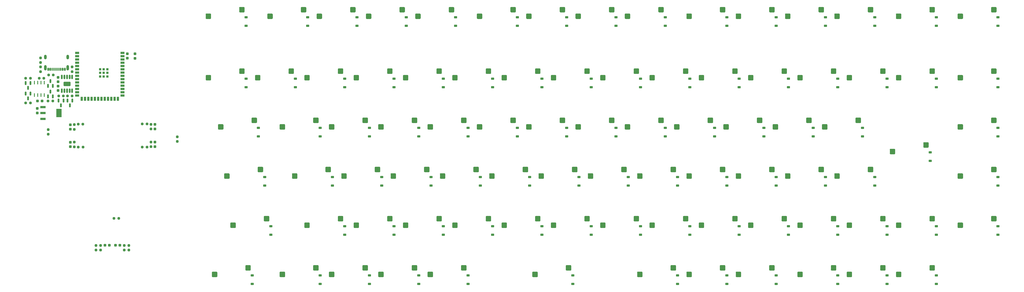
<source format=gbr>
%TF.GenerationSoftware,KiCad,Pcbnew,8.0.5*%
%TF.CreationDate,2025-01-01T22:16:47+09:00*%
%TF.ProjectId,Davinci-Keyboard,44617669-6e63-4692-9d4b-6579626f6172,rev?*%
%TF.SameCoordinates,Original*%
%TF.FileFunction,Paste,Bot*%
%TF.FilePolarity,Positive*%
%FSLAX46Y46*%
G04 Gerber Fmt 4.6, Leading zero omitted, Abs format (unit mm)*
G04 Created by KiCad (PCBNEW 8.0.5) date 2025-01-01 22:16:47*
%MOMM*%
%LPD*%
G01*
G04 APERTURE LIST*
G04 Aperture macros list*
%AMRoundRect*
0 Rectangle with rounded corners*
0 $1 Rounding radius*
0 $2 $3 $4 $5 $6 $7 $8 $9 X,Y pos of 4 corners*
0 Add a 4 corners polygon primitive as box body*
4,1,4,$2,$3,$4,$5,$6,$7,$8,$9,$2,$3,0*
0 Add four circle primitives for the rounded corners*
1,1,$1+$1,$2,$3*
1,1,$1+$1,$4,$5*
1,1,$1+$1,$6,$7*
1,1,$1+$1,$8,$9*
0 Add four rect primitives between the rounded corners*
20,1,$1+$1,$2,$3,$4,$5,0*
20,1,$1+$1,$4,$5,$6,$7,0*
20,1,$1+$1,$6,$7,$8,$9,0*
20,1,$1+$1,$8,$9,$2,$3,0*%
G04 Aperture macros list end*
%ADD10C,0.120000*%
%ADD11C,0.100000*%
%ADD12RoundRect,0.225000X-0.375000X0.225000X-0.375000X-0.225000X0.375000X-0.225000X0.375000X0.225000X0*%
%ADD13RoundRect,0.225000X0.375000X-0.225000X0.375000X0.225000X-0.375000X0.225000X-0.375000X-0.225000X0*%
%ADD14RoundRect,0.237500X-0.250000X-0.237500X0.250000X-0.237500X0.250000X0.237500X-0.250000X0.237500X0*%
%ADD15RoundRect,0.150000X-0.150000X0.587500X-0.150000X-0.587500X0.150000X-0.587500X0.150000X0.587500X0*%
%ADD16RoundRect,0.237500X-0.237500X0.250000X-0.237500X-0.250000X0.237500X-0.250000X0.237500X0.250000X0*%
%ADD17RoundRect,0.237500X0.237500X-0.300000X0.237500X0.300000X-0.237500X0.300000X-0.237500X-0.300000X0*%
%ADD18RoundRect,0.237500X0.237500X-0.250000X0.237500X0.250000X-0.237500X0.250000X-0.237500X-0.250000X0*%
%ADD19O,1.000000X2.100000*%
%ADD20O,1.000000X1.800000*%
%ADD21RoundRect,0.150000X-0.150000X-0.425000X0.150000X-0.425000X0.150000X0.425000X-0.150000X0.425000X0*%
%ADD22RoundRect,0.075000X-0.075000X-0.500000X0.075000X-0.500000X0.075000X0.500000X-0.075000X0.500000X0*%
%ADD23RoundRect,0.237500X-0.237500X0.300000X-0.237500X-0.300000X0.237500X-0.300000X0.237500X0.300000X0*%
%ADD24R,2.066000X3.201599*%
%ADD25R,2.066000X0.901600*%
%ADD26RoundRect,0.150000X-0.150000X0.687500X-0.150000X-0.687500X0.150000X-0.687500X0.150000X0.687500X0*%
%ADD27RoundRect,0.250000X-1.080000X0.595000X-1.080000X-0.595000X1.080000X-0.595000X1.080000X0.595000X0*%
%ADD28RoundRect,0.237500X0.250000X0.237500X-0.250000X0.237500X-0.250000X-0.237500X0.250000X-0.237500X0*%
%ADD29R,0.431800X1.447800*%
%ADD30RoundRect,0.237500X-0.300000X-0.237500X0.300000X-0.237500X0.300000X0.237500X-0.300000X0.237500X0*%
%ADD31RoundRect,0.150000X0.150000X-0.587500X0.150000X0.587500X-0.150000X0.587500X-0.150000X-0.587500X0*%
%ADD32RoundRect,0.237500X0.300000X0.237500X-0.300000X0.237500X-0.300000X-0.237500X0.300000X-0.237500X0*%
%ADD33R,1.500000X0.900000*%
%ADD34R,0.900000X1.500000*%
%ADD35R,0.900000X0.900000*%
G04 APERTURE END LIST*
D10*
%TO.C,SW87*%
X366485000Y-138830000D02*
G75*
G02*
X366685000Y-138630000I200000J0D01*
G01*
X368285000Y-138630000D02*
G75*
G02*
X368485000Y-138830000I0J-200000D01*
G01*
X368485000Y-140430000D02*
G75*
G02*
X368285000Y-140630000I-200000J0D01*
G01*
X366685000Y-140630000D02*
G75*
G02*
X366485000Y-140430000I0J200000D01*
G01*
X379435000Y-136290000D02*
G75*
G02*
X379635000Y-136090000I200000J0D01*
G01*
X381235000Y-136090000D02*
G75*
G02*
X381435000Y-136290000I0J-200000D01*
G01*
X379635000Y-138090000D02*
G75*
G02*
X379435000Y-137890000I0J200000D01*
G01*
X381435000Y-137890000D02*
G75*
G02*
X381235000Y-138090000I-200000J0D01*
G01*
X366685000Y-138630000D02*
X368285000Y-138630000D01*
X368485000Y-138830000D02*
X368485000Y-140430000D01*
X368285000Y-140630000D02*
X366685000Y-140630000D01*
X366485000Y-140430000D02*
X366485000Y-138830000D01*
D11*
X368485000Y-138830000D02*
X368485000Y-140430000D01*
X368285000Y-140630000D01*
X366685000Y-140630000D01*
X366485000Y-140430000D01*
X366485000Y-138830000D01*
X366685000Y-138630000D01*
X368285000Y-138630000D01*
X368485000Y-138830000D01*
G36*
X368485000Y-138830000D02*
G01*
X368485000Y-140430000D01*
X368285000Y-140630000D01*
X366685000Y-140630000D01*
X366485000Y-140430000D01*
X366485000Y-138830000D01*
X366685000Y-138630000D01*
X368285000Y-138630000D01*
X368485000Y-138830000D01*
G37*
D10*
X379435000Y-136290000D02*
X379435000Y-137890000D01*
X379635000Y-138090000D02*
X381235000Y-138090000D01*
X381435000Y-137890000D02*
X381435000Y-136290000D01*
X379635000Y-136090000D02*
X381235000Y-136090000D01*
D11*
X381435000Y-136290000D02*
X381435000Y-137890000D01*
X381235000Y-138090000D01*
X379635000Y-138090000D01*
X379435000Y-137890000D01*
X379435000Y-136290000D01*
X379635000Y-136090000D01*
X381235000Y-136090000D01*
X381435000Y-136290000D01*
G36*
X381435000Y-136290000D02*
G01*
X381435000Y-137890000D01*
X381235000Y-138090000D01*
X379635000Y-138090000D01*
X379435000Y-137890000D01*
X379435000Y-136290000D01*
X379635000Y-136090000D01*
X381235000Y-136090000D01*
X381435000Y-136290000D01*
G37*
D10*
%TO.C,SW86*%
X347435000Y-138830000D02*
G75*
G02*
X347635000Y-138630000I200000J0D01*
G01*
X349235000Y-138630000D02*
G75*
G02*
X349435000Y-138830000I0J-200000D01*
G01*
X349435000Y-140430000D02*
G75*
G02*
X349235000Y-140630000I-200000J0D01*
G01*
X347635000Y-140630000D02*
G75*
G02*
X347435000Y-140430000I0J200000D01*
G01*
X360385000Y-136290000D02*
G75*
G02*
X360585000Y-136090000I200000J0D01*
G01*
X362185000Y-136090000D02*
G75*
G02*
X362385000Y-136290000I0J-200000D01*
G01*
X360585000Y-138090000D02*
G75*
G02*
X360385000Y-137890000I0J200000D01*
G01*
X362385000Y-137890000D02*
G75*
G02*
X362185000Y-138090000I-200000J0D01*
G01*
X347635000Y-138630000D02*
X349235000Y-138630000D01*
X349435000Y-138830000D02*
X349435000Y-140430000D01*
X349235000Y-140630000D02*
X347635000Y-140630000D01*
X347435000Y-140430000D02*
X347435000Y-138830000D01*
D11*
X349435000Y-138830000D02*
X349435000Y-140430000D01*
X349235000Y-140630000D01*
X347635000Y-140630000D01*
X347435000Y-140430000D01*
X347435000Y-138830000D01*
X347635000Y-138630000D01*
X349235000Y-138630000D01*
X349435000Y-138830000D01*
G36*
X349435000Y-138830000D02*
G01*
X349435000Y-140430000D01*
X349235000Y-140630000D01*
X347635000Y-140630000D01*
X347435000Y-140430000D01*
X347435000Y-138830000D01*
X347635000Y-138630000D01*
X349235000Y-138630000D01*
X349435000Y-138830000D01*
G37*
D10*
X360385000Y-136290000D02*
X360385000Y-137890000D01*
X360585000Y-138090000D02*
X362185000Y-138090000D01*
X362385000Y-137890000D02*
X362385000Y-136290000D01*
X360585000Y-136090000D02*
X362185000Y-136090000D01*
D11*
X362385000Y-136290000D02*
X362385000Y-137890000D01*
X362185000Y-138090000D01*
X360585000Y-138090000D01*
X360385000Y-137890000D01*
X360385000Y-136290000D01*
X360585000Y-136090000D01*
X362185000Y-136090000D01*
X362385000Y-136290000D01*
G36*
X362385000Y-136290000D02*
G01*
X362385000Y-137890000D01*
X362185000Y-138090000D01*
X360585000Y-138090000D01*
X360385000Y-137890000D01*
X360385000Y-136290000D01*
X360585000Y-136090000D01*
X362185000Y-136090000D01*
X362385000Y-136290000D01*
G37*
D10*
%TO.C,SW85*%
X328385000Y-138830000D02*
G75*
G02*
X328585000Y-138630000I200000J0D01*
G01*
X330185000Y-138630000D02*
G75*
G02*
X330385000Y-138830000I0J-200000D01*
G01*
X330385000Y-140430000D02*
G75*
G02*
X330185000Y-140630000I-200000J0D01*
G01*
X328585000Y-140630000D02*
G75*
G02*
X328385000Y-140430000I0J200000D01*
G01*
X341335000Y-136290000D02*
G75*
G02*
X341535000Y-136090000I200000J0D01*
G01*
X343135000Y-136090000D02*
G75*
G02*
X343335000Y-136290000I0J-200000D01*
G01*
X341535000Y-138090000D02*
G75*
G02*
X341335000Y-137890000I0J200000D01*
G01*
X343335000Y-137890000D02*
G75*
G02*
X343135000Y-138090000I-200000J0D01*
G01*
X328585000Y-138630000D02*
X330185000Y-138630000D01*
X330385000Y-138830000D02*
X330385000Y-140430000D01*
X330185000Y-140630000D02*
X328585000Y-140630000D01*
X328385000Y-140430000D02*
X328385000Y-138830000D01*
D11*
X330385000Y-138830000D02*
X330385000Y-140430000D01*
X330185000Y-140630000D01*
X328585000Y-140630000D01*
X328385000Y-140430000D01*
X328385000Y-138830000D01*
X328585000Y-138630000D01*
X330185000Y-138630000D01*
X330385000Y-138830000D01*
G36*
X330385000Y-138830000D02*
G01*
X330385000Y-140430000D01*
X330185000Y-140630000D01*
X328585000Y-140630000D01*
X328385000Y-140430000D01*
X328385000Y-138830000D01*
X328585000Y-138630000D01*
X330185000Y-138630000D01*
X330385000Y-138830000D01*
G37*
D10*
X341335000Y-136290000D02*
X341335000Y-137890000D01*
X341535000Y-138090000D02*
X343135000Y-138090000D01*
X343335000Y-137890000D02*
X343335000Y-136290000D01*
X341535000Y-136090000D02*
X343135000Y-136090000D01*
D11*
X343335000Y-136290000D02*
X343335000Y-137890000D01*
X343135000Y-138090000D01*
X341535000Y-138090000D01*
X341335000Y-137890000D01*
X341335000Y-136290000D01*
X341535000Y-136090000D01*
X343135000Y-136090000D01*
X343335000Y-136290000D01*
G36*
X343335000Y-136290000D02*
G01*
X343335000Y-137890000D01*
X343135000Y-138090000D01*
X341535000Y-138090000D01*
X341335000Y-137890000D01*
X341335000Y-136290000D01*
X341535000Y-136090000D01*
X343135000Y-136090000D01*
X343335000Y-136290000D01*
G37*
D10*
%TO.C,SW84*%
X304572500Y-138830000D02*
G75*
G02*
X304772500Y-138630000I200000J0D01*
G01*
X306372500Y-138630000D02*
G75*
G02*
X306572500Y-138830000I0J-200000D01*
G01*
X306572500Y-140430000D02*
G75*
G02*
X306372500Y-140630000I-200000J0D01*
G01*
X304772500Y-140630000D02*
G75*
G02*
X304572500Y-140430000I0J200000D01*
G01*
X317522500Y-136290000D02*
G75*
G02*
X317722500Y-136090000I200000J0D01*
G01*
X319322500Y-136090000D02*
G75*
G02*
X319522500Y-136290000I0J-200000D01*
G01*
X317722500Y-138090000D02*
G75*
G02*
X317522500Y-137890000I0J200000D01*
G01*
X319522500Y-137890000D02*
G75*
G02*
X319322500Y-138090000I-200000J0D01*
G01*
X304772500Y-138630000D02*
X306372500Y-138630000D01*
X306572500Y-138830000D02*
X306572500Y-140430000D01*
X306372500Y-140630000D02*
X304772500Y-140630000D01*
X304572500Y-140430000D02*
X304572500Y-138830000D01*
D11*
X306572500Y-138830000D02*
X306572500Y-140430000D01*
X306372500Y-140630000D01*
X304772500Y-140630000D01*
X304572500Y-140430000D01*
X304572500Y-138830000D01*
X304772500Y-138630000D01*
X306372500Y-138630000D01*
X306572500Y-138830000D01*
G36*
X306572500Y-138830000D02*
G01*
X306572500Y-140430000D01*
X306372500Y-140630000D01*
X304772500Y-140630000D01*
X304572500Y-140430000D01*
X304572500Y-138830000D01*
X304772500Y-138630000D01*
X306372500Y-138630000D01*
X306572500Y-138830000D01*
G37*
D10*
X317522500Y-136290000D02*
X317522500Y-137890000D01*
X317722500Y-138090000D02*
X319322500Y-138090000D01*
X319522500Y-137890000D02*
X319522500Y-136290000D01*
X317722500Y-136090000D02*
X319322500Y-136090000D01*
D11*
X319522500Y-136290000D02*
X319522500Y-137890000D01*
X319322500Y-138090000D01*
X317722500Y-138090000D01*
X317522500Y-137890000D01*
X317522500Y-136290000D01*
X317722500Y-136090000D01*
X319322500Y-136090000D01*
X319522500Y-136290000D01*
G36*
X319522500Y-136290000D02*
G01*
X319522500Y-137890000D01*
X319322500Y-138090000D01*
X317722500Y-138090000D01*
X317522500Y-137890000D01*
X317522500Y-136290000D01*
X317722500Y-136090000D01*
X319322500Y-136090000D01*
X319522500Y-136290000D01*
G37*
D10*
%TO.C,SW83*%
X285522500Y-138830000D02*
G75*
G02*
X285722500Y-138630000I200000J0D01*
G01*
X287322500Y-138630000D02*
G75*
G02*
X287522500Y-138830000I0J-200000D01*
G01*
X287522500Y-140430000D02*
G75*
G02*
X287322500Y-140630000I-200000J0D01*
G01*
X285722500Y-140630000D02*
G75*
G02*
X285522500Y-140430000I0J200000D01*
G01*
X298472500Y-136290000D02*
G75*
G02*
X298672500Y-136090000I200000J0D01*
G01*
X300272500Y-136090000D02*
G75*
G02*
X300472500Y-136290000I0J-200000D01*
G01*
X298672500Y-138090000D02*
G75*
G02*
X298472500Y-137890000I0J200000D01*
G01*
X300472500Y-137890000D02*
G75*
G02*
X300272500Y-138090000I-200000J0D01*
G01*
X285722500Y-138630000D02*
X287322500Y-138630000D01*
X287522500Y-138830000D02*
X287522500Y-140430000D01*
X287322500Y-140630000D02*
X285722500Y-140630000D01*
X285522500Y-140430000D02*
X285522500Y-138830000D01*
D11*
X287522500Y-138830000D02*
X287522500Y-140430000D01*
X287322500Y-140630000D01*
X285722500Y-140630000D01*
X285522500Y-140430000D01*
X285522500Y-138830000D01*
X285722500Y-138630000D01*
X287322500Y-138630000D01*
X287522500Y-138830000D01*
G36*
X287522500Y-138830000D02*
G01*
X287522500Y-140430000D01*
X287322500Y-140630000D01*
X285722500Y-140630000D01*
X285522500Y-140430000D01*
X285522500Y-138830000D01*
X285722500Y-138630000D01*
X287322500Y-138630000D01*
X287522500Y-138830000D01*
G37*
D10*
X298472500Y-136290000D02*
X298472500Y-137890000D01*
X298672500Y-138090000D02*
X300272500Y-138090000D01*
X300472500Y-137890000D02*
X300472500Y-136290000D01*
X298672500Y-136090000D02*
X300272500Y-136090000D01*
D11*
X300472500Y-136290000D02*
X300472500Y-137890000D01*
X300272500Y-138090000D01*
X298672500Y-138090000D01*
X298472500Y-137890000D01*
X298472500Y-136290000D01*
X298672500Y-136090000D01*
X300272500Y-136090000D01*
X300472500Y-136290000D01*
G36*
X300472500Y-136290000D02*
G01*
X300472500Y-137890000D01*
X300272500Y-138090000D01*
X298672500Y-138090000D01*
X298472500Y-137890000D01*
X298472500Y-136290000D01*
X298672500Y-136090000D01*
X300272500Y-136090000D01*
X300472500Y-136290000D01*
G37*
D10*
%TO.C,SW82*%
X266472500Y-138830000D02*
G75*
G02*
X266672500Y-138630000I200000J0D01*
G01*
X268272500Y-138630000D02*
G75*
G02*
X268472500Y-138830000I0J-200000D01*
G01*
X268472500Y-140430000D02*
G75*
G02*
X268272500Y-140630000I-200000J0D01*
G01*
X266672500Y-140630000D02*
G75*
G02*
X266472500Y-140430000I0J200000D01*
G01*
X279422500Y-136290000D02*
G75*
G02*
X279622500Y-136090000I200000J0D01*
G01*
X281222500Y-136090000D02*
G75*
G02*
X281422500Y-136290000I0J-200000D01*
G01*
X279622500Y-138090000D02*
G75*
G02*
X279422500Y-137890000I0J200000D01*
G01*
X281422500Y-137890000D02*
G75*
G02*
X281222500Y-138090000I-200000J0D01*
G01*
X266672500Y-138630000D02*
X268272500Y-138630000D01*
X268472500Y-138830000D02*
X268472500Y-140430000D01*
X268272500Y-140630000D02*
X266672500Y-140630000D01*
X266472500Y-140430000D02*
X266472500Y-138830000D01*
D11*
X268472500Y-138830000D02*
X268472500Y-140430000D01*
X268272500Y-140630000D01*
X266672500Y-140630000D01*
X266472500Y-140430000D01*
X266472500Y-138830000D01*
X266672500Y-138630000D01*
X268272500Y-138630000D01*
X268472500Y-138830000D01*
G36*
X268472500Y-138830000D02*
G01*
X268472500Y-140430000D01*
X268272500Y-140630000D01*
X266672500Y-140630000D01*
X266472500Y-140430000D01*
X266472500Y-138830000D01*
X266672500Y-138630000D01*
X268272500Y-138630000D01*
X268472500Y-138830000D01*
G37*
D10*
X279422500Y-136290000D02*
X279422500Y-137890000D01*
X279622500Y-138090000D02*
X281222500Y-138090000D01*
X281422500Y-137890000D02*
X281422500Y-136290000D01*
X279622500Y-136090000D02*
X281222500Y-136090000D01*
D11*
X281422500Y-136290000D02*
X281422500Y-137890000D01*
X281222500Y-138090000D01*
X279622500Y-138090000D01*
X279422500Y-137890000D01*
X279422500Y-136290000D01*
X279622500Y-136090000D01*
X281222500Y-136090000D01*
X281422500Y-136290000D01*
G36*
X281422500Y-136290000D02*
G01*
X281422500Y-137890000D01*
X281222500Y-138090000D01*
X279622500Y-138090000D01*
X279422500Y-137890000D01*
X279422500Y-136290000D01*
X279622500Y-136090000D01*
X281222500Y-136090000D01*
X281422500Y-136290000D01*
G37*
D10*
%TO.C,SW81*%
X225991250Y-138830000D02*
G75*
G02*
X226191250Y-138630000I200000J0D01*
G01*
X227791250Y-138630000D02*
G75*
G02*
X227991250Y-138830000I0J-200000D01*
G01*
X227991250Y-140430000D02*
G75*
G02*
X227791250Y-140630000I-200000J0D01*
G01*
X226191250Y-140630000D02*
G75*
G02*
X225991250Y-140430000I0J200000D01*
G01*
X238941250Y-136290000D02*
G75*
G02*
X239141250Y-136090000I200000J0D01*
G01*
X240741250Y-136090000D02*
G75*
G02*
X240941250Y-136290000I0J-200000D01*
G01*
X239141250Y-138090000D02*
G75*
G02*
X238941250Y-137890000I0J200000D01*
G01*
X240941250Y-137890000D02*
G75*
G02*
X240741250Y-138090000I-200000J0D01*
G01*
X226191250Y-138630000D02*
X227791250Y-138630000D01*
X227991250Y-138830000D02*
X227991250Y-140430000D01*
X227791250Y-140630000D02*
X226191250Y-140630000D01*
X225991250Y-140430000D02*
X225991250Y-138830000D01*
D11*
X227991250Y-138830000D02*
X227991250Y-140430000D01*
X227791250Y-140630000D01*
X226191250Y-140630000D01*
X225991250Y-140430000D01*
X225991250Y-138830000D01*
X226191250Y-138630000D01*
X227791250Y-138630000D01*
X227991250Y-138830000D01*
G36*
X227991250Y-138830000D02*
G01*
X227991250Y-140430000D01*
X227791250Y-140630000D01*
X226191250Y-140630000D01*
X225991250Y-140430000D01*
X225991250Y-138830000D01*
X226191250Y-138630000D01*
X227791250Y-138630000D01*
X227991250Y-138830000D01*
G37*
D10*
X238941250Y-136290000D02*
X238941250Y-137890000D01*
X239141250Y-138090000D02*
X240741250Y-138090000D01*
X240941250Y-137890000D02*
X240941250Y-136290000D01*
X239141250Y-136090000D02*
X240741250Y-136090000D01*
D11*
X240941250Y-136290000D02*
X240941250Y-137890000D01*
X240741250Y-138090000D01*
X239141250Y-138090000D01*
X238941250Y-137890000D01*
X238941250Y-136290000D01*
X239141250Y-136090000D01*
X240741250Y-136090000D01*
X240941250Y-136290000D01*
G36*
X240941250Y-136290000D02*
G01*
X240941250Y-137890000D01*
X240741250Y-138090000D01*
X239141250Y-138090000D01*
X238941250Y-137890000D01*
X238941250Y-136290000D01*
X239141250Y-136090000D01*
X240741250Y-136090000D01*
X240941250Y-136290000D01*
G37*
D10*
%TO.C,SW80*%
X185510000Y-138830000D02*
G75*
G02*
X185710000Y-138630000I200000J0D01*
G01*
X187310000Y-138630000D02*
G75*
G02*
X187510000Y-138830000I0J-200000D01*
G01*
X187510000Y-140430000D02*
G75*
G02*
X187310000Y-140630000I-200000J0D01*
G01*
X185710000Y-140630000D02*
G75*
G02*
X185510000Y-140430000I0J200000D01*
G01*
X198460000Y-136290000D02*
G75*
G02*
X198660000Y-136090000I200000J0D01*
G01*
X200260000Y-136090000D02*
G75*
G02*
X200460000Y-136290000I0J-200000D01*
G01*
X198660000Y-138090000D02*
G75*
G02*
X198460000Y-137890000I0J200000D01*
G01*
X200460000Y-137890000D02*
G75*
G02*
X200260000Y-138090000I-200000J0D01*
G01*
X185710000Y-138630000D02*
X187310000Y-138630000D01*
X187510000Y-138830000D02*
X187510000Y-140430000D01*
X187310000Y-140630000D02*
X185710000Y-140630000D01*
X185510000Y-140430000D02*
X185510000Y-138830000D01*
D11*
X187510000Y-138830000D02*
X187510000Y-140430000D01*
X187310000Y-140630000D01*
X185710000Y-140630000D01*
X185510000Y-140430000D01*
X185510000Y-138830000D01*
X185710000Y-138630000D01*
X187310000Y-138630000D01*
X187510000Y-138830000D01*
G36*
X187510000Y-138830000D02*
G01*
X187510000Y-140430000D01*
X187310000Y-140630000D01*
X185710000Y-140630000D01*
X185510000Y-140430000D01*
X185510000Y-138830000D01*
X185710000Y-138630000D01*
X187310000Y-138630000D01*
X187510000Y-138830000D01*
G37*
D10*
X198460000Y-136290000D02*
X198460000Y-137890000D01*
X198660000Y-138090000D02*
X200260000Y-138090000D01*
X200460000Y-137890000D02*
X200460000Y-136290000D01*
X198660000Y-136090000D02*
X200260000Y-136090000D01*
D11*
X200460000Y-136290000D02*
X200460000Y-137890000D01*
X200260000Y-138090000D01*
X198660000Y-138090000D01*
X198460000Y-137890000D01*
X198460000Y-136290000D01*
X198660000Y-136090000D01*
X200260000Y-136090000D01*
X200460000Y-136290000D01*
G36*
X200460000Y-136290000D02*
G01*
X200460000Y-137890000D01*
X200260000Y-138090000D01*
X198660000Y-138090000D01*
X198460000Y-137890000D01*
X198460000Y-136290000D01*
X198660000Y-136090000D01*
X200260000Y-136090000D01*
X200460000Y-136290000D01*
G37*
D10*
%TO.C,SW79*%
X166460000Y-138830000D02*
G75*
G02*
X166660000Y-138630000I200000J0D01*
G01*
X168260000Y-138630000D02*
G75*
G02*
X168460000Y-138830000I0J-200000D01*
G01*
X168460000Y-140430000D02*
G75*
G02*
X168260000Y-140630000I-200000J0D01*
G01*
X166660000Y-140630000D02*
G75*
G02*
X166460000Y-140430000I0J200000D01*
G01*
X179410000Y-136290000D02*
G75*
G02*
X179610000Y-136090000I200000J0D01*
G01*
X181210000Y-136090000D02*
G75*
G02*
X181410000Y-136290000I0J-200000D01*
G01*
X179610000Y-138090000D02*
G75*
G02*
X179410000Y-137890000I0J200000D01*
G01*
X181410000Y-137890000D02*
G75*
G02*
X181210000Y-138090000I-200000J0D01*
G01*
X166660000Y-138630000D02*
X168260000Y-138630000D01*
X168460000Y-138830000D02*
X168460000Y-140430000D01*
X168260000Y-140630000D02*
X166660000Y-140630000D01*
X166460000Y-140430000D02*
X166460000Y-138830000D01*
D11*
X168460000Y-138830000D02*
X168460000Y-140430000D01*
X168260000Y-140630000D01*
X166660000Y-140630000D01*
X166460000Y-140430000D01*
X166460000Y-138830000D01*
X166660000Y-138630000D01*
X168260000Y-138630000D01*
X168460000Y-138830000D01*
G36*
X168460000Y-138830000D02*
G01*
X168460000Y-140430000D01*
X168260000Y-140630000D01*
X166660000Y-140630000D01*
X166460000Y-140430000D01*
X166460000Y-138830000D01*
X166660000Y-138630000D01*
X168260000Y-138630000D01*
X168460000Y-138830000D01*
G37*
D10*
X179410000Y-136290000D02*
X179410000Y-137890000D01*
X179610000Y-138090000D02*
X181210000Y-138090000D01*
X181410000Y-137890000D02*
X181410000Y-136290000D01*
X179610000Y-136090000D02*
X181210000Y-136090000D01*
D11*
X181410000Y-136290000D02*
X181410000Y-137890000D01*
X181210000Y-138090000D01*
X179610000Y-138090000D01*
X179410000Y-137890000D01*
X179410000Y-136290000D01*
X179610000Y-136090000D01*
X181210000Y-136090000D01*
X181410000Y-136290000D01*
G36*
X181410000Y-136290000D02*
G01*
X181410000Y-137890000D01*
X181210000Y-138090000D01*
X179610000Y-138090000D01*
X179410000Y-137890000D01*
X179410000Y-136290000D01*
X179610000Y-136090000D01*
X181210000Y-136090000D01*
X181410000Y-136290000D01*
G37*
D10*
%TO.C,SW78*%
X147410000Y-138830000D02*
G75*
G02*
X147610000Y-138630000I200000J0D01*
G01*
X149210000Y-138630000D02*
G75*
G02*
X149410000Y-138830000I0J-200000D01*
G01*
X149410000Y-140430000D02*
G75*
G02*
X149210000Y-140630000I-200000J0D01*
G01*
X147610000Y-140630000D02*
G75*
G02*
X147410000Y-140430000I0J200000D01*
G01*
X160360000Y-136290000D02*
G75*
G02*
X160560000Y-136090000I200000J0D01*
G01*
X162160000Y-136090000D02*
G75*
G02*
X162360000Y-136290000I0J-200000D01*
G01*
X160560000Y-138090000D02*
G75*
G02*
X160360000Y-137890000I0J200000D01*
G01*
X162360000Y-137890000D02*
G75*
G02*
X162160000Y-138090000I-200000J0D01*
G01*
X147610000Y-138630000D02*
X149210000Y-138630000D01*
X149410000Y-138830000D02*
X149410000Y-140430000D01*
X149210000Y-140630000D02*
X147610000Y-140630000D01*
X147410000Y-140430000D02*
X147410000Y-138830000D01*
D11*
X149410000Y-138830000D02*
X149410000Y-140430000D01*
X149210000Y-140630000D01*
X147610000Y-140630000D01*
X147410000Y-140430000D01*
X147410000Y-138830000D01*
X147610000Y-138630000D01*
X149210000Y-138630000D01*
X149410000Y-138830000D01*
G36*
X149410000Y-138830000D02*
G01*
X149410000Y-140430000D01*
X149210000Y-140630000D01*
X147610000Y-140630000D01*
X147410000Y-140430000D01*
X147410000Y-138830000D01*
X147610000Y-138630000D01*
X149210000Y-138630000D01*
X149410000Y-138830000D01*
G37*
D10*
X160360000Y-136290000D02*
X160360000Y-137890000D01*
X160560000Y-138090000D02*
X162160000Y-138090000D01*
X162360000Y-137890000D02*
X162360000Y-136290000D01*
X160560000Y-136090000D02*
X162160000Y-136090000D01*
D11*
X162360000Y-136290000D02*
X162360000Y-137890000D01*
X162160000Y-138090000D01*
X160560000Y-138090000D01*
X160360000Y-137890000D01*
X160360000Y-136290000D01*
X160560000Y-136090000D01*
X162160000Y-136090000D01*
X162360000Y-136290000D01*
G36*
X162360000Y-136290000D02*
G01*
X162360000Y-137890000D01*
X162160000Y-138090000D01*
X160560000Y-138090000D01*
X160360000Y-137890000D01*
X160360000Y-136290000D01*
X160560000Y-136090000D01*
X162160000Y-136090000D01*
X162360000Y-136290000D01*
G37*
D10*
%TO.C,SW77*%
X128360000Y-138830000D02*
G75*
G02*
X128560000Y-138630000I200000J0D01*
G01*
X130160000Y-138630000D02*
G75*
G02*
X130360000Y-138830000I0J-200000D01*
G01*
X130360000Y-140430000D02*
G75*
G02*
X130160000Y-140630000I-200000J0D01*
G01*
X128560000Y-140630000D02*
G75*
G02*
X128360000Y-140430000I0J200000D01*
G01*
X141310000Y-136290000D02*
G75*
G02*
X141510000Y-136090000I200000J0D01*
G01*
X143110000Y-136090000D02*
G75*
G02*
X143310000Y-136290000I0J-200000D01*
G01*
X141510000Y-138090000D02*
G75*
G02*
X141310000Y-137890000I0J200000D01*
G01*
X143310000Y-137890000D02*
G75*
G02*
X143110000Y-138090000I-200000J0D01*
G01*
X128560000Y-138630000D02*
X130160000Y-138630000D01*
X130360000Y-138830000D02*
X130360000Y-140430000D01*
X130160000Y-140630000D02*
X128560000Y-140630000D01*
X128360000Y-140430000D02*
X128360000Y-138830000D01*
D11*
X130360000Y-138830000D02*
X130360000Y-140430000D01*
X130160000Y-140630000D01*
X128560000Y-140630000D01*
X128360000Y-140430000D01*
X128360000Y-138830000D01*
X128560000Y-138630000D01*
X130160000Y-138630000D01*
X130360000Y-138830000D01*
G36*
X130360000Y-138830000D02*
G01*
X130360000Y-140430000D01*
X130160000Y-140630000D01*
X128560000Y-140630000D01*
X128360000Y-140430000D01*
X128360000Y-138830000D01*
X128560000Y-138630000D01*
X130160000Y-138630000D01*
X130360000Y-138830000D01*
G37*
D10*
X141310000Y-136290000D02*
X141310000Y-137890000D01*
X141510000Y-138090000D02*
X143110000Y-138090000D01*
X143310000Y-137890000D02*
X143310000Y-136290000D01*
X141510000Y-136090000D02*
X143110000Y-136090000D01*
D11*
X143310000Y-136290000D02*
X143310000Y-137890000D01*
X143110000Y-138090000D01*
X141510000Y-138090000D01*
X141310000Y-137890000D01*
X141310000Y-136290000D01*
X141510000Y-136090000D01*
X143110000Y-136090000D01*
X143310000Y-136290000D01*
G36*
X143310000Y-136290000D02*
G01*
X143310000Y-137890000D01*
X143110000Y-138090000D01*
X141510000Y-138090000D01*
X141310000Y-137890000D01*
X141310000Y-136290000D01*
X141510000Y-136090000D01*
X143110000Y-136090000D01*
X143310000Y-136290000D01*
G37*
D10*
%TO.C,SW76*%
X102166250Y-138830000D02*
G75*
G02*
X102366250Y-138630000I200000J0D01*
G01*
X103966250Y-138630000D02*
G75*
G02*
X104166250Y-138830000I0J-200000D01*
G01*
X104166250Y-140430000D02*
G75*
G02*
X103966250Y-140630000I-200000J0D01*
G01*
X102366250Y-140630000D02*
G75*
G02*
X102166250Y-140430000I0J200000D01*
G01*
X115116250Y-136290000D02*
G75*
G02*
X115316250Y-136090000I200000J0D01*
G01*
X116916250Y-136090000D02*
G75*
G02*
X117116250Y-136290000I0J-200000D01*
G01*
X115316250Y-138090000D02*
G75*
G02*
X115116250Y-137890000I0J200000D01*
G01*
X117116250Y-137890000D02*
G75*
G02*
X116916250Y-138090000I-200000J0D01*
G01*
X102366250Y-138630000D02*
X103966250Y-138630000D01*
X104166250Y-138830000D02*
X104166250Y-140430000D01*
X103966250Y-140630000D02*
X102366250Y-140630000D01*
X102166250Y-140430000D02*
X102166250Y-138830000D01*
D11*
X104166250Y-138830000D02*
X104166250Y-140430000D01*
X103966250Y-140630000D01*
X102366250Y-140630000D01*
X102166250Y-140430000D01*
X102166250Y-138830000D01*
X102366250Y-138630000D01*
X103966250Y-138630000D01*
X104166250Y-138830000D01*
G36*
X104166250Y-138830000D02*
G01*
X104166250Y-140430000D01*
X103966250Y-140630000D01*
X102366250Y-140630000D01*
X102166250Y-140430000D01*
X102166250Y-138830000D01*
X102366250Y-138630000D01*
X103966250Y-138630000D01*
X104166250Y-138830000D01*
G37*
D10*
X115116250Y-136290000D02*
X115116250Y-137890000D01*
X115316250Y-138090000D02*
X116916250Y-138090000D01*
X117116250Y-137890000D02*
X117116250Y-136290000D01*
X115316250Y-136090000D02*
X116916250Y-136090000D01*
D11*
X117116250Y-136290000D02*
X117116250Y-137890000D01*
X116916250Y-138090000D01*
X115316250Y-138090000D01*
X115116250Y-137890000D01*
X115116250Y-136290000D01*
X115316250Y-136090000D01*
X116916250Y-136090000D01*
X117116250Y-136290000D01*
G36*
X117116250Y-136290000D02*
G01*
X117116250Y-137890000D01*
X116916250Y-138090000D01*
X115316250Y-138090000D01*
X115116250Y-137890000D01*
X115116250Y-136290000D01*
X115316250Y-136090000D01*
X116916250Y-136090000D01*
X117116250Y-136290000D01*
G37*
D10*
%TO.C,SW75*%
X390297500Y-119780000D02*
G75*
G02*
X390497500Y-119580000I200000J0D01*
G01*
X392097500Y-119580000D02*
G75*
G02*
X392297500Y-119780000I0J-200000D01*
G01*
X392297500Y-121380000D02*
G75*
G02*
X392097500Y-121580000I-200000J0D01*
G01*
X390497500Y-121580000D02*
G75*
G02*
X390297500Y-121380000I0J200000D01*
G01*
X403247500Y-117240000D02*
G75*
G02*
X403447500Y-117040000I200000J0D01*
G01*
X405047500Y-117040000D02*
G75*
G02*
X405247500Y-117240000I0J-200000D01*
G01*
X403447500Y-119040000D02*
G75*
G02*
X403247500Y-118840000I0J200000D01*
G01*
X405247500Y-118840000D02*
G75*
G02*
X405047500Y-119040000I-200000J0D01*
G01*
X390497500Y-119580000D02*
X392097500Y-119580000D01*
X392297500Y-119780000D02*
X392297500Y-121380000D01*
X392097500Y-121580000D02*
X390497500Y-121580000D01*
X390297500Y-121380000D02*
X390297500Y-119780000D01*
D11*
X392297500Y-119780000D02*
X392297500Y-121380000D01*
X392097500Y-121580000D01*
X390497500Y-121580000D01*
X390297500Y-121380000D01*
X390297500Y-119780000D01*
X390497500Y-119580000D01*
X392097500Y-119580000D01*
X392297500Y-119780000D01*
G36*
X392297500Y-119780000D02*
G01*
X392297500Y-121380000D01*
X392097500Y-121580000D01*
X390497500Y-121580000D01*
X390297500Y-121380000D01*
X390297500Y-119780000D01*
X390497500Y-119580000D01*
X392097500Y-119580000D01*
X392297500Y-119780000D01*
G37*
D10*
X403247500Y-117240000D02*
X403247500Y-118840000D01*
X403447500Y-119040000D02*
X405047500Y-119040000D01*
X405247500Y-118840000D02*
X405247500Y-117240000D01*
X403447500Y-117040000D02*
X405047500Y-117040000D01*
D11*
X405247500Y-117240000D02*
X405247500Y-118840000D01*
X405047500Y-119040000D01*
X403447500Y-119040000D01*
X403247500Y-118840000D01*
X403247500Y-117240000D01*
X403447500Y-117040000D01*
X405047500Y-117040000D01*
X405247500Y-117240000D01*
G36*
X405247500Y-117240000D02*
G01*
X405247500Y-118840000D01*
X405047500Y-119040000D01*
X403447500Y-119040000D01*
X403247500Y-118840000D01*
X403247500Y-117240000D01*
X403447500Y-117040000D01*
X405047500Y-117040000D01*
X405247500Y-117240000D01*
G37*
D10*
%TO.C,SW74*%
X366485000Y-119780000D02*
G75*
G02*
X366685000Y-119580000I200000J0D01*
G01*
X368285000Y-119580000D02*
G75*
G02*
X368485000Y-119780000I0J-200000D01*
G01*
X368485000Y-121380000D02*
G75*
G02*
X368285000Y-121580000I-200000J0D01*
G01*
X366685000Y-121580000D02*
G75*
G02*
X366485000Y-121380000I0J200000D01*
G01*
X379435000Y-117240000D02*
G75*
G02*
X379635000Y-117040000I200000J0D01*
G01*
X381235000Y-117040000D02*
G75*
G02*
X381435000Y-117240000I0J-200000D01*
G01*
X379635000Y-119040000D02*
G75*
G02*
X379435000Y-118840000I0J200000D01*
G01*
X381435000Y-118840000D02*
G75*
G02*
X381235000Y-119040000I-200000J0D01*
G01*
X366685000Y-119580000D02*
X368285000Y-119580000D01*
X368485000Y-119780000D02*
X368485000Y-121380000D01*
X368285000Y-121580000D02*
X366685000Y-121580000D01*
X366485000Y-121380000D02*
X366485000Y-119780000D01*
D11*
X368485000Y-119780000D02*
X368485000Y-121380000D01*
X368285000Y-121580000D01*
X366685000Y-121580000D01*
X366485000Y-121380000D01*
X366485000Y-119780000D01*
X366685000Y-119580000D01*
X368285000Y-119580000D01*
X368485000Y-119780000D01*
G36*
X368485000Y-119780000D02*
G01*
X368485000Y-121380000D01*
X368285000Y-121580000D01*
X366685000Y-121580000D01*
X366485000Y-121380000D01*
X366485000Y-119780000D01*
X366685000Y-119580000D01*
X368285000Y-119580000D01*
X368485000Y-119780000D01*
G37*
D10*
X379435000Y-117240000D02*
X379435000Y-118840000D01*
X379635000Y-119040000D02*
X381235000Y-119040000D01*
X381435000Y-118840000D02*
X381435000Y-117240000D01*
X379635000Y-117040000D02*
X381235000Y-117040000D01*
D11*
X381435000Y-117240000D02*
X381435000Y-118840000D01*
X381235000Y-119040000D01*
X379635000Y-119040000D01*
X379435000Y-118840000D01*
X379435000Y-117240000D01*
X379635000Y-117040000D01*
X381235000Y-117040000D01*
X381435000Y-117240000D01*
G36*
X381435000Y-117240000D02*
G01*
X381435000Y-118840000D01*
X381235000Y-119040000D01*
X379635000Y-119040000D01*
X379435000Y-118840000D01*
X379435000Y-117240000D01*
X379635000Y-117040000D01*
X381235000Y-117040000D01*
X381435000Y-117240000D01*
G37*
D10*
%TO.C,SW73*%
X347435000Y-119780000D02*
G75*
G02*
X347635000Y-119580000I200000J0D01*
G01*
X349235000Y-119580000D02*
G75*
G02*
X349435000Y-119780000I0J-200000D01*
G01*
X349435000Y-121380000D02*
G75*
G02*
X349235000Y-121580000I-200000J0D01*
G01*
X347635000Y-121580000D02*
G75*
G02*
X347435000Y-121380000I0J200000D01*
G01*
X360385000Y-117240000D02*
G75*
G02*
X360585000Y-117040000I200000J0D01*
G01*
X362185000Y-117040000D02*
G75*
G02*
X362385000Y-117240000I0J-200000D01*
G01*
X360585000Y-119040000D02*
G75*
G02*
X360385000Y-118840000I0J200000D01*
G01*
X362385000Y-118840000D02*
G75*
G02*
X362185000Y-119040000I-200000J0D01*
G01*
X347635000Y-119580000D02*
X349235000Y-119580000D01*
X349435000Y-119780000D02*
X349435000Y-121380000D01*
X349235000Y-121580000D02*
X347635000Y-121580000D01*
X347435000Y-121380000D02*
X347435000Y-119780000D01*
D11*
X349435000Y-119780000D02*
X349435000Y-121380000D01*
X349235000Y-121580000D01*
X347635000Y-121580000D01*
X347435000Y-121380000D01*
X347435000Y-119780000D01*
X347635000Y-119580000D01*
X349235000Y-119580000D01*
X349435000Y-119780000D01*
G36*
X349435000Y-119780000D02*
G01*
X349435000Y-121380000D01*
X349235000Y-121580000D01*
X347635000Y-121580000D01*
X347435000Y-121380000D01*
X347435000Y-119780000D01*
X347635000Y-119580000D01*
X349235000Y-119580000D01*
X349435000Y-119780000D01*
G37*
D10*
X360385000Y-117240000D02*
X360385000Y-118840000D01*
X360585000Y-119040000D02*
X362185000Y-119040000D01*
X362385000Y-118840000D02*
X362385000Y-117240000D01*
X360585000Y-117040000D02*
X362185000Y-117040000D01*
D11*
X362385000Y-117240000D02*
X362385000Y-118840000D01*
X362185000Y-119040000D01*
X360585000Y-119040000D01*
X360385000Y-118840000D01*
X360385000Y-117240000D01*
X360585000Y-117040000D01*
X362185000Y-117040000D01*
X362385000Y-117240000D01*
G36*
X362385000Y-117240000D02*
G01*
X362385000Y-118840000D01*
X362185000Y-119040000D01*
X360585000Y-119040000D01*
X360385000Y-118840000D01*
X360385000Y-117240000D01*
X360585000Y-117040000D01*
X362185000Y-117040000D01*
X362385000Y-117240000D01*
G37*
D10*
%TO.C,SW72*%
X328385000Y-119780000D02*
G75*
G02*
X328585000Y-119580000I200000J0D01*
G01*
X330185000Y-119580000D02*
G75*
G02*
X330385000Y-119780000I0J-200000D01*
G01*
X330385000Y-121380000D02*
G75*
G02*
X330185000Y-121580000I-200000J0D01*
G01*
X328585000Y-121580000D02*
G75*
G02*
X328385000Y-121380000I0J200000D01*
G01*
X341335000Y-117240000D02*
G75*
G02*
X341535000Y-117040000I200000J0D01*
G01*
X343135000Y-117040000D02*
G75*
G02*
X343335000Y-117240000I0J-200000D01*
G01*
X341535000Y-119040000D02*
G75*
G02*
X341335000Y-118840000I0J200000D01*
G01*
X343335000Y-118840000D02*
G75*
G02*
X343135000Y-119040000I-200000J0D01*
G01*
X328585000Y-119580000D02*
X330185000Y-119580000D01*
X330385000Y-119780000D02*
X330385000Y-121380000D01*
X330185000Y-121580000D02*
X328585000Y-121580000D01*
X328385000Y-121380000D02*
X328385000Y-119780000D01*
D11*
X330385000Y-119780000D02*
X330385000Y-121380000D01*
X330185000Y-121580000D01*
X328585000Y-121580000D01*
X328385000Y-121380000D01*
X328385000Y-119780000D01*
X328585000Y-119580000D01*
X330185000Y-119580000D01*
X330385000Y-119780000D01*
G36*
X330385000Y-119780000D02*
G01*
X330385000Y-121380000D01*
X330185000Y-121580000D01*
X328585000Y-121580000D01*
X328385000Y-121380000D01*
X328385000Y-119780000D01*
X328585000Y-119580000D01*
X330185000Y-119580000D01*
X330385000Y-119780000D01*
G37*
D10*
X341335000Y-117240000D02*
X341335000Y-118840000D01*
X341535000Y-119040000D02*
X343135000Y-119040000D01*
X343335000Y-118840000D02*
X343335000Y-117240000D01*
X341535000Y-117040000D02*
X343135000Y-117040000D01*
D11*
X343335000Y-117240000D02*
X343335000Y-118840000D01*
X343135000Y-119040000D01*
X341535000Y-119040000D01*
X341335000Y-118840000D01*
X341335000Y-117240000D01*
X341535000Y-117040000D01*
X343135000Y-117040000D01*
X343335000Y-117240000D01*
G36*
X343335000Y-117240000D02*
G01*
X343335000Y-118840000D01*
X343135000Y-119040000D01*
X341535000Y-119040000D01*
X341335000Y-118840000D01*
X341335000Y-117240000D01*
X341535000Y-117040000D01*
X343135000Y-117040000D01*
X343335000Y-117240000D01*
G37*
D10*
%TO.C,SW71*%
X309335000Y-119780000D02*
G75*
G02*
X309535000Y-119580000I200000J0D01*
G01*
X311135000Y-119580000D02*
G75*
G02*
X311335000Y-119780000I0J-200000D01*
G01*
X311335000Y-121380000D02*
G75*
G02*
X311135000Y-121580000I-200000J0D01*
G01*
X309535000Y-121580000D02*
G75*
G02*
X309335000Y-121380000I0J200000D01*
G01*
X322285000Y-117240000D02*
G75*
G02*
X322485000Y-117040000I200000J0D01*
G01*
X324085000Y-117040000D02*
G75*
G02*
X324285000Y-117240000I0J-200000D01*
G01*
X322485000Y-119040000D02*
G75*
G02*
X322285000Y-118840000I0J200000D01*
G01*
X324285000Y-118840000D02*
G75*
G02*
X324085000Y-119040000I-200000J0D01*
G01*
X309535000Y-119580000D02*
X311135000Y-119580000D01*
X311335000Y-119780000D02*
X311335000Y-121380000D01*
X311135000Y-121580000D02*
X309535000Y-121580000D01*
X309335000Y-121380000D02*
X309335000Y-119780000D01*
D11*
X311335000Y-119780000D02*
X311335000Y-121380000D01*
X311135000Y-121580000D01*
X309535000Y-121580000D01*
X309335000Y-121380000D01*
X309335000Y-119780000D01*
X309535000Y-119580000D01*
X311135000Y-119580000D01*
X311335000Y-119780000D01*
G36*
X311335000Y-119780000D02*
G01*
X311335000Y-121380000D01*
X311135000Y-121580000D01*
X309535000Y-121580000D01*
X309335000Y-121380000D01*
X309335000Y-119780000D01*
X309535000Y-119580000D01*
X311135000Y-119580000D01*
X311335000Y-119780000D01*
G37*
D10*
X322285000Y-117240000D02*
X322285000Y-118840000D01*
X322485000Y-119040000D02*
X324085000Y-119040000D01*
X324285000Y-118840000D02*
X324285000Y-117240000D01*
X322485000Y-117040000D02*
X324085000Y-117040000D01*
D11*
X324285000Y-117240000D02*
X324285000Y-118840000D01*
X324085000Y-119040000D01*
X322485000Y-119040000D01*
X322285000Y-118840000D01*
X322285000Y-117240000D01*
X322485000Y-117040000D01*
X324085000Y-117040000D01*
X324285000Y-117240000D01*
G36*
X324285000Y-117240000D02*
G01*
X324285000Y-118840000D01*
X324085000Y-119040000D01*
X322485000Y-119040000D01*
X322285000Y-118840000D01*
X322285000Y-117240000D01*
X322485000Y-117040000D01*
X324085000Y-117040000D01*
X324285000Y-117240000D01*
G37*
D10*
%TO.C,SW70*%
X290285000Y-119780000D02*
G75*
G02*
X290485000Y-119580000I200000J0D01*
G01*
X292085000Y-119580000D02*
G75*
G02*
X292285000Y-119780000I0J-200000D01*
G01*
X292285000Y-121380000D02*
G75*
G02*
X292085000Y-121580000I-200000J0D01*
G01*
X290485000Y-121580000D02*
G75*
G02*
X290285000Y-121380000I0J200000D01*
G01*
X303235000Y-117240000D02*
G75*
G02*
X303435000Y-117040000I200000J0D01*
G01*
X305035000Y-117040000D02*
G75*
G02*
X305235000Y-117240000I0J-200000D01*
G01*
X303435000Y-119040000D02*
G75*
G02*
X303235000Y-118840000I0J200000D01*
G01*
X305235000Y-118840000D02*
G75*
G02*
X305035000Y-119040000I-200000J0D01*
G01*
X290485000Y-119580000D02*
X292085000Y-119580000D01*
X292285000Y-119780000D02*
X292285000Y-121380000D01*
X292085000Y-121580000D02*
X290485000Y-121580000D01*
X290285000Y-121380000D02*
X290285000Y-119780000D01*
D11*
X292285000Y-119780000D02*
X292285000Y-121380000D01*
X292085000Y-121580000D01*
X290485000Y-121580000D01*
X290285000Y-121380000D01*
X290285000Y-119780000D01*
X290485000Y-119580000D01*
X292085000Y-119580000D01*
X292285000Y-119780000D01*
G36*
X292285000Y-119780000D02*
G01*
X292285000Y-121380000D01*
X292085000Y-121580000D01*
X290485000Y-121580000D01*
X290285000Y-121380000D01*
X290285000Y-119780000D01*
X290485000Y-119580000D01*
X292085000Y-119580000D01*
X292285000Y-119780000D01*
G37*
D10*
X303235000Y-117240000D02*
X303235000Y-118840000D01*
X303435000Y-119040000D02*
X305035000Y-119040000D01*
X305235000Y-118840000D02*
X305235000Y-117240000D01*
X303435000Y-117040000D02*
X305035000Y-117040000D01*
D11*
X305235000Y-117240000D02*
X305235000Y-118840000D01*
X305035000Y-119040000D01*
X303435000Y-119040000D01*
X303235000Y-118840000D01*
X303235000Y-117240000D01*
X303435000Y-117040000D01*
X305035000Y-117040000D01*
X305235000Y-117240000D01*
G36*
X305235000Y-117240000D02*
G01*
X305235000Y-118840000D01*
X305035000Y-119040000D01*
X303435000Y-119040000D01*
X303235000Y-118840000D01*
X303235000Y-117240000D01*
X303435000Y-117040000D01*
X305035000Y-117040000D01*
X305235000Y-117240000D01*
G37*
D10*
%TO.C,SW69*%
X271235000Y-119780000D02*
G75*
G02*
X271435000Y-119580000I200000J0D01*
G01*
X273035000Y-119580000D02*
G75*
G02*
X273235000Y-119780000I0J-200000D01*
G01*
X273235000Y-121380000D02*
G75*
G02*
X273035000Y-121580000I-200000J0D01*
G01*
X271435000Y-121580000D02*
G75*
G02*
X271235000Y-121380000I0J200000D01*
G01*
X284185000Y-117240000D02*
G75*
G02*
X284385000Y-117040000I200000J0D01*
G01*
X285985000Y-117040000D02*
G75*
G02*
X286185000Y-117240000I0J-200000D01*
G01*
X284385000Y-119040000D02*
G75*
G02*
X284185000Y-118840000I0J200000D01*
G01*
X286185000Y-118840000D02*
G75*
G02*
X285985000Y-119040000I-200000J0D01*
G01*
X271435000Y-119580000D02*
X273035000Y-119580000D01*
X273235000Y-119780000D02*
X273235000Y-121380000D01*
X273035000Y-121580000D02*
X271435000Y-121580000D01*
X271235000Y-121380000D02*
X271235000Y-119780000D01*
D11*
X273235000Y-119780000D02*
X273235000Y-121380000D01*
X273035000Y-121580000D01*
X271435000Y-121580000D01*
X271235000Y-121380000D01*
X271235000Y-119780000D01*
X271435000Y-119580000D01*
X273035000Y-119580000D01*
X273235000Y-119780000D01*
G36*
X273235000Y-119780000D02*
G01*
X273235000Y-121380000D01*
X273035000Y-121580000D01*
X271435000Y-121580000D01*
X271235000Y-121380000D01*
X271235000Y-119780000D01*
X271435000Y-119580000D01*
X273035000Y-119580000D01*
X273235000Y-119780000D01*
G37*
D10*
X284185000Y-117240000D02*
X284185000Y-118840000D01*
X284385000Y-119040000D02*
X285985000Y-119040000D01*
X286185000Y-118840000D02*
X286185000Y-117240000D01*
X284385000Y-117040000D02*
X285985000Y-117040000D01*
D11*
X286185000Y-117240000D02*
X286185000Y-118840000D01*
X285985000Y-119040000D01*
X284385000Y-119040000D01*
X284185000Y-118840000D01*
X284185000Y-117240000D01*
X284385000Y-117040000D01*
X285985000Y-117040000D01*
X286185000Y-117240000D01*
G36*
X286185000Y-117240000D02*
G01*
X286185000Y-118840000D01*
X285985000Y-119040000D01*
X284385000Y-119040000D01*
X284185000Y-118840000D01*
X284185000Y-117240000D01*
X284385000Y-117040000D01*
X285985000Y-117040000D01*
X286185000Y-117240000D01*
G37*
D10*
%TO.C,SW68*%
X252185000Y-119780000D02*
G75*
G02*
X252385000Y-119580000I200000J0D01*
G01*
X253985000Y-119580000D02*
G75*
G02*
X254185000Y-119780000I0J-200000D01*
G01*
X254185000Y-121380000D02*
G75*
G02*
X253985000Y-121580000I-200000J0D01*
G01*
X252385000Y-121580000D02*
G75*
G02*
X252185000Y-121380000I0J200000D01*
G01*
X265135000Y-117240000D02*
G75*
G02*
X265335000Y-117040000I200000J0D01*
G01*
X266935000Y-117040000D02*
G75*
G02*
X267135000Y-117240000I0J-200000D01*
G01*
X265335000Y-119040000D02*
G75*
G02*
X265135000Y-118840000I0J200000D01*
G01*
X267135000Y-118840000D02*
G75*
G02*
X266935000Y-119040000I-200000J0D01*
G01*
X252385000Y-119580000D02*
X253985000Y-119580000D01*
X254185000Y-119780000D02*
X254185000Y-121380000D01*
X253985000Y-121580000D02*
X252385000Y-121580000D01*
X252185000Y-121380000D02*
X252185000Y-119780000D01*
D11*
X254185000Y-119780000D02*
X254185000Y-121380000D01*
X253985000Y-121580000D01*
X252385000Y-121580000D01*
X252185000Y-121380000D01*
X252185000Y-119780000D01*
X252385000Y-119580000D01*
X253985000Y-119580000D01*
X254185000Y-119780000D01*
G36*
X254185000Y-119780000D02*
G01*
X254185000Y-121380000D01*
X253985000Y-121580000D01*
X252385000Y-121580000D01*
X252185000Y-121380000D01*
X252185000Y-119780000D01*
X252385000Y-119580000D01*
X253985000Y-119580000D01*
X254185000Y-119780000D01*
G37*
D10*
X265135000Y-117240000D02*
X265135000Y-118840000D01*
X265335000Y-119040000D02*
X266935000Y-119040000D01*
X267135000Y-118840000D02*
X267135000Y-117240000D01*
X265335000Y-117040000D02*
X266935000Y-117040000D01*
D11*
X267135000Y-117240000D02*
X267135000Y-118840000D01*
X266935000Y-119040000D01*
X265335000Y-119040000D01*
X265135000Y-118840000D01*
X265135000Y-117240000D01*
X265335000Y-117040000D01*
X266935000Y-117040000D01*
X267135000Y-117240000D01*
G36*
X267135000Y-117240000D02*
G01*
X267135000Y-118840000D01*
X266935000Y-119040000D01*
X265335000Y-119040000D01*
X265135000Y-118840000D01*
X265135000Y-117240000D01*
X265335000Y-117040000D01*
X266935000Y-117040000D01*
X267135000Y-117240000D01*
G37*
D10*
%TO.C,SW67*%
X233135000Y-119780000D02*
G75*
G02*
X233335000Y-119580000I200000J0D01*
G01*
X234935000Y-119580000D02*
G75*
G02*
X235135000Y-119780000I0J-200000D01*
G01*
X235135000Y-121380000D02*
G75*
G02*
X234935000Y-121580000I-200000J0D01*
G01*
X233335000Y-121580000D02*
G75*
G02*
X233135000Y-121380000I0J200000D01*
G01*
X246085000Y-117240000D02*
G75*
G02*
X246285000Y-117040000I200000J0D01*
G01*
X247885000Y-117040000D02*
G75*
G02*
X248085000Y-117240000I0J-200000D01*
G01*
X246285000Y-119040000D02*
G75*
G02*
X246085000Y-118840000I0J200000D01*
G01*
X248085000Y-118840000D02*
G75*
G02*
X247885000Y-119040000I-200000J0D01*
G01*
X233335000Y-119580000D02*
X234935000Y-119580000D01*
X235135000Y-119780000D02*
X235135000Y-121380000D01*
X234935000Y-121580000D02*
X233335000Y-121580000D01*
X233135000Y-121380000D02*
X233135000Y-119780000D01*
D11*
X235135000Y-119780000D02*
X235135000Y-121380000D01*
X234935000Y-121580000D01*
X233335000Y-121580000D01*
X233135000Y-121380000D01*
X233135000Y-119780000D01*
X233335000Y-119580000D01*
X234935000Y-119580000D01*
X235135000Y-119780000D01*
G36*
X235135000Y-119780000D02*
G01*
X235135000Y-121380000D01*
X234935000Y-121580000D01*
X233335000Y-121580000D01*
X233135000Y-121380000D01*
X233135000Y-119780000D01*
X233335000Y-119580000D01*
X234935000Y-119580000D01*
X235135000Y-119780000D01*
G37*
D10*
X246085000Y-117240000D02*
X246085000Y-118840000D01*
X246285000Y-119040000D02*
X247885000Y-119040000D01*
X248085000Y-118840000D02*
X248085000Y-117240000D01*
X246285000Y-117040000D02*
X247885000Y-117040000D01*
D11*
X248085000Y-117240000D02*
X248085000Y-118840000D01*
X247885000Y-119040000D01*
X246285000Y-119040000D01*
X246085000Y-118840000D01*
X246085000Y-117240000D01*
X246285000Y-117040000D01*
X247885000Y-117040000D01*
X248085000Y-117240000D01*
G36*
X248085000Y-117240000D02*
G01*
X248085000Y-118840000D01*
X247885000Y-119040000D01*
X246285000Y-119040000D01*
X246085000Y-118840000D01*
X246085000Y-117240000D01*
X246285000Y-117040000D01*
X247885000Y-117040000D01*
X248085000Y-117240000D01*
G37*
D10*
%TO.C,SW66*%
X214085000Y-119780000D02*
G75*
G02*
X214285000Y-119580000I200000J0D01*
G01*
X215885000Y-119580000D02*
G75*
G02*
X216085000Y-119780000I0J-200000D01*
G01*
X216085000Y-121380000D02*
G75*
G02*
X215885000Y-121580000I-200000J0D01*
G01*
X214285000Y-121580000D02*
G75*
G02*
X214085000Y-121380000I0J200000D01*
G01*
X227035000Y-117240000D02*
G75*
G02*
X227235000Y-117040000I200000J0D01*
G01*
X228835000Y-117040000D02*
G75*
G02*
X229035000Y-117240000I0J-200000D01*
G01*
X227235000Y-119040000D02*
G75*
G02*
X227035000Y-118840000I0J200000D01*
G01*
X229035000Y-118840000D02*
G75*
G02*
X228835000Y-119040000I-200000J0D01*
G01*
X214285000Y-119580000D02*
X215885000Y-119580000D01*
X216085000Y-119780000D02*
X216085000Y-121380000D01*
X215885000Y-121580000D02*
X214285000Y-121580000D01*
X214085000Y-121380000D02*
X214085000Y-119780000D01*
D11*
X216085000Y-119780000D02*
X216085000Y-121380000D01*
X215885000Y-121580000D01*
X214285000Y-121580000D01*
X214085000Y-121380000D01*
X214085000Y-119780000D01*
X214285000Y-119580000D01*
X215885000Y-119580000D01*
X216085000Y-119780000D01*
G36*
X216085000Y-119780000D02*
G01*
X216085000Y-121380000D01*
X215885000Y-121580000D01*
X214285000Y-121580000D01*
X214085000Y-121380000D01*
X214085000Y-119780000D01*
X214285000Y-119580000D01*
X215885000Y-119580000D01*
X216085000Y-119780000D01*
G37*
D10*
X227035000Y-117240000D02*
X227035000Y-118840000D01*
X227235000Y-119040000D02*
X228835000Y-119040000D01*
X229035000Y-118840000D02*
X229035000Y-117240000D01*
X227235000Y-117040000D02*
X228835000Y-117040000D01*
D11*
X229035000Y-117240000D02*
X229035000Y-118840000D01*
X228835000Y-119040000D01*
X227235000Y-119040000D01*
X227035000Y-118840000D01*
X227035000Y-117240000D01*
X227235000Y-117040000D01*
X228835000Y-117040000D01*
X229035000Y-117240000D01*
G36*
X229035000Y-117240000D02*
G01*
X229035000Y-118840000D01*
X228835000Y-119040000D01*
X227235000Y-119040000D01*
X227035000Y-118840000D01*
X227035000Y-117240000D01*
X227235000Y-117040000D01*
X228835000Y-117040000D01*
X229035000Y-117240000D01*
G37*
D10*
%TO.C,SW65*%
X195035000Y-119780000D02*
G75*
G02*
X195235000Y-119580000I200000J0D01*
G01*
X196835000Y-119580000D02*
G75*
G02*
X197035000Y-119780000I0J-200000D01*
G01*
X197035000Y-121380000D02*
G75*
G02*
X196835000Y-121580000I-200000J0D01*
G01*
X195235000Y-121580000D02*
G75*
G02*
X195035000Y-121380000I0J200000D01*
G01*
X207985000Y-117240000D02*
G75*
G02*
X208185000Y-117040000I200000J0D01*
G01*
X209785000Y-117040000D02*
G75*
G02*
X209985000Y-117240000I0J-200000D01*
G01*
X208185000Y-119040000D02*
G75*
G02*
X207985000Y-118840000I0J200000D01*
G01*
X209985000Y-118840000D02*
G75*
G02*
X209785000Y-119040000I-200000J0D01*
G01*
X195235000Y-119580000D02*
X196835000Y-119580000D01*
X197035000Y-119780000D02*
X197035000Y-121380000D01*
X196835000Y-121580000D02*
X195235000Y-121580000D01*
X195035000Y-121380000D02*
X195035000Y-119780000D01*
D11*
X197035000Y-119780000D02*
X197035000Y-121380000D01*
X196835000Y-121580000D01*
X195235000Y-121580000D01*
X195035000Y-121380000D01*
X195035000Y-119780000D01*
X195235000Y-119580000D01*
X196835000Y-119580000D01*
X197035000Y-119780000D01*
G36*
X197035000Y-119780000D02*
G01*
X197035000Y-121380000D01*
X196835000Y-121580000D01*
X195235000Y-121580000D01*
X195035000Y-121380000D01*
X195035000Y-119780000D01*
X195235000Y-119580000D01*
X196835000Y-119580000D01*
X197035000Y-119780000D01*
G37*
D10*
X207985000Y-117240000D02*
X207985000Y-118840000D01*
X208185000Y-119040000D02*
X209785000Y-119040000D01*
X209985000Y-118840000D02*
X209985000Y-117240000D01*
X208185000Y-117040000D02*
X209785000Y-117040000D01*
D11*
X209985000Y-117240000D02*
X209985000Y-118840000D01*
X209785000Y-119040000D01*
X208185000Y-119040000D01*
X207985000Y-118840000D01*
X207985000Y-117240000D01*
X208185000Y-117040000D01*
X209785000Y-117040000D01*
X209985000Y-117240000D01*
G36*
X209985000Y-117240000D02*
G01*
X209985000Y-118840000D01*
X209785000Y-119040000D01*
X208185000Y-119040000D01*
X207985000Y-118840000D01*
X207985000Y-117240000D01*
X208185000Y-117040000D01*
X209785000Y-117040000D01*
X209985000Y-117240000D01*
G37*
D10*
%TO.C,SW64*%
X175985000Y-119780000D02*
G75*
G02*
X176185000Y-119580000I200000J0D01*
G01*
X177785000Y-119580000D02*
G75*
G02*
X177985000Y-119780000I0J-200000D01*
G01*
X177985000Y-121380000D02*
G75*
G02*
X177785000Y-121580000I-200000J0D01*
G01*
X176185000Y-121580000D02*
G75*
G02*
X175985000Y-121380000I0J200000D01*
G01*
X188935000Y-117240000D02*
G75*
G02*
X189135000Y-117040000I200000J0D01*
G01*
X190735000Y-117040000D02*
G75*
G02*
X190935000Y-117240000I0J-200000D01*
G01*
X189135000Y-119040000D02*
G75*
G02*
X188935000Y-118840000I0J200000D01*
G01*
X190935000Y-118840000D02*
G75*
G02*
X190735000Y-119040000I-200000J0D01*
G01*
X176185000Y-119580000D02*
X177785000Y-119580000D01*
X177985000Y-119780000D02*
X177985000Y-121380000D01*
X177785000Y-121580000D02*
X176185000Y-121580000D01*
X175985000Y-121380000D02*
X175985000Y-119780000D01*
D11*
X177985000Y-119780000D02*
X177985000Y-121380000D01*
X177785000Y-121580000D01*
X176185000Y-121580000D01*
X175985000Y-121380000D01*
X175985000Y-119780000D01*
X176185000Y-119580000D01*
X177785000Y-119580000D01*
X177985000Y-119780000D01*
G36*
X177985000Y-119780000D02*
G01*
X177985000Y-121380000D01*
X177785000Y-121580000D01*
X176185000Y-121580000D01*
X175985000Y-121380000D01*
X175985000Y-119780000D01*
X176185000Y-119580000D01*
X177785000Y-119580000D01*
X177985000Y-119780000D01*
G37*
D10*
X188935000Y-117240000D02*
X188935000Y-118840000D01*
X189135000Y-119040000D02*
X190735000Y-119040000D01*
X190935000Y-118840000D02*
X190935000Y-117240000D01*
X189135000Y-117040000D02*
X190735000Y-117040000D01*
D11*
X190935000Y-117240000D02*
X190935000Y-118840000D01*
X190735000Y-119040000D01*
X189135000Y-119040000D01*
X188935000Y-118840000D01*
X188935000Y-117240000D01*
X189135000Y-117040000D01*
X190735000Y-117040000D01*
X190935000Y-117240000D01*
G36*
X190935000Y-117240000D02*
G01*
X190935000Y-118840000D01*
X190735000Y-119040000D01*
X189135000Y-119040000D01*
X188935000Y-118840000D01*
X188935000Y-117240000D01*
X189135000Y-117040000D01*
X190735000Y-117040000D01*
X190935000Y-117240000D01*
G37*
D10*
%TO.C,SW63*%
X156935000Y-119780000D02*
G75*
G02*
X157135000Y-119580000I200000J0D01*
G01*
X158735000Y-119580000D02*
G75*
G02*
X158935000Y-119780000I0J-200000D01*
G01*
X158935000Y-121380000D02*
G75*
G02*
X158735000Y-121580000I-200000J0D01*
G01*
X157135000Y-121580000D02*
G75*
G02*
X156935000Y-121380000I0J200000D01*
G01*
X169885000Y-117240000D02*
G75*
G02*
X170085000Y-117040000I200000J0D01*
G01*
X171685000Y-117040000D02*
G75*
G02*
X171885000Y-117240000I0J-200000D01*
G01*
X170085000Y-119040000D02*
G75*
G02*
X169885000Y-118840000I0J200000D01*
G01*
X171885000Y-118840000D02*
G75*
G02*
X171685000Y-119040000I-200000J0D01*
G01*
X157135000Y-119580000D02*
X158735000Y-119580000D01*
X158935000Y-119780000D02*
X158935000Y-121380000D01*
X158735000Y-121580000D02*
X157135000Y-121580000D01*
X156935000Y-121380000D02*
X156935000Y-119780000D01*
D11*
X158935000Y-119780000D02*
X158935000Y-121380000D01*
X158735000Y-121580000D01*
X157135000Y-121580000D01*
X156935000Y-121380000D01*
X156935000Y-119780000D01*
X157135000Y-119580000D01*
X158735000Y-119580000D01*
X158935000Y-119780000D01*
G36*
X158935000Y-119780000D02*
G01*
X158935000Y-121380000D01*
X158735000Y-121580000D01*
X157135000Y-121580000D01*
X156935000Y-121380000D01*
X156935000Y-119780000D01*
X157135000Y-119580000D01*
X158735000Y-119580000D01*
X158935000Y-119780000D01*
G37*
D10*
X169885000Y-117240000D02*
X169885000Y-118840000D01*
X170085000Y-119040000D02*
X171685000Y-119040000D01*
X171885000Y-118840000D02*
X171885000Y-117240000D01*
X170085000Y-117040000D02*
X171685000Y-117040000D01*
D11*
X171885000Y-117240000D02*
X171885000Y-118840000D01*
X171685000Y-119040000D01*
X170085000Y-119040000D01*
X169885000Y-118840000D01*
X169885000Y-117240000D01*
X170085000Y-117040000D01*
X171685000Y-117040000D01*
X171885000Y-117240000D01*
G36*
X171885000Y-117240000D02*
G01*
X171885000Y-118840000D01*
X171685000Y-119040000D01*
X170085000Y-119040000D01*
X169885000Y-118840000D01*
X169885000Y-117240000D01*
X170085000Y-117040000D01*
X171685000Y-117040000D01*
X171885000Y-117240000D01*
G37*
D10*
%TO.C,SW62*%
X137885000Y-119780000D02*
G75*
G02*
X138085000Y-119580000I200000J0D01*
G01*
X139685000Y-119580000D02*
G75*
G02*
X139885000Y-119780000I0J-200000D01*
G01*
X139885000Y-121380000D02*
G75*
G02*
X139685000Y-121580000I-200000J0D01*
G01*
X138085000Y-121580000D02*
G75*
G02*
X137885000Y-121380000I0J200000D01*
G01*
X150835000Y-117240000D02*
G75*
G02*
X151035000Y-117040000I200000J0D01*
G01*
X152635000Y-117040000D02*
G75*
G02*
X152835000Y-117240000I0J-200000D01*
G01*
X151035000Y-119040000D02*
G75*
G02*
X150835000Y-118840000I0J200000D01*
G01*
X152835000Y-118840000D02*
G75*
G02*
X152635000Y-119040000I-200000J0D01*
G01*
X138085000Y-119580000D02*
X139685000Y-119580000D01*
X139885000Y-119780000D02*
X139885000Y-121380000D01*
X139685000Y-121580000D02*
X138085000Y-121580000D01*
X137885000Y-121380000D02*
X137885000Y-119780000D01*
D11*
X139885000Y-119780000D02*
X139885000Y-121380000D01*
X139685000Y-121580000D01*
X138085000Y-121580000D01*
X137885000Y-121380000D01*
X137885000Y-119780000D01*
X138085000Y-119580000D01*
X139685000Y-119580000D01*
X139885000Y-119780000D01*
G36*
X139885000Y-119780000D02*
G01*
X139885000Y-121380000D01*
X139685000Y-121580000D01*
X138085000Y-121580000D01*
X137885000Y-121380000D01*
X137885000Y-119780000D01*
X138085000Y-119580000D01*
X139685000Y-119580000D01*
X139885000Y-119780000D01*
G37*
D10*
X150835000Y-117240000D02*
X150835000Y-118840000D01*
X151035000Y-119040000D02*
X152635000Y-119040000D01*
X152835000Y-118840000D02*
X152835000Y-117240000D01*
X151035000Y-117040000D02*
X152635000Y-117040000D01*
D11*
X152835000Y-117240000D02*
X152835000Y-118840000D01*
X152635000Y-119040000D01*
X151035000Y-119040000D01*
X150835000Y-118840000D01*
X150835000Y-117240000D01*
X151035000Y-117040000D01*
X152635000Y-117040000D01*
X152835000Y-117240000D01*
G36*
X152835000Y-117240000D02*
G01*
X152835000Y-118840000D01*
X152635000Y-119040000D01*
X151035000Y-119040000D01*
X150835000Y-118840000D01*
X150835000Y-117240000D01*
X151035000Y-117040000D01*
X152635000Y-117040000D01*
X152835000Y-117240000D01*
G37*
D10*
%TO.C,SW61*%
X109310000Y-119780000D02*
G75*
G02*
X109510000Y-119580000I200000J0D01*
G01*
X111110000Y-119580000D02*
G75*
G02*
X111310000Y-119780000I0J-200000D01*
G01*
X111310000Y-121380000D02*
G75*
G02*
X111110000Y-121580000I-200000J0D01*
G01*
X109510000Y-121580000D02*
G75*
G02*
X109310000Y-121380000I0J200000D01*
G01*
X122260000Y-117240000D02*
G75*
G02*
X122460000Y-117040000I200000J0D01*
G01*
X124060000Y-117040000D02*
G75*
G02*
X124260000Y-117240000I0J-200000D01*
G01*
X122460000Y-119040000D02*
G75*
G02*
X122260000Y-118840000I0J200000D01*
G01*
X124260000Y-118840000D02*
G75*
G02*
X124060000Y-119040000I-200000J0D01*
G01*
X109510000Y-119580000D02*
X111110000Y-119580000D01*
X111310000Y-119780000D02*
X111310000Y-121380000D01*
X111110000Y-121580000D02*
X109510000Y-121580000D01*
X109310000Y-121380000D02*
X109310000Y-119780000D01*
D11*
X111310000Y-119780000D02*
X111310000Y-121380000D01*
X111110000Y-121580000D01*
X109510000Y-121580000D01*
X109310000Y-121380000D01*
X109310000Y-119780000D01*
X109510000Y-119580000D01*
X111110000Y-119580000D01*
X111310000Y-119780000D01*
G36*
X111310000Y-119780000D02*
G01*
X111310000Y-121380000D01*
X111110000Y-121580000D01*
X109510000Y-121580000D01*
X109310000Y-121380000D01*
X109310000Y-119780000D01*
X109510000Y-119580000D01*
X111110000Y-119580000D01*
X111310000Y-119780000D01*
G37*
D10*
X122260000Y-117240000D02*
X122260000Y-118840000D01*
X122460000Y-119040000D02*
X124060000Y-119040000D01*
X124260000Y-118840000D02*
X124260000Y-117240000D01*
X122460000Y-117040000D02*
X124060000Y-117040000D01*
D11*
X124260000Y-117240000D02*
X124260000Y-118840000D01*
X124060000Y-119040000D01*
X122460000Y-119040000D01*
X122260000Y-118840000D01*
X122260000Y-117240000D01*
X122460000Y-117040000D01*
X124060000Y-117040000D01*
X124260000Y-117240000D01*
G36*
X124260000Y-117240000D02*
G01*
X124260000Y-118840000D01*
X124060000Y-119040000D01*
X122460000Y-119040000D01*
X122260000Y-118840000D01*
X122260000Y-117240000D01*
X122460000Y-117040000D01*
X124060000Y-117040000D01*
X124260000Y-117240000D01*
G37*
D10*
%TO.C,SW60*%
X390297500Y-100730000D02*
G75*
G02*
X390497500Y-100530000I200000J0D01*
G01*
X392097500Y-100530000D02*
G75*
G02*
X392297500Y-100730000I0J-200000D01*
G01*
X392297500Y-102330000D02*
G75*
G02*
X392097500Y-102530000I-200000J0D01*
G01*
X390497500Y-102530000D02*
G75*
G02*
X390297500Y-102330000I0J200000D01*
G01*
X403247500Y-98190000D02*
G75*
G02*
X403447500Y-97990000I200000J0D01*
G01*
X405047500Y-97990000D02*
G75*
G02*
X405247500Y-98190000I0J-200000D01*
G01*
X403447500Y-99990000D02*
G75*
G02*
X403247500Y-99790000I0J200000D01*
G01*
X405247500Y-99790000D02*
G75*
G02*
X405047500Y-99990000I-200000J0D01*
G01*
X390497500Y-100530000D02*
X392097500Y-100530000D01*
X392297500Y-100730000D02*
X392297500Y-102330000D01*
X392097500Y-102530000D02*
X390497500Y-102530000D01*
X390297500Y-102330000D02*
X390297500Y-100730000D01*
D11*
X392297500Y-100730000D02*
X392297500Y-102330000D01*
X392097500Y-102530000D01*
X390497500Y-102530000D01*
X390297500Y-102330000D01*
X390297500Y-100730000D01*
X390497500Y-100530000D01*
X392097500Y-100530000D01*
X392297500Y-100730000D01*
G36*
X392297500Y-100730000D02*
G01*
X392297500Y-102330000D01*
X392097500Y-102530000D01*
X390497500Y-102530000D01*
X390297500Y-102330000D01*
X390297500Y-100730000D01*
X390497500Y-100530000D01*
X392097500Y-100530000D01*
X392297500Y-100730000D01*
G37*
D10*
X403247500Y-98190000D02*
X403247500Y-99790000D01*
X403447500Y-99990000D02*
X405047500Y-99990000D01*
X405247500Y-99790000D02*
X405247500Y-98190000D01*
X403447500Y-97990000D02*
X405047500Y-97990000D01*
D11*
X405247500Y-98190000D02*
X405247500Y-99790000D01*
X405047500Y-99990000D01*
X403447500Y-99990000D01*
X403247500Y-99790000D01*
X403247500Y-98190000D01*
X403447500Y-97990000D01*
X405047500Y-97990000D01*
X405247500Y-98190000D01*
G36*
X405247500Y-98190000D02*
G01*
X405247500Y-99790000D01*
X405047500Y-99990000D01*
X403447500Y-99990000D01*
X403247500Y-99790000D01*
X403247500Y-98190000D01*
X403447500Y-97990000D01*
X405047500Y-97990000D01*
X405247500Y-98190000D01*
G37*
D10*
%TO.C,SW59*%
X342672500Y-100730000D02*
G75*
G02*
X342872500Y-100530000I200000J0D01*
G01*
X344472500Y-100530000D02*
G75*
G02*
X344672500Y-100730000I0J-200000D01*
G01*
X344672500Y-102330000D02*
G75*
G02*
X344472500Y-102530000I-200000J0D01*
G01*
X342872500Y-102530000D02*
G75*
G02*
X342672500Y-102330000I0J200000D01*
G01*
X355622500Y-98190000D02*
G75*
G02*
X355822500Y-97990000I200000J0D01*
G01*
X357422500Y-97990000D02*
G75*
G02*
X357622500Y-98190000I0J-200000D01*
G01*
X355822500Y-99990000D02*
G75*
G02*
X355622500Y-99790000I0J200000D01*
G01*
X357622500Y-99790000D02*
G75*
G02*
X357422500Y-99990000I-200000J0D01*
G01*
X342872500Y-100530000D02*
X344472500Y-100530000D01*
X344672500Y-100730000D02*
X344672500Y-102330000D01*
X344472500Y-102530000D02*
X342872500Y-102530000D01*
X342672500Y-102330000D02*
X342672500Y-100730000D01*
D11*
X344672500Y-100730000D02*
X344672500Y-102330000D01*
X344472500Y-102530000D01*
X342872500Y-102530000D01*
X342672500Y-102330000D01*
X342672500Y-100730000D01*
X342872500Y-100530000D01*
X344472500Y-100530000D01*
X344672500Y-100730000D01*
G36*
X344672500Y-100730000D02*
G01*
X344672500Y-102330000D01*
X344472500Y-102530000D01*
X342872500Y-102530000D01*
X342672500Y-102330000D01*
X342672500Y-100730000D01*
X342872500Y-100530000D01*
X344472500Y-100530000D01*
X344672500Y-100730000D01*
G37*
D10*
X355622500Y-98190000D02*
X355622500Y-99790000D01*
X355822500Y-99990000D02*
X357422500Y-99990000D01*
X357622500Y-99790000D02*
X357622500Y-98190000D01*
X355822500Y-97990000D02*
X357422500Y-97990000D01*
D11*
X357622500Y-98190000D02*
X357622500Y-99790000D01*
X357422500Y-99990000D01*
X355822500Y-99990000D01*
X355622500Y-99790000D01*
X355622500Y-98190000D01*
X355822500Y-97990000D01*
X357422500Y-97990000D01*
X357622500Y-98190000D01*
G36*
X357622500Y-98190000D02*
G01*
X357622500Y-99790000D01*
X357422500Y-99990000D01*
X355822500Y-99990000D01*
X355622500Y-99790000D01*
X355622500Y-98190000D01*
X355822500Y-97990000D01*
X357422500Y-97990000D01*
X357622500Y-98190000D01*
G37*
D10*
%TO.C,SW58*%
X323622500Y-100730000D02*
G75*
G02*
X323822500Y-100530000I200000J0D01*
G01*
X325422500Y-100530000D02*
G75*
G02*
X325622500Y-100730000I0J-200000D01*
G01*
X325622500Y-102330000D02*
G75*
G02*
X325422500Y-102530000I-200000J0D01*
G01*
X323822500Y-102530000D02*
G75*
G02*
X323622500Y-102330000I0J200000D01*
G01*
X336572500Y-98190000D02*
G75*
G02*
X336772500Y-97990000I200000J0D01*
G01*
X338372500Y-97990000D02*
G75*
G02*
X338572500Y-98190000I0J-200000D01*
G01*
X336772500Y-99990000D02*
G75*
G02*
X336572500Y-99790000I0J200000D01*
G01*
X338572500Y-99790000D02*
G75*
G02*
X338372500Y-99990000I-200000J0D01*
G01*
X323822500Y-100530000D02*
X325422500Y-100530000D01*
X325622500Y-100730000D02*
X325622500Y-102330000D01*
X325422500Y-102530000D02*
X323822500Y-102530000D01*
X323622500Y-102330000D02*
X323622500Y-100730000D01*
D11*
X325622500Y-100730000D02*
X325622500Y-102330000D01*
X325422500Y-102530000D01*
X323822500Y-102530000D01*
X323622500Y-102330000D01*
X323622500Y-100730000D01*
X323822500Y-100530000D01*
X325422500Y-100530000D01*
X325622500Y-100730000D01*
G36*
X325622500Y-100730000D02*
G01*
X325622500Y-102330000D01*
X325422500Y-102530000D01*
X323822500Y-102530000D01*
X323622500Y-102330000D01*
X323622500Y-100730000D01*
X323822500Y-100530000D01*
X325422500Y-100530000D01*
X325622500Y-100730000D01*
G37*
D10*
X336572500Y-98190000D02*
X336572500Y-99790000D01*
X336772500Y-99990000D02*
X338372500Y-99990000D01*
X338572500Y-99790000D02*
X338572500Y-98190000D01*
X336772500Y-97990000D02*
X338372500Y-97990000D01*
D11*
X338572500Y-98190000D02*
X338572500Y-99790000D01*
X338372500Y-99990000D01*
X336772500Y-99990000D01*
X336572500Y-99790000D01*
X336572500Y-98190000D01*
X336772500Y-97990000D01*
X338372500Y-97990000D01*
X338572500Y-98190000D01*
G36*
X338572500Y-98190000D02*
G01*
X338572500Y-99790000D01*
X338372500Y-99990000D01*
X336772500Y-99990000D01*
X336572500Y-99790000D01*
X336572500Y-98190000D01*
X336772500Y-97990000D01*
X338372500Y-97990000D01*
X338572500Y-98190000D01*
G37*
D10*
%TO.C,SW57*%
X304572500Y-100730000D02*
G75*
G02*
X304772500Y-100530000I200000J0D01*
G01*
X306372500Y-100530000D02*
G75*
G02*
X306572500Y-100730000I0J-200000D01*
G01*
X306572500Y-102330000D02*
G75*
G02*
X306372500Y-102530000I-200000J0D01*
G01*
X304772500Y-102530000D02*
G75*
G02*
X304572500Y-102330000I0J200000D01*
G01*
X317522500Y-98190000D02*
G75*
G02*
X317722500Y-97990000I200000J0D01*
G01*
X319322500Y-97990000D02*
G75*
G02*
X319522500Y-98190000I0J-200000D01*
G01*
X317722500Y-99990000D02*
G75*
G02*
X317522500Y-99790000I0J200000D01*
G01*
X319522500Y-99790000D02*
G75*
G02*
X319322500Y-99990000I-200000J0D01*
G01*
X304772500Y-100530000D02*
X306372500Y-100530000D01*
X306572500Y-100730000D02*
X306572500Y-102330000D01*
X306372500Y-102530000D02*
X304772500Y-102530000D01*
X304572500Y-102330000D02*
X304572500Y-100730000D01*
D11*
X306572500Y-100730000D02*
X306572500Y-102330000D01*
X306372500Y-102530000D01*
X304772500Y-102530000D01*
X304572500Y-102330000D01*
X304572500Y-100730000D01*
X304772500Y-100530000D01*
X306372500Y-100530000D01*
X306572500Y-100730000D01*
G36*
X306572500Y-100730000D02*
G01*
X306572500Y-102330000D01*
X306372500Y-102530000D01*
X304772500Y-102530000D01*
X304572500Y-102330000D01*
X304572500Y-100730000D01*
X304772500Y-100530000D01*
X306372500Y-100530000D01*
X306572500Y-100730000D01*
G37*
D10*
X317522500Y-98190000D02*
X317522500Y-99790000D01*
X317722500Y-99990000D02*
X319322500Y-99990000D01*
X319522500Y-99790000D02*
X319522500Y-98190000D01*
X317722500Y-97990000D02*
X319322500Y-97990000D01*
D11*
X319522500Y-98190000D02*
X319522500Y-99790000D01*
X319322500Y-99990000D01*
X317722500Y-99990000D01*
X317522500Y-99790000D01*
X317522500Y-98190000D01*
X317722500Y-97990000D01*
X319322500Y-97990000D01*
X319522500Y-98190000D01*
G36*
X319522500Y-98190000D02*
G01*
X319522500Y-99790000D01*
X319322500Y-99990000D01*
X317722500Y-99990000D01*
X317522500Y-99790000D01*
X317522500Y-98190000D01*
X317722500Y-97990000D01*
X319322500Y-97990000D01*
X319522500Y-98190000D01*
G37*
D10*
%TO.C,SW56*%
X285522500Y-100730000D02*
G75*
G02*
X285722500Y-100530000I200000J0D01*
G01*
X287322500Y-100530000D02*
G75*
G02*
X287522500Y-100730000I0J-200000D01*
G01*
X287522500Y-102330000D02*
G75*
G02*
X287322500Y-102530000I-200000J0D01*
G01*
X285722500Y-102530000D02*
G75*
G02*
X285522500Y-102330000I0J200000D01*
G01*
X298472500Y-98190000D02*
G75*
G02*
X298672500Y-97990000I200000J0D01*
G01*
X300272500Y-97990000D02*
G75*
G02*
X300472500Y-98190000I0J-200000D01*
G01*
X298672500Y-99990000D02*
G75*
G02*
X298472500Y-99790000I0J200000D01*
G01*
X300472500Y-99790000D02*
G75*
G02*
X300272500Y-99990000I-200000J0D01*
G01*
X285722500Y-100530000D02*
X287322500Y-100530000D01*
X287522500Y-100730000D02*
X287522500Y-102330000D01*
X287322500Y-102530000D02*
X285722500Y-102530000D01*
X285522500Y-102330000D02*
X285522500Y-100730000D01*
D11*
X287522500Y-100730000D02*
X287522500Y-102330000D01*
X287322500Y-102530000D01*
X285722500Y-102530000D01*
X285522500Y-102330000D01*
X285522500Y-100730000D01*
X285722500Y-100530000D01*
X287322500Y-100530000D01*
X287522500Y-100730000D01*
G36*
X287522500Y-100730000D02*
G01*
X287522500Y-102330000D01*
X287322500Y-102530000D01*
X285722500Y-102530000D01*
X285522500Y-102330000D01*
X285522500Y-100730000D01*
X285722500Y-100530000D01*
X287322500Y-100530000D01*
X287522500Y-100730000D01*
G37*
D10*
X298472500Y-98190000D02*
X298472500Y-99790000D01*
X298672500Y-99990000D02*
X300272500Y-99990000D01*
X300472500Y-99790000D02*
X300472500Y-98190000D01*
X298672500Y-97990000D02*
X300272500Y-97990000D01*
D11*
X300472500Y-98190000D02*
X300472500Y-99790000D01*
X300272500Y-99990000D01*
X298672500Y-99990000D01*
X298472500Y-99790000D01*
X298472500Y-98190000D01*
X298672500Y-97990000D01*
X300272500Y-97990000D01*
X300472500Y-98190000D01*
G36*
X300472500Y-98190000D02*
G01*
X300472500Y-99790000D01*
X300272500Y-99990000D01*
X298672500Y-99990000D01*
X298472500Y-99790000D01*
X298472500Y-98190000D01*
X298672500Y-97990000D01*
X300272500Y-97990000D01*
X300472500Y-98190000D01*
G37*
D10*
%TO.C,SW55*%
X266472500Y-100730000D02*
G75*
G02*
X266672500Y-100530000I200000J0D01*
G01*
X268272500Y-100530000D02*
G75*
G02*
X268472500Y-100730000I0J-200000D01*
G01*
X268472500Y-102330000D02*
G75*
G02*
X268272500Y-102530000I-200000J0D01*
G01*
X266672500Y-102530000D02*
G75*
G02*
X266472500Y-102330000I0J200000D01*
G01*
X279422500Y-98190000D02*
G75*
G02*
X279622500Y-97990000I200000J0D01*
G01*
X281222500Y-97990000D02*
G75*
G02*
X281422500Y-98190000I0J-200000D01*
G01*
X279622500Y-99990000D02*
G75*
G02*
X279422500Y-99790000I0J200000D01*
G01*
X281422500Y-99790000D02*
G75*
G02*
X281222500Y-99990000I-200000J0D01*
G01*
X266672500Y-100530000D02*
X268272500Y-100530000D01*
X268472500Y-100730000D02*
X268472500Y-102330000D01*
X268272500Y-102530000D02*
X266672500Y-102530000D01*
X266472500Y-102330000D02*
X266472500Y-100730000D01*
D11*
X268472500Y-100730000D02*
X268472500Y-102330000D01*
X268272500Y-102530000D01*
X266672500Y-102530000D01*
X266472500Y-102330000D01*
X266472500Y-100730000D01*
X266672500Y-100530000D01*
X268272500Y-100530000D01*
X268472500Y-100730000D01*
G36*
X268472500Y-100730000D02*
G01*
X268472500Y-102330000D01*
X268272500Y-102530000D01*
X266672500Y-102530000D01*
X266472500Y-102330000D01*
X266472500Y-100730000D01*
X266672500Y-100530000D01*
X268272500Y-100530000D01*
X268472500Y-100730000D01*
G37*
D10*
X279422500Y-98190000D02*
X279422500Y-99790000D01*
X279622500Y-99990000D02*
X281222500Y-99990000D01*
X281422500Y-99790000D02*
X281422500Y-98190000D01*
X279622500Y-97990000D02*
X281222500Y-97990000D01*
D11*
X281422500Y-98190000D02*
X281422500Y-99790000D01*
X281222500Y-99990000D01*
X279622500Y-99990000D01*
X279422500Y-99790000D01*
X279422500Y-98190000D01*
X279622500Y-97990000D01*
X281222500Y-97990000D01*
X281422500Y-98190000D01*
G36*
X281422500Y-98190000D02*
G01*
X281422500Y-99790000D01*
X281222500Y-99990000D01*
X279622500Y-99990000D01*
X279422500Y-99790000D01*
X279422500Y-98190000D01*
X279622500Y-97990000D01*
X281222500Y-97990000D01*
X281422500Y-98190000D01*
G37*
D10*
%TO.C,SW54*%
X247422500Y-100730000D02*
G75*
G02*
X247622500Y-100530000I200000J0D01*
G01*
X249222500Y-100530000D02*
G75*
G02*
X249422500Y-100730000I0J-200000D01*
G01*
X249422500Y-102330000D02*
G75*
G02*
X249222500Y-102530000I-200000J0D01*
G01*
X247622500Y-102530000D02*
G75*
G02*
X247422500Y-102330000I0J200000D01*
G01*
X260372500Y-98190000D02*
G75*
G02*
X260572500Y-97990000I200000J0D01*
G01*
X262172500Y-97990000D02*
G75*
G02*
X262372500Y-98190000I0J-200000D01*
G01*
X260572500Y-99990000D02*
G75*
G02*
X260372500Y-99790000I0J200000D01*
G01*
X262372500Y-99790000D02*
G75*
G02*
X262172500Y-99990000I-200000J0D01*
G01*
X247622500Y-100530000D02*
X249222500Y-100530000D01*
X249422500Y-100730000D02*
X249422500Y-102330000D01*
X249222500Y-102530000D02*
X247622500Y-102530000D01*
X247422500Y-102330000D02*
X247422500Y-100730000D01*
D11*
X249422500Y-100730000D02*
X249422500Y-102330000D01*
X249222500Y-102530000D01*
X247622500Y-102530000D01*
X247422500Y-102330000D01*
X247422500Y-100730000D01*
X247622500Y-100530000D01*
X249222500Y-100530000D01*
X249422500Y-100730000D01*
G36*
X249422500Y-100730000D02*
G01*
X249422500Y-102330000D01*
X249222500Y-102530000D01*
X247622500Y-102530000D01*
X247422500Y-102330000D01*
X247422500Y-100730000D01*
X247622500Y-100530000D01*
X249222500Y-100530000D01*
X249422500Y-100730000D01*
G37*
D10*
X260372500Y-98190000D02*
X260372500Y-99790000D01*
X260572500Y-99990000D02*
X262172500Y-99990000D01*
X262372500Y-99790000D02*
X262372500Y-98190000D01*
X260572500Y-97990000D02*
X262172500Y-97990000D01*
D11*
X262372500Y-98190000D02*
X262372500Y-99790000D01*
X262172500Y-99990000D01*
X260572500Y-99990000D01*
X260372500Y-99790000D01*
X260372500Y-98190000D01*
X260572500Y-97990000D01*
X262172500Y-97990000D01*
X262372500Y-98190000D01*
G36*
X262372500Y-98190000D02*
G01*
X262372500Y-99790000D01*
X262172500Y-99990000D01*
X260572500Y-99990000D01*
X260372500Y-99790000D01*
X260372500Y-98190000D01*
X260572500Y-97990000D01*
X262172500Y-97990000D01*
X262372500Y-98190000D01*
G37*
D10*
%TO.C,SW53*%
X228372500Y-100730000D02*
G75*
G02*
X228572500Y-100530000I200000J0D01*
G01*
X230172500Y-100530000D02*
G75*
G02*
X230372500Y-100730000I0J-200000D01*
G01*
X230372500Y-102330000D02*
G75*
G02*
X230172500Y-102530000I-200000J0D01*
G01*
X228572500Y-102530000D02*
G75*
G02*
X228372500Y-102330000I0J200000D01*
G01*
X241322500Y-98190000D02*
G75*
G02*
X241522500Y-97990000I200000J0D01*
G01*
X243122500Y-97990000D02*
G75*
G02*
X243322500Y-98190000I0J-200000D01*
G01*
X241522500Y-99990000D02*
G75*
G02*
X241322500Y-99790000I0J200000D01*
G01*
X243322500Y-99790000D02*
G75*
G02*
X243122500Y-99990000I-200000J0D01*
G01*
X228572500Y-100530000D02*
X230172500Y-100530000D01*
X230372500Y-100730000D02*
X230372500Y-102330000D01*
X230172500Y-102530000D02*
X228572500Y-102530000D01*
X228372500Y-102330000D02*
X228372500Y-100730000D01*
D11*
X230372500Y-100730000D02*
X230372500Y-102330000D01*
X230172500Y-102530000D01*
X228572500Y-102530000D01*
X228372500Y-102330000D01*
X228372500Y-100730000D01*
X228572500Y-100530000D01*
X230172500Y-100530000D01*
X230372500Y-100730000D01*
G36*
X230372500Y-100730000D02*
G01*
X230372500Y-102330000D01*
X230172500Y-102530000D01*
X228572500Y-102530000D01*
X228372500Y-102330000D01*
X228372500Y-100730000D01*
X228572500Y-100530000D01*
X230172500Y-100530000D01*
X230372500Y-100730000D01*
G37*
D10*
X241322500Y-98190000D02*
X241322500Y-99790000D01*
X241522500Y-99990000D02*
X243122500Y-99990000D01*
X243322500Y-99790000D02*
X243322500Y-98190000D01*
X241522500Y-97990000D02*
X243122500Y-97990000D01*
D11*
X243322500Y-98190000D02*
X243322500Y-99790000D01*
X243122500Y-99990000D01*
X241522500Y-99990000D01*
X241322500Y-99790000D01*
X241322500Y-98190000D01*
X241522500Y-97990000D01*
X243122500Y-97990000D01*
X243322500Y-98190000D01*
G36*
X243322500Y-98190000D02*
G01*
X243322500Y-99790000D01*
X243122500Y-99990000D01*
X241522500Y-99990000D01*
X241322500Y-99790000D01*
X241322500Y-98190000D01*
X241522500Y-97990000D01*
X243122500Y-97990000D01*
X243322500Y-98190000D01*
G37*
D10*
%TO.C,SW52*%
X209322500Y-100730000D02*
G75*
G02*
X209522500Y-100530000I200000J0D01*
G01*
X211122500Y-100530000D02*
G75*
G02*
X211322500Y-100730000I0J-200000D01*
G01*
X211322500Y-102330000D02*
G75*
G02*
X211122500Y-102530000I-200000J0D01*
G01*
X209522500Y-102530000D02*
G75*
G02*
X209322500Y-102330000I0J200000D01*
G01*
X222272500Y-98190000D02*
G75*
G02*
X222472500Y-97990000I200000J0D01*
G01*
X224072500Y-97990000D02*
G75*
G02*
X224272500Y-98190000I0J-200000D01*
G01*
X222472500Y-99990000D02*
G75*
G02*
X222272500Y-99790000I0J200000D01*
G01*
X224272500Y-99790000D02*
G75*
G02*
X224072500Y-99990000I-200000J0D01*
G01*
X209522500Y-100530000D02*
X211122500Y-100530000D01*
X211322500Y-100730000D02*
X211322500Y-102330000D01*
X211122500Y-102530000D02*
X209522500Y-102530000D01*
X209322500Y-102330000D02*
X209322500Y-100730000D01*
D11*
X211322500Y-100730000D02*
X211322500Y-102330000D01*
X211122500Y-102530000D01*
X209522500Y-102530000D01*
X209322500Y-102330000D01*
X209322500Y-100730000D01*
X209522500Y-100530000D01*
X211122500Y-100530000D01*
X211322500Y-100730000D01*
G36*
X211322500Y-100730000D02*
G01*
X211322500Y-102330000D01*
X211122500Y-102530000D01*
X209522500Y-102530000D01*
X209322500Y-102330000D01*
X209322500Y-100730000D01*
X209522500Y-100530000D01*
X211122500Y-100530000D01*
X211322500Y-100730000D01*
G37*
D10*
X222272500Y-98190000D02*
X222272500Y-99790000D01*
X222472500Y-99990000D02*
X224072500Y-99990000D01*
X224272500Y-99790000D02*
X224272500Y-98190000D01*
X222472500Y-97990000D02*
X224072500Y-97990000D01*
D11*
X224272500Y-98190000D02*
X224272500Y-99790000D01*
X224072500Y-99990000D01*
X222472500Y-99990000D01*
X222272500Y-99790000D01*
X222272500Y-98190000D01*
X222472500Y-97990000D01*
X224072500Y-97990000D01*
X224272500Y-98190000D01*
G36*
X224272500Y-98190000D02*
G01*
X224272500Y-99790000D01*
X224072500Y-99990000D01*
X222472500Y-99990000D01*
X222272500Y-99790000D01*
X222272500Y-98190000D01*
X222472500Y-97990000D01*
X224072500Y-97990000D01*
X224272500Y-98190000D01*
G37*
D10*
%TO.C,SW51*%
X190272500Y-100730000D02*
G75*
G02*
X190472500Y-100530000I200000J0D01*
G01*
X192072500Y-100530000D02*
G75*
G02*
X192272500Y-100730000I0J-200000D01*
G01*
X192272500Y-102330000D02*
G75*
G02*
X192072500Y-102530000I-200000J0D01*
G01*
X190472500Y-102530000D02*
G75*
G02*
X190272500Y-102330000I0J200000D01*
G01*
X203222500Y-98190000D02*
G75*
G02*
X203422500Y-97990000I200000J0D01*
G01*
X205022500Y-97990000D02*
G75*
G02*
X205222500Y-98190000I0J-200000D01*
G01*
X203422500Y-99990000D02*
G75*
G02*
X203222500Y-99790000I0J200000D01*
G01*
X205222500Y-99790000D02*
G75*
G02*
X205022500Y-99990000I-200000J0D01*
G01*
X190472500Y-100530000D02*
X192072500Y-100530000D01*
X192272500Y-100730000D02*
X192272500Y-102330000D01*
X192072500Y-102530000D02*
X190472500Y-102530000D01*
X190272500Y-102330000D02*
X190272500Y-100730000D01*
D11*
X192272500Y-100730000D02*
X192272500Y-102330000D01*
X192072500Y-102530000D01*
X190472500Y-102530000D01*
X190272500Y-102330000D01*
X190272500Y-100730000D01*
X190472500Y-100530000D01*
X192072500Y-100530000D01*
X192272500Y-100730000D01*
G36*
X192272500Y-100730000D02*
G01*
X192272500Y-102330000D01*
X192072500Y-102530000D01*
X190472500Y-102530000D01*
X190272500Y-102330000D01*
X190272500Y-100730000D01*
X190472500Y-100530000D01*
X192072500Y-100530000D01*
X192272500Y-100730000D01*
G37*
D10*
X203222500Y-98190000D02*
X203222500Y-99790000D01*
X203422500Y-99990000D02*
X205022500Y-99990000D01*
X205222500Y-99790000D02*
X205222500Y-98190000D01*
X203422500Y-97990000D02*
X205022500Y-97990000D01*
D11*
X205222500Y-98190000D02*
X205222500Y-99790000D01*
X205022500Y-99990000D01*
X203422500Y-99990000D01*
X203222500Y-99790000D01*
X203222500Y-98190000D01*
X203422500Y-97990000D01*
X205022500Y-97990000D01*
X205222500Y-98190000D01*
G36*
X205222500Y-98190000D02*
G01*
X205222500Y-99790000D01*
X205022500Y-99990000D01*
X203422500Y-99990000D01*
X203222500Y-99790000D01*
X203222500Y-98190000D01*
X203422500Y-97990000D01*
X205022500Y-97990000D01*
X205222500Y-98190000D01*
G37*
D10*
%TO.C,SW50*%
X171222500Y-100730000D02*
G75*
G02*
X171422500Y-100530000I200000J0D01*
G01*
X173022500Y-100530000D02*
G75*
G02*
X173222500Y-100730000I0J-200000D01*
G01*
X173222500Y-102330000D02*
G75*
G02*
X173022500Y-102530000I-200000J0D01*
G01*
X171422500Y-102530000D02*
G75*
G02*
X171222500Y-102330000I0J200000D01*
G01*
X184172500Y-98190000D02*
G75*
G02*
X184372500Y-97990000I200000J0D01*
G01*
X185972500Y-97990000D02*
G75*
G02*
X186172500Y-98190000I0J-200000D01*
G01*
X184372500Y-99990000D02*
G75*
G02*
X184172500Y-99790000I0J200000D01*
G01*
X186172500Y-99790000D02*
G75*
G02*
X185972500Y-99990000I-200000J0D01*
G01*
X171422500Y-100530000D02*
X173022500Y-100530000D01*
X173222500Y-100730000D02*
X173222500Y-102330000D01*
X173022500Y-102530000D02*
X171422500Y-102530000D01*
X171222500Y-102330000D02*
X171222500Y-100730000D01*
D11*
X173222500Y-100730000D02*
X173222500Y-102330000D01*
X173022500Y-102530000D01*
X171422500Y-102530000D01*
X171222500Y-102330000D01*
X171222500Y-100730000D01*
X171422500Y-100530000D01*
X173022500Y-100530000D01*
X173222500Y-100730000D01*
G36*
X173222500Y-100730000D02*
G01*
X173222500Y-102330000D01*
X173022500Y-102530000D01*
X171422500Y-102530000D01*
X171222500Y-102330000D01*
X171222500Y-100730000D01*
X171422500Y-100530000D01*
X173022500Y-100530000D01*
X173222500Y-100730000D01*
G37*
D10*
X184172500Y-98190000D02*
X184172500Y-99790000D01*
X184372500Y-99990000D02*
X185972500Y-99990000D01*
X186172500Y-99790000D02*
X186172500Y-98190000D01*
X184372500Y-97990000D02*
X185972500Y-97990000D01*
D11*
X186172500Y-98190000D02*
X186172500Y-99790000D01*
X185972500Y-99990000D01*
X184372500Y-99990000D01*
X184172500Y-99790000D01*
X184172500Y-98190000D01*
X184372500Y-97990000D01*
X185972500Y-97990000D01*
X186172500Y-98190000D01*
G36*
X186172500Y-98190000D02*
G01*
X186172500Y-99790000D01*
X185972500Y-99990000D01*
X184372500Y-99990000D01*
X184172500Y-99790000D01*
X184172500Y-98190000D01*
X184372500Y-97990000D01*
X185972500Y-97990000D01*
X186172500Y-98190000D01*
G37*
D10*
%TO.C,SW49*%
X152172500Y-100730000D02*
G75*
G02*
X152372500Y-100530000I200000J0D01*
G01*
X153972500Y-100530000D02*
G75*
G02*
X154172500Y-100730000I0J-200000D01*
G01*
X154172500Y-102330000D02*
G75*
G02*
X153972500Y-102530000I-200000J0D01*
G01*
X152372500Y-102530000D02*
G75*
G02*
X152172500Y-102330000I0J200000D01*
G01*
X165122500Y-98190000D02*
G75*
G02*
X165322500Y-97990000I200000J0D01*
G01*
X166922500Y-97990000D02*
G75*
G02*
X167122500Y-98190000I0J-200000D01*
G01*
X165322500Y-99990000D02*
G75*
G02*
X165122500Y-99790000I0J200000D01*
G01*
X167122500Y-99790000D02*
G75*
G02*
X166922500Y-99990000I-200000J0D01*
G01*
X152372500Y-100530000D02*
X153972500Y-100530000D01*
X154172500Y-100730000D02*
X154172500Y-102330000D01*
X153972500Y-102530000D02*
X152372500Y-102530000D01*
X152172500Y-102330000D02*
X152172500Y-100730000D01*
D11*
X154172500Y-100730000D02*
X154172500Y-102330000D01*
X153972500Y-102530000D01*
X152372500Y-102530000D01*
X152172500Y-102330000D01*
X152172500Y-100730000D01*
X152372500Y-100530000D01*
X153972500Y-100530000D01*
X154172500Y-100730000D01*
G36*
X154172500Y-100730000D02*
G01*
X154172500Y-102330000D01*
X153972500Y-102530000D01*
X152372500Y-102530000D01*
X152172500Y-102330000D01*
X152172500Y-100730000D01*
X152372500Y-100530000D01*
X153972500Y-100530000D01*
X154172500Y-100730000D01*
G37*
D10*
X165122500Y-98190000D02*
X165122500Y-99790000D01*
X165322500Y-99990000D02*
X166922500Y-99990000D01*
X167122500Y-99790000D02*
X167122500Y-98190000D01*
X165322500Y-97990000D02*
X166922500Y-97990000D01*
D11*
X167122500Y-98190000D02*
X167122500Y-99790000D01*
X166922500Y-99990000D01*
X165322500Y-99990000D01*
X165122500Y-99790000D01*
X165122500Y-98190000D01*
X165322500Y-97990000D01*
X166922500Y-97990000D01*
X167122500Y-98190000D01*
G36*
X167122500Y-98190000D02*
G01*
X167122500Y-99790000D01*
X166922500Y-99990000D01*
X165322500Y-99990000D01*
X165122500Y-99790000D01*
X165122500Y-98190000D01*
X165322500Y-97990000D01*
X166922500Y-97990000D01*
X167122500Y-98190000D01*
G37*
D10*
%TO.C,SW48*%
X133122500Y-100730000D02*
G75*
G02*
X133322500Y-100530000I200000J0D01*
G01*
X134922500Y-100530000D02*
G75*
G02*
X135122500Y-100730000I0J-200000D01*
G01*
X135122500Y-102330000D02*
G75*
G02*
X134922500Y-102530000I-200000J0D01*
G01*
X133322500Y-102530000D02*
G75*
G02*
X133122500Y-102330000I0J200000D01*
G01*
X146072500Y-98190000D02*
G75*
G02*
X146272500Y-97990000I200000J0D01*
G01*
X147872500Y-97990000D02*
G75*
G02*
X148072500Y-98190000I0J-200000D01*
G01*
X146272500Y-99990000D02*
G75*
G02*
X146072500Y-99790000I0J200000D01*
G01*
X148072500Y-99790000D02*
G75*
G02*
X147872500Y-99990000I-200000J0D01*
G01*
X133322500Y-100530000D02*
X134922500Y-100530000D01*
X135122500Y-100730000D02*
X135122500Y-102330000D01*
X134922500Y-102530000D02*
X133322500Y-102530000D01*
X133122500Y-102330000D02*
X133122500Y-100730000D01*
D11*
X135122500Y-100730000D02*
X135122500Y-102330000D01*
X134922500Y-102530000D01*
X133322500Y-102530000D01*
X133122500Y-102330000D01*
X133122500Y-100730000D01*
X133322500Y-100530000D01*
X134922500Y-100530000D01*
X135122500Y-100730000D01*
G36*
X135122500Y-100730000D02*
G01*
X135122500Y-102330000D01*
X134922500Y-102530000D01*
X133322500Y-102530000D01*
X133122500Y-102330000D01*
X133122500Y-100730000D01*
X133322500Y-100530000D01*
X134922500Y-100530000D01*
X135122500Y-100730000D01*
G37*
D10*
X146072500Y-98190000D02*
X146072500Y-99790000D01*
X146272500Y-99990000D02*
X147872500Y-99990000D01*
X148072500Y-99790000D02*
X148072500Y-98190000D01*
X146272500Y-97990000D02*
X147872500Y-97990000D01*
D11*
X148072500Y-98190000D02*
X148072500Y-99790000D01*
X147872500Y-99990000D01*
X146272500Y-99990000D01*
X146072500Y-99790000D01*
X146072500Y-98190000D01*
X146272500Y-97990000D01*
X147872500Y-97990000D01*
X148072500Y-98190000D01*
G36*
X148072500Y-98190000D02*
G01*
X148072500Y-99790000D01*
X147872500Y-99990000D01*
X146272500Y-99990000D01*
X146072500Y-99790000D01*
X146072500Y-98190000D01*
X146272500Y-97990000D01*
X147872500Y-97990000D01*
X148072500Y-98190000D01*
G37*
D10*
%TO.C,SW47*%
X106928750Y-100730000D02*
G75*
G02*
X107128750Y-100530000I200000J0D01*
G01*
X108728750Y-100530000D02*
G75*
G02*
X108928750Y-100730000I0J-200000D01*
G01*
X108928750Y-102330000D02*
G75*
G02*
X108728750Y-102530000I-200000J0D01*
G01*
X107128750Y-102530000D02*
G75*
G02*
X106928750Y-102330000I0J200000D01*
G01*
X119878750Y-98190000D02*
G75*
G02*
X120078750Y-97990000I200000J0D01*
G01*
X121678750Y-97990000D02*
G75*
G02*
X121878750Y-98190000I0J-200000D01*
G01*
X120078750Y-99990000D02*
G75*
G02*
X119878750Y-99790000I0J200000D01*
G01*
X121878750Y-99790000D02*
G75*
G02*
X121678750Y-99990000I-200000J0D01*
G01*
X107128750Y-100530000D02*
X108728750Y-100530000D01*
X108928750Y-100730000D02*
X108928750Y-102330000D01*
X108728750Y-102530000D02*
X107128750Y-102530000D01*
X106928750Y-102330000D02*
X106928750Y-100730000D01*
D11*
X108928750Y-100730000D02*
X108928750Y-102330000D01*
X108728750Y-102530000D01*
X107128750Y-102530000D01*
X106928750Y-102330000D01*
X106928750Y-100730000D01*
X107128750Y-100530000D01*
X108728750Y-100530000D01*
X108928750Y-100730000D01*
G36*
X108928750Y-100730000D02*
G01*
X108928750Y-102330000D01*
X108728750Y-102530000D01*
X107128750Y-102530000D01*
X106928750Y-102330000D01*
X106928750Y-100730000D01*
X107128750Y-100530000D01*
X108728750Y-100530000D01*
X108928750Y-100730000D01*
G37*
D10*
X119878750Y-98190000D02*
X119878750Y-99790000D01*
X120078750Y-99990000D02*
X121678750Y-99990000D01*
X121878750Y-99790000D02*
X121878750Y-98190000D01*
X120078750Y-97990000D02*
X121678750Y-97990000D01*
D11*
X121878750Y-98190000D02*
X121878750Y-99790000D01*
X121678750Y-99990000D01*
X120078750Y-99990000D01*
X119878750Y-99790000D01*
X119878750Y-98190000D01*
X120078750Y-97990000D01*
X121678750Y-97990000D01*
X121878750Y-98190000D01*
G36*
X121878750Y-98190000D02*
G01*
X121878750Y-99790000D01*
X121678750Y-99990000D01*
X120078750Y-99990000D01*
X119878750Y-99790000D01*
X119878750Y-98190000D01*
X120078750Y-97990000D01*
X121678750Y-97990000D01*
X121878750Y-98190000D01*
G37*
D10*
%TO.C,SW46*%
X390297500Y-81680000D02*
G75*
G02*
X390497500Y-81480000I200000J0D01*
G01*
X392097500Y-81480000D02*
G75*
G02*
X392297500Y-81680000I0J-200000D01*
G01*
X392297500Y-83280000D02*
G75*
G02*
X392097500Y-83480000I-200000J0D01*
G01*
X390497500Y-83480000D02*
G75*
G02*
X390297500Y-83280000I0J200000D01*
G01*
X403247500Y-79140000D02*
G75*
G02*
X403447500Y-78940000I200000J0D01*
G01*
X405047500Y-78940000D02*
G75*
G02*
X405247500Y-79140000I0J-200000D01*
G01*
X403447500Y-80940000D02*
G75*
G02*
X403247500Y-80740000I0J200000D01*
G01*
X405247500Y-80740000D02*
G75*
G02*
X405047500Y-80940000I-200000J0D01*
G01*
X390497500Y-81480000D02*
X392097500Y-81480000D01*
X392297500Y-81680000D02*
X392297500Y-83280000D01*
X392097500Y-83480000D02*
X390497500Y-83480000D01*
X390297500Y-83280000D02*
X390297500Y-81680000D01*
D11*
X392297500Y-81680000D02*
X392297500Y-83280000D01*
X392097500Y-83480000D01*
X390497500Y-83480000D01*
X390297500Y-83280000D01*
X390297500Y-81680000D01*
X390497500Y-81480000D01*
X392097500Y-81480000D01*
X392297500Y-81680000D01*
G36*
X392297500Y-81680000D02*
G01*
X392297500Y-83280000D01*
X392097500Y-83480000D01*
X390497500Y-83480000D01*
X390297500Y-83280000D01*
X390297500Y-81680000D01*
X390497500Y-81480000D01*
X392097500Y-81480000D01*
X392297500Y-81680000D01*
G37*
D10*
X403247500Y-79140000D02*
X403247500Y-80740000D01*
X403447500Y-80940000D02*
X405047500Y-80940000D01*
X405247500Y-80740000D02*
X405247500Y-79140000D01*
X403447500Y-78940000D02*
X405047500Y-78940000D01*
D11*
X405247500Y-79140000D02*
X405247500Y-80740000D01*
X405047500Y-80940000D01*
X403447500Y-80940000D01*
X403247500Y-80740000D01*
X403247500Y-79140000D01*
X403447500Y-78940000D01*
X405047500Y-78940000D01*
X405247500Y-79140000D01*
G36*
X405247500Y-79140000D02*
G01*
X405247500Y-80740000D01*
X405047500Y-80940000D01*
X403447500Y-80940000D01*
X403247500Y-80740000D01*
X403247500Y-79140000D01*
X403447500Y-78940000D01*
X405047500Y-78940000D01*
X405247500Y-79140000D01*
G37*
D10*
%TO.C,SW45*%
X364103750Y-91205000D02*
G75*
G02*
X364303750Y-91005000I200000J0D01*
G01*
X365903750Y-91005000D02*
G75*
G02*
X366103750Y-91205000I0J-200000D01*
G01*
X366103750Y-92805000D02*
G75*
G02*
X365903750Y-93005000I-200000J0D01*
G01*
X364303750Y-93005000D02*
G75*
G02*
X364103750Y-92805000I0J200000D01*
G01*
X377053750Y-88665000D02*
G75*
G02*
X377253750Y-88465000I200000J0D01*
G01*
X378853750Y-88465000D02*
G75*
G02*
X379053750Y-88665000I0J-200000D01*
G01*
X377253750Y-90465000D02*
G75*
G02*
X377053750Y-90265000I0J200000D01*
G01*
X379053750Y-90265000D02*
G75*
G02*
X378853750Y-90465000I-200000J0D01*
G01*
X364303750Y-91005000D02*
X365903750Y-91005000D01*
X366103750Y-91205000D02*
X366103750Y-92805000D01*
X365903750Y-93005000D02*
X364303750Y-93005000D01*
X364103750Y-92805000D02*
X364103750Y-91205000D01*
D11*
X366103750Y-91205000D02*
X366103750Y-92805000D01*
X365903750Y-93005000D01*
X364303750Y-93005000D01*
X364103750Y-92805000D01*
X364103750Y-91205000D01*
X364303750Y-91005000D01*
X365903750Y-91005000D01*
X366103750Y-91205000D01*
G36*
X366103750Y-91205000D02*
G01*
X366103750Y-92805000D01*
X365903750Y-93005000D01*
X364303750Y-93005000D01*
X364103750Y-92805000D01*
X364103750Y-91205000D01*
X364303750Y-91005000D01*
X365903750Y-91005000D01*
X366103750Y-91205000D01*
G37*
D10*
X377053750Y-88665000D02*
X377053750Y-90265000D01*
X377253750Y-90465000D02*
X378853750Y-90465000D01*
X379053750Y-90265000D02*
X379053750Y-88665000D01*
X377253750Y-88465000D02*
X378853750Y-88465000D01*
D11*
X379053750Y-88665000D02*
X379053750Y-90265000D01*
X378853750Y-90465000D01*
X377253750Y-90465000D01*
X377053750Y-90265000D01*
X377053750Y-88665000D01*
X377253750Y-88465000D01*
X378853750Y-88465000D01*
X379053750Y-88665000D01*
G36*
X379053750Y-88665000D02*
G01*
X379053750Y-90265000D01*
X378853750Y-90465000D01*
X377253750Y-90465000D01*
X377053750Y-90265000D01*
X377053750Y-88665000D01*
X377253750Y-88465000D01*
X378853750Y-88465000D01*
X379053750Y-88665000D01*
G37*
D10*
%TO.C,SW44*%
X337910000Y-81680000D02*
G75*
G02*
X338110000Y-81480000I200000J0D01*
G01*
X339710000Y-81480000D02*
G75*
G02*
X339910000Y-81680000I0J-200000D01*
G01*
X339910000Y-83280000D02*
G75*
G02*
X339710000Y-83480000I-200000J0D01*
G01*
X338110000Y-83480000D02*
G75*
G02*
X337910000Y-83280000I0J200000D01*
G01*
X350860000Y-79140000D02*
G75*
G02*
X351060000Y-78940000I200000J0D01*
G01*
X352660000Y-78940000D02*
G75*
G02*
X352860000Y-79140000I0J-200000D01*
G01*
X351060000Y-80940000D02*
G75*
G02*
X350860000Y-80740000I0J200000D01*
G01*
X352860000Y-80740000D02*
G75*
G02*
X352660000Y-80940000I-200000J0D01*
G01*
X338110000Y-81480000D02*
X339710000Y-81480000D01*
X339910000Y-81680000D02*
X339910000Y-83280000D01*
X339710000Y-83480000D02*
X338110000Y-83480000D01*
X337910000Y-83280000D02*
X337910000Y-81680000D01*
D11*
X339910000Y-81680000D02*
X339910000Y-83280000D01*
X339710000Y-83480000D01*
X338110000Y-83480000D01*
X337910000Y-83280000D01*
X337910000Y-81680000D01*
X338110000Y-81480000D01*
X339710000Y-81480000D01*
X339910000Y-81680000D01*
G36*
X339910000Y-81680000D02*
G01*
X339910000Y-83280000D01*
X339710000Y-83480000D01*
X338110000Y-83480000D01*
X337910000Y-83280000D01*
X337910000Y-81680000D01*
X338110000Y-81480000D01*
X339710000Y-81480000D01*
X339910000Y-81680000D01*
G37*
D10*
X350860000Y-79140000D02*
X350860000Y-80740000D01*
X351060000Y-80940000D02*
X352660000Y-80940000D01*
X352860000Y-80740000D02*
X352860000Y-79140000D01*
X351060000Y-78940000D02*
X352660000Y-78940000D01*
D11*
X352860000Y-79140000D02*
X352860000Y-80740000D01*
X352660000Y-80940000D01*
X351060000Y-80940000D01*
X350860000Y-80740000D01*
X350860000Y-79140000D01*
X351060000Y-78940000D01*
X352660000Y-78940000D01*
X352860000Y-79140000D01*
G36*
X352860000Y-79140000D02*
G01*
X352860000Y-80740000D01*
X352660000Y-80940000D01*
X351060000Y-80940000D01*
X350860000Y-80740000D01*
X350860000Y-79140000D01*
X351060000Y-78940000D01*
X352660000Y-78940000D01*
X352860000Y-79140000D01*
G37*
D10*
%TO.C,SW43*%
X318860000Y-81680000D02*
G75*
G02*
X319060000Y-81480000I200000J0D01*
G01*
X320660000Y-81480000D02*
G75*
G02*
X320860000Y-81680000I0J-200000D01*
G01*
X320860000Y-83280000D02*
G75*
G02*
X320660000Y-83480000I-200000J0D01*
G01*
X319060000Y-83480000D02*
G75*
G02*
X318860000Y-83280000I0J200000D01*
G01*
X331810000Y-79140000D02*
G75*
G02*
X332010000Y-78940000I200000J0D01*
G01*
X333610000Y-78940000D02*
G75*
G02*
X333810000Y-79140000I0J-200000D01*
G01*
X332010000Y-80940000D02*
G75*
G02*
X331810000Y-80740000I0J200000D01*
G01*
X333810000Y-80740000D02*
G75*
G02*
X333610000Y-80940000I-200000J0D01*
G01*
X319060000Y-81480000D02*
X320660000Y-81480000D01*
X320860000Y-81680000D02*
X320860000Y-83280000D01*
X320660000Y-83480000D02*
X319060000Y-83480000D01*
X318860000Y-83280000D02*
X318860000Y-81680000D01*
D11*
X320860000Y-81680000D02*
X320860000Y-83280000D01*
X320660000Y-83480000D01*
X319060000Y-83480000D01*
X318860000Y-83280000D01*
X318860000Y-81680000D01*
X319060000Y-81480000D01*
X320660000Y-81480000D01*
X320860000Y-81680000D01*
G36*
X320860000Y-81680000D02*
G01*
X320860000Y-83280000D01*
X320660000Y-83480000D01*
X319060000Y-83480000D01*
X318860000Y-83280000D01*
X318860000Y-81680000D01*
X319060000Y-81480000D01*
X320660000Y-81480000D01*
X320860000Y-81680000D01*
G37*
D10*
X331810000Y-79140000D02*
X331810000Y-80740000D01*
X332010000Y-80940000D02*
X333610000Y-80940000D01*
X333810000Y-80740000D02*
X333810000Y-79140000D01*
X332010000Y-78940000D02*
X333610000Y-78940000D01*
D11*
X333810000Y-79140000D02*
X333810000Y-80740000D01*
X333610000Y-80940000D01*
X332010000Y-80940000D01*
X331810000Y-80740000D01*
X331810000Y-79140000D01*
X332010000Y-78940000D01*
X333610000Y-78940000D01*
X333810000Y-79140000D01*
G36*
X333810000Y-79140000D02*
G01*
X333810000Y-80740000D01*
X333610000Y-80940000D01*
X332010000Y-80940000D01*
X331810000Y-80740000D01*
X331810000Y-79140000D01*
X332010000Y-78940000D01*
X333610000Y-78940000D01*
X333810000Y-79140000D01*
G37*
D10*
%TO.C,SW42*%
X299810000Y-81680000D02*
G75*
G02*
X300010000Y-81480000I200000J0D01*
G01*
X301610000Y-81480000D02*
G75*
G02*
X301810000Y-81680000I0J-200000D01*
G01*
X301810000Y-83280000D02*
G75*
G02*
X301610000Y-83480000I-200000J0D01*
G01*
X300010000Y-83480000D02*
G75*
G02*
X299810000Y-83280000I0J200000D01*
G01*
X312760000Y-79140000D02*
G75*
G02*
X312960000Y-78940000I200000J0D01*
G01*
X314560000Y-78940000D02*
G75*
G02*
X314760000Y-79140000I0J-200000D01*
G01*
X312960000Y-80940000D02*
G75*
G02*
X312760000Y-80740000I0J200000D01*
G01*
X314760000Y-80740000D02*
G75*
G02*
X314560000Y-80940000I-200000J0D01*
G01*
X300010000Y-81480000D02*
X301610000Y-81480000D01*
X301810000Y-81680000D02*
X301810000Y-83280000D01*
X301610000Y-83480000D02*
X300010000Y-83480000D01*
X299810000Y-83280000D02*
X299810000Y-81680000D01*
D11*
X301810000Y-81680000D02*
X301810000Y-83280000D01*
X301610000Y-83480000D01*
X300010000Y-83480000D01*
X299810000Y-83280000D01*
X299810000Y-81680000D01*
X300010000Y-81480000D01*
X301610000Y-81480000D01*
X301810000Y-81680000D01*
G36*
X301810000Y-81680000D02*
G01*
X301810000Y-83280000D01*
X301610000Y-83480000D01*
X300010000Y-83480000D01*
X299810000Y-83280000D01*
X299810000Y-81680000D01*
X300010000Y-81480000D01*
X301610000Y-81480000D01*
X301810000Y-81680000D01*
G37*
D10*
X312760000Y-79140000D02*
X312760000Y-80740000D01*
X312960000Y-80940000D02*
X314560000Y-80940000D01*
X314760000Y-80740000D02*
X314760000Y-79140000D01*
X312960000Y-78940000D02*
X314560000Y-78940000D01*
D11*
X314760000Y-79140000D02*
X314760000Y-80740000D01*
X314560000Y-80940000D01*
X312960000Y-80940000D01*
X312760000Y-80740000D01*
X312760000Y-79140000D01*
X312960000Y-78940000D01*
X314560000Y-78940000D01*
X314760000Y-79140000D01*
G36*
X314760000Y-79140000D02*
G01*
X314760000Y-80740000D01*
X314560000Y-80940000D01*
X312960000Y-80940000D01*
X312760000Y-80740000D01*
X312760000Y-79140000D01*
X312960000Y-78940000D01*
X314560000Y-78940000D01*
X314760000Y-79140000D01*
G37*
D10*
%TO.C,SW41*%
X280760000Y-81680000D02*
G75*
G02*
X280960000Y-81480000I200000J0D01*
G01*
X282560000Y-81480000D02*
G75*
G02*
X282760000Y-81680000I0J-200000D01*
G01*
X282760000Y-83280000D02*
G75*
G02*
X282560000Y-83480000I-200000J0D01*
G01*
X280960000Y-83480000D02*
G75*
G02*
X280760000Y-83280000I0J200000D01*
G01*
X293710000Y-79140000D02*
G75*
G02*
X293910000Y-78940000I200000J0D01*
G01*
X295510000Y-78940000D02*
G75*
G02*
X295710000Y-79140000I0J-200000D01*
G01*
X293910000Y-80940000D02*
G75*
G02*
X293710000Y-80740000I0J200000D01*
G01*
X295710000Y-80740000D02*
G75*
G02*
X295510000Y-80940000I-200000J0D01*
G01*
X280960000Y-81480000D02*
X282560000Y-81480000D01*
X282760000Y-81680000D02*
X282760000Y-83280000D01*
X282560000Y-83480000D02*
X280960000Y-83480000D01*
X280760000Y-83280000D02*
X280760000Y-81680000D01*
D11*
X282760000Y-81680000D02*
X282760000Y-83280000D01*
X282560000Y-83480000D01*
X280960000Y-83480000D01*
X280760000Y-83280000D01*
X280760000Y-81680000D01*
X280960000Y-81480000D01*
X282560000Y-81480000D01*
X282760000Y-81680000D01*
G36*
X282760000Y-81680000D02*
G01*
X282760000Y-83280000D01*
X282560000Y-83480000D01*
X280960000Y-83480000D01*
X280760000Y-83280000D01*
X280760000Y-81680000D01*
X280960000Y-81480000D01*
X282560000Y-81480000D01*
X282760000Y-81680000D01*
G37*
D10*
X293710000Y-79140000D02*
X293710000Y-80740000D01*
X293910000Y-80940000D02*
X295510000Y-80940000D01*
X295710000Y-80740000D02*
X295710000Y-79140000D01*
X293910000Y-78940000D02*
X295510000Y-78940000D01*
D11*
X295710000Y-79140000D02*
X295710000Y-80740000D01*
X295510000Y-80940000D01*
X293910000Y-80940000D01*
X293710000Y-80740000D01*
X293710000Y-79140000D01*
X293910000Y-78940000D01*
X295510000Y-78940000D01*
X295710000Y-79140000D01*
G36*
X295710000Y-79140000D02*
G01*
X295710000Y-80740000D01*
X295510000Y-80940000D01*
X293910000Y-80940000D01*
X293710000Y-80740000D01*
X293710000Y-79140000D01*
X293910000Y-78940000D01*
X295510000Y-78940000D01*
X295710000Y-79140000D01*
G37*
D10*
%TO.C,SW40*%
X261710000Y-81680000D02*
G75*
G02*
X261910000Y-81480000I200000J0D01*
G01*
X263510000Y-81480000D02*
G75*
G02*
X263710000Y-81680000I0J-200000D01*
G01*
X263710000Y-83280000D02*
G75*
G02*
X263510000Y-83480000I-200000J0D01*
G01*
X261910000Y-83480000D02*
G75*
G02*
X261710000Y-83280000I0J200000D01*
G01*
X274660000Y-79140000D02*
G75*
G02*
X274860000Y-78940000I200000J0D01*
G01*
X276460000Y-78940000D02*
G75*
G02*
X276660000Y-79140000I0J-200000D01*
G01*
X274860000Y-80940000D02*
G75*
G02*
X274660000Y-80740000I0J200000D01*
G01*
X276660000Y-80740000D02*
G75*
G02*
X276460000Y-80940000I-200000J0D01*
G01*
X261910000Y-81480000D02*
X263510000Y-81480000D01*
X263710000Y-81680000D02*
X263710000Y-83280000D01*
X263510000Y-83480000D02*
X261910000Y-83480000D01*
X261710000Y-83280000D02*
X261710000Y-81680000D01*
D11*
X263710000Y-81680000D02*
X263710000Y-83280000D01*
X263510000Y-83480000D01*
X261910000Y-83480000D01*
X261710000Y-83280000D01*
X261710000Y-81680000D01*
X261910000Y-81480000D01*
X263510000Y-81480000D01*
X263710000Y-81680000D01*
G36*
X263710000Y-81680000D02*
G01*
X263710000Y-83280000D01*
X263510000Y-83480000D01*
X261910000Y-83480000D01*
X261710000Y-83280000D01*
X261710000Y-81680000D01*
X261910000Y-81480000D01*
X263510000Y-81480000D01*
X263710000Y-81680000D01*
G37*
D10*
X274660000Y-79140000D02*
X274660000Y-80740000D01*
X274860000Y-80940000D02*
X276460000Y-80940000D01*
X276660000Y-80740000D02*
X276660000Y-79140000D01*
X274860000Y-78940000D02*
X276460000Y-78940000D01*
D11*
X276660000Y-79140000D02*
X276660000Y-80740000D01*
X276460000Y-80940000D01*
X274860000Y-80940000D01*
X274660000Y-80740000D01*
X274660000Y-79140000D01*
X274860000Y-78940000D01*
X276460000Y-78940000D01*
X276660000Y-79140000D01*
G36*
X276660000Y-79140000D02*
G01*
X276660000Y-80740000D01*
X276460000Y-80940000D01*
X274860000Y-80940000D01*
X274660000Y-80740000D01*
X274660000Y-79140000D01*
X274860000Y-78940000D01*
X276460000Y-78940000D01*
X276660000Y-79140000D01*
G37*
D10*
%TO.C,SW39*%
X242660000Y-81680000D02*
G75*
G02*
X242860000Y-81480000I200000J0D01*
G01*
X244460000Y-81480000D02*
G75*
G02*
X244660000Y-81680000I0J-200000D01*
G01*
X244660000Y-83280000D02*
G75*
G02*
X244460000Y-83480000I-200000J0D01*
G01*
X242860000Y-83480000D02*
G75*
G02*
X242660000Y-83280000I0J200000D01*
G01*
X255610000Y-79140000D02*
G75*
G02*
X255810000Y-78940000I200000J0D01*
G01*
X257410000Y-78940000D02*
G75*
G02*
X257610000Y-79140000I0J-200000D01*
G01*
X255810000Y-80940000D02*
G75*
G02*
X255610000Y-80740000I0J200000D01*
G01*
X257610000Y-80740000D02*
G75*
G02*
X257410000Y-80940000I-200000J0D01*
G01*
X242860000Y-81480000D02*
X244460000Y-81480000D01*
X244660000Y-81680000D02*
X244660000Y-83280000D01*
X244460000Y-83480000D02*
X242860000Y-83480000D01*
X242660000Y-83280000D02*
X242660000Y-81680000D01*
D11*
X244660000Y-81680000D02*
X244660000Y-83280000D01*
X244460000Y-83480000D01*
X242860000Y-83480000D01*
X242660000Y-83280000D01*
X242660000Y-81680000D01*
X242860000Y-81480000D01*
X244460000Y-81480000D01*
X244660000Y-81680000D01*
G36*
X244660000Y-81680000D02*
G01*
X244660000Y-83280000D01*
X244460000Y-83480000D01*
X242860000Y-83480000D01*
X242660000Y-83280000D01*
X242660000Y-81680000D01*
X242860000Y-81480000D01*
X244460000Y-81480000D01*
X244660000Y-81680000D01*
G37*
D10*
X255610000Y-79140000D02*
X255610000Y-80740000D01*
X255810000Y-80940000D02*
X257410000Y-80940000D01*
X257610000Y-80740000D02*
X257610000Y-79140000D01*
X255810000Y-78940000D02*
X257410000Y-78940000D01*
D11*
X257610000Y-79140000D02*
X257610000Y-80740000D01*
X257410000Y-80940000D01*
X255810000Y-80940000D01*
X255610000Y-80740000D01*
X255610000Y-79140000D01*
X255810000Y-78940000D01*
X257410000Y-78940000D01*
X257610000Y-79140000D01*
G36*
X257610000Y-79140000D02*
G01*
X257610000Y-80740000D01*
X257410000Y-80940000D01*
X255810000Y-80940000D01*
X255610000Y-80740000D01*
X255610000Y-79140000D01*
X255810000Y-78940000D01*
X257410000Y-78940000D01*
X257610000Y-79140000D01*
G37*
D10*
%TO.C,SW38*%
X223610000Y-81680000D02*
G75*
G02*
X223810000Y-81480000I200000J0D01*
G01*
X225410000Y-81480000D02*
G75*
G02*
X225610000Y-81680000I0J-200000D01*
G01*
X225610000Y-83280000D02*
G75*
G02*
X225410000Y-83480000I-200000J0D01*
G01*
X223810000Y-83480000D02*
G75*
G02*
X223610000Y-83280000I0J200000D01*
G01*
X236560000Y-79140000D02*
G75*
G02*
X236760000Y-78940000I200000J0D01*
G01*
X238360000Y-78940000D02*
G75*
G02*
X238560000Y-79140000I0J-200000D01*
G01*
X236760000Y-80940000D02*
G75*
G02*
X236560000Y-80740000I0J200000D01*
G01*
X238560000Y-80740000D02*
G75*
G02*
X238360000Y-80940000I-200000J0D01*
G01*
X223810000Y-81480000D02*
X225410000Y-81480000D01*
X225610000Y-81680000D02*
X225610000Y-83280000D01*
X225410000Y-83480000D02*
X223810000Y-83480000D01*
X223610000Y-83280000D02*
X223610000Y-81680000D01*
D11*
X225610000Y-81680000D02*
X225610000Y-83280000D01*
X225410000Y-83480000D01*
X223810000Y-83480000D01*
X223610000Y-83280000D01*
X223610000Y-81680000D01*
X223810000Y-81480000D01*
X225410000Y-81480000D01*
X225610000Y-81680000D01*
G36*
X225610000Y-81680000D02*
G01*
X225610000Y-83280000D01*
X225410000Y-83480000D01*
X223810000Y-83480000D01*
X223610000Y-83280000D01*
X223610000Y-81680000D01*
X223810000Y-81480000D01*
X225410000Y-81480000D01*
X225610000Y-81680000D01*
G37*
D10*
X236560000Y-79140000D02*
X236560000Y-80740000D01*
X236760000Y-80940000D02*
X238360000Y-80940000D01*
X238560000Y-80740000D02*
X238560000Y-79140000D01*
X236760000Y-78940000D02*
X238360000Y-78940000D01*
D11*
X238560000Y-79140000D02*
X238560000Y-80740000D01*
X238360000Y-80940000D01*
X236760000Y-80940000D01*
X236560000Y-80740000D01*
X236560000Y-79140000D01*
X236760000Y-78940000D01*
X238360000Y-78940000D01*
X238560000Y-79140000D01*
G36*
X238560000Y-79140000D02*
G01*
X238560000Y-80740000D01*
X238360000Y-80940000D01*
X236760000Y-80940000D01*
X236560000Y-80740000D01*
X236560000Y-79140000D01*
X236760000Y-78940000D01*
X238360000Y-78940000D01*
X238560000Y-79140000D01*
G37*
D10*
%TO.C,SW37*%
X204560000Y-81680000D02*
G75*
G02*
X204760000Y-81480000I200000J0D01*
G01*
X206360000Y-81480000D02*
G75*
G02*
X206560000Y-81680000I0J-200000D01*
G01*
X206560000Y-83280000D02*
G75*
G02*
X206360000Y-83480000I-200000J0D01*
G01*
X204760000Y-83480000D02*
G75*
G02*
X204560000Y-83280000I0J200000D01*
G01*
X217510000Y-79140000D02*
G75*
G02*
X217710000Y-78940000I200000J0D01*
G01*
X219310000Y-78940000D02*
G75*
G02*
X219510000Y-79140000I0J-200000D01*
G01*
X217710000Y-80940000D02*
G75*
G02*
X217510000Y-80740000I0J200000D01*
G01*
X219510000Y-80740000D02*
G75*
G02*
X219310000Y-80940000I-200000J0D01*
G01*
X204760000Y-81480000D02*
X206360000Y-81480000D01*
X206560000Y-81680000D02*
X206560000Y-83280000D01*
X206360000Y-83480000D02*
X204760000Y-83480000D01*
X204560000Y-83280000D02*
X204560000Y-81680000D01*
D11*
X206560000Y-81680000D02*
X206560000Y-83280000D01*
X206360000Y-83480000D01*
X204760000Y-83480000D01*
X204560000Y-83280000D01*
X204560000Y-81680000D01*
X204760000Y-81480000D01*
X206360000Y-81480000D01*
X206560000Y-81680000D01*
G36*
X206560000Y-81680000D02*
G01*
X206560000Y-83280000D01*
X206360000Y-83480000D01*
X204760000Y-83480000D01*
X204560000Y-83280000D01*
X204560000Y-81680000D01*
X204760000Y-81480000D01*
X206360000Y-81480000D01*
X206560000Y-81680000D01*
G37*
D10*
X217510000Y-79140000D02*
X217510000Y-80740000D01*
X217710000Y-80940000D02*
X219310000Y-80940000D01*
X219510000Y-80740000D02*
X219510000Y-79140000D01*
X217710000Y-78940000D02*
X219310000Y-78940000D01*
D11*
X219510000Y-79140000D02*
X219510000Y-80740000D01*
X219310000Y-80940000D01*
X217710000Y-80940000D01*
X217510000Y-80740000D01*
X217510000Y-79140000D01*
X217710000Y-78940000D01*
X219310000Y-78940000D01*
X219510000Y-79140000D01*
G36*
X219510000Y-79140000D02*
G01*
X219510000Y-80740000D01*
X219310000Y-80940000D01*
X217710000Y-80940000D01*
X217510000Y-80740000D01*
X217510000Y-79140000D01*
X217710000Y-78940000D01*
X219310000Y-78940000D01*
X219510000Y-79140000D01*
G37*
D10*
%TO.C,SW36*%
X185510000Y-81680000D02*
G75*
G02*
X185710000Y-81480000I200000J0D01*
G01*
X187310000Y-81480000D02*
G75*
G02*
X187510000Y-81680000I0J-200000D01*
G01*
X187510000Y-83280000D02*
G75*
G02*
X187310000Y-83480000I-200000J0D01*
G01*
X185710000Y-83480000D02*
G75*
G02*
X185510000Y-83280000I0J200000D01*
G01*
X198460000Y-79140000D02*
G75*
G02*
X198660000Y-78940000I200000J0D01*
G01*
X200260000Y-78940000D02*
G75*
G02*
X200460000Y-79140000I0J-200000D01*
G01*
X198660000Y-80940000D02*
G75*
G02*
X198460000Y-80740000I0J200000D01*
G01*
X200460000Y-80740000D02*
G75*
G02*
X200260000Y-80940000I-200000J0D01*
G01*
X185710000Y-81480000D02*
X187310000Y-81480000D01*
X187510000Y-81680000D02*
X187510000Y-83280000D01*
X187310000Y-83480000D02*
X185710000Y-83480000D01*
X185510000Y-83280000D02*
X185510000Y-81680000D01*
D11*
X187510000Y-81680000D02*
X187510000Y-83280000D01*
X187310000Y-83480000D01*
X185710000Y-83480000D01*
X185510000Y-83280000D01*
X185510000Y-81680000D01*
X185710000Y-81480000D01*
X187310000Y-81480000D01*
X187510000Y-81680000D01*
G36*
X187510000Y-81680000D02*
G01*
X187510000Y-83280000D01*
X187310000Y-83480000D01*
X185710000Y-83480000D01*
X185510000Y-83280000D01*
X185510000Y-81680000D01*
X185710000Y-81480000D01*
X187310000Y-81480000D01*
X187510000Y-81680000D01*
G37*
D10*
X198460000Y-79140000D02*
X198460000Y-80740000D01*
X198660000Y-80940000D02*
X200260000Y-80940000D01*
X200460000Y-80740000D02*
X200460000Y-79140000D01*
X198660000Y-78940000D02*
X200260000Y-78940000D01*
D11*
X200460000Y-79140000D02*
X200460000Y-80740000D01*
X200260000Y-80940000D01*
X198660000Y-80940000D01*
X198460000Y-80740000D01*
X198460000Y-79140000D01*
X198660000Y-78940000D01*
X200260000Y-78940000D01*
X200460000Y-79140000D01*
G36*
X200460000Y-79140000D02*
G01*
X200460000Y-80740000D01*
X200260000Y-80940000D01*
X198660000Y-80940000D01*
X198460000Y-80740000D01*
X198460000Y-79140000D01*
X198660000Y-78940000D01*
X200260000Y-78940000D01*
X200460000Y-79140000D01*
G37*
D10*
%TO.C,SW35*%
X166460000Y-81680000D02*
G75*
G02*
X166660000Y-81480000I200000J0D01*
G01*
X168260000Y-81480000D02*
G75*
G02*
X168460000Y-81680000I0J-200000D01*
G01*
X168460000Y-83280000D02*
G75*
G02*
X168260000Y-83480000I-200000J0D01*
G01*
X166660000Y-83480000D02*
G75*
G02*
X166460000Y-83280000I0J200000D01*
G01*
X179410000Y-79140000D02*
G75*
G02*
X179610000Y-78940000I200000J0D01*
G01*
X181210000Y-78940000D02*
G75*
G02*
X181410000Y-79140000I0J-200000D01*
G01*
X179610000Y-80940000D02*
G75*
G02*
X179410000Y-80740000I0J200000D01*
G01*
X181410000Y-80740000D02*
G75*
G02*
X181210000Y-80940000I-200000J0D01*
G01*
X166660000Y-81480000D02*
X168260000Y-81480000D01*
X168460000Y-81680000D02*
X168460000Y-83280000D01*
X168260000Y-83480000D02*
X166660000Y-83480000D01*
X166460000Y-83280000D02*
X166460000Y-81680000D01*
D11*
X168460000Y-81680000D02*
X168460000Y-83280000D01*
X168260000Y-83480000D01*
X166660000Y-83480000D01*
X166460000Y-83280000D01*
X166460000Y-81680000D01*
X166660000Y-81480000D01*
X168260000Y-81480000D01*
X168460000Y-81680000D01*
G36*
X168460000Y-81680000D02*
G01*
X168460000Y-83280000D01*
X168260000Y-83480000D01*
X166660000Y-83480000D01*
X166460000Y-83280000D01*
X166460000Y-81680000D01*
X166660000Y-81480000D01*
X168260000Y-81480000D01*
X168460000Y-81680000D01*
G37*
D10*
X179410000Y-79140000D02*
X179410000Y-80740000D01*
X179610000Y-80940000D02*
X181210000Y-80940000D01*
X181410000Y-80740000D02*
X181410000Y-79140000D01*
X179610000Y-78940000D02*
X181210000Y-78940000D01*
D11*
X181410000Y-79140000D02*
X181410000Y-80740000D01*
X181210000Y-80940000D01*
X179610000Y-80940000D01*
X179410000Y-80740000D01*
X179410000Y-79140000D01*
X179610000Y-78940000D01*
X181210000Y-78940000D01*
X181410000Y-79140000D01*
G36*
X181410000Y-79140000D02*
G01*
X181410000Y-80740000D01*
X181210000Y-80940000D01*
X179610000Y-80940000D01*
X179410000Y-80740000D01*
X179410000Y-79140000D01*
X179610000Y-78940000D01*
X181210000Y-78940000D01*
X181410000Y-79140000D01*
G37*
D10*
%TO.C,SW34*%
X147410000Y-81680000D02*
G75*
G02*
X147610000Y-81480000I200000J0D01*
G01*
X149210000Y-81480000D02*
G75*
G02*
X149410000Y-81680000I0J-200000D01*
G01*
X149410000Y-83280000D02*
G75*
G02*
X149210000Y-83480000I-200000J0D01*
G01*
X147610000Y-83480000D02*
G75*
G02*
X147410000Y-83280000I0J200000D01*
G01*
X160360000Y-79140000D02*
G75*
G02*
X160560000Y-78940000I200000J0D01*
G01*
X162160000Y-78940000D02*
G75*
G02*
X162360000Y-79140000I0J-200000D01*
G01*
X160560000Y-80940000D02*
G75*
G02*
X160360000Y-80740000I0J200000D01*
G01*
X162360000Y-80740000D02*
G75*
G02*
X162160000Y-80940000I-200000J0D01*
G01*
X147610000Y-81480000D02*
X149210000Y-81480000D01*
X149410000Y-81680000D02*
X149410000Y-83280000D01*
X149210000Y-83480000D02*
X147610000Y-83480000D01*
X147410000Y-83280000D02*
X147410000Y-81680000D01*
D11*
X149410000Y-81680000D02*
X149410000Y-83280000D01*
X149210000Y-83480000D01*
X147610000Y-83480000D01*
X147410000Y-83280000D01*
X147410000Y-81680000D01*
X147610000Y-81480000D01*
X149210000Y-81480000D01*
X149410000Y-81680000D01*
G36*
X149410000Y-81680000D02*
G01*
X149410000Y-83280000D01*
X149210000Y-83480000D01*
X147610000Y-83480000D01*
X147410000Y-83280000D01*
X147410000Y-81680000D01*
X147610000Y-81480000D01*
X149210000Y-81480000D01*
X149410000Y-81680000D01*
G37*
D10*
X160360000Y-79140000D02*
X160360000Y-80740000D01*
X160560000Y-80940000D02*
X162160000Y-80940000D01*
X162360000Y-80740000D02*
X162360000Y-79140000D01*
X160560000Y-78940000D02*
X162160000Y-78940000D01*
D11*
X162360000Y-79140000D02*
X162360000Y-80740000D01*
X162160000Y-80940000D01*
X160560000Y-80940000D01*
X160360000Y-80740000D01*
X160360000Y-79140000D01*
X160560000Y-78940000D01*
X162160000Y-78940000D01*
X162360000Y-79140000D01*
G36*
X162360000Y-79140000D02*
G01*
X162360000Y-80740000D01*
X162160000Y-80940000D01*
X160560000Y-80940000D01*
X160360000Y-80740000D01*
X160360000Y-79140000D01*
X160560000Y-78940000D01*
X162160000Y-78940000D01*
X162360000Y-79140000D01*
G37*
D10*
%TO.C,SW33*%
X128360000Y-81680000D02*
G75*
G02*
X128560000Y-81480000I200000J0D01*
G01*
X130160000Y-81480000D02*
G75*
G02*
X130360000Y-81680000I0J-200000D01*
G01*
X130360000Y-83280000D02*
G75*
G02*
X130160000Y-83480000I-200000J0D01*
G01*
X128560000Y-83480000D02*
G75*
G02*
X128360000Y-83280000I0J200000D01*
G01*
X141310000Y-79140000D02*
G75*
G02*
X141510000Y-78940000I200000J0D01*
G01*
X143110000Y-78940000D02*
G75*
G02*
X143310000Y-79140000I0J-200000D01*
G01*
X141510000Y-80940000D02*
G75*
G02*
X141310000Y-80740000I0J200000D01*
G01*
X143310000Y-80740000D02*
G75*
G02*
X143110000Y-80940000I-200000J0D01*
G01*
X128560000Y-81480000D02*
X130160000Y-81480000D01*
X130360000Y-81680000D02*
X130360000Y-83280000D01*
X130160000Y-83480000D02*
X128560000Y-83480000D01*
X128360000Y-83280000D02*
X128360000Y-81680000D01*
D11*
X130360000Y-81680000D02*
X130360000Y-83280000D01*
X130160000Y-83480000D01*
X128560000Y-83480000D01*
X128360000Y-83280000D01*
X128360000Y-81680000D01*
X128560000Y-81480000D01*
X130160000Y-81480000D01*
X130360000Y-81680000D01*
G36*
X130360000Y-81680000D02*
G01*
X130360000Y-83280000D01*
X130160000Y-83480000D01*
X128560000Y-83480000D01*
X128360000Y-83280000D01*
X128360000Y-81680000D01*
X128560000Y-81480000D01*
X130160000Y-81480000D01*
X130360000Y-81680000D01*
G37*
D10*
X141310000Y-79140000D02*
X141310000Y-80740000D01*
X141510000Y-80940000D02*
X143110000Y-80940000D01*
X143310000Y-80740000D02*
X143310000Y-79140000D01*
X141510000Y-78940000D02*
X143110000Y-78940000D01*
D11*
X143310000Y-79140000D02*
X143310000Y-80740000D01*
X143110000Y-80940000D01*
X141510000Y-80940000D01*
X141310000Y-80740000D01*
X141310000Y-79140000D01*
X141510000Y-78940000D01*
X143110000Y-78940000D01*
X143310000Y-79140000D01*
G36*
X143310000Y-79140000D02*
G01*
X143310000Y-80740000D01*
X143110000Y-80940000D01*
X141510000Y-80940000D01*
X141310000Y-80740000D01*
X141310000Y-79140000D01*
X141510000Y-78940000D01*
X143110000Y-78940000D01*
X143310000Y-79140000D01*
G37*
D10*
%TO.C,SW32*%
X104547500Y-81680000D02*
G75*
G02*
X104747500Y-81480000I200000J0D01*
G01*
X106347500Y-81480000D02*
G75*
G02*
X106547500Y-81680000I0J-200000D01*
G01*
X106547500Y-83280000D02*
G75*
G02*
X106347500Y-83480000I-200000J0D01*
G01*
X104747500Y-83480000D02*
G75*
G02*
X104547500Y-83280000I0J200000D01*
G01*
X117497500Y-79140000D02*
G75*
G02*
X117697500Y-78940000I200000J0D01*
G01*
X119297500Y-78940000D02*
G75*
G02*
X119497500Y-79140000I0J-200000D01*
G01*
X117697500Y-80940000D02*
G75*
G02*
X117497500Y-80740000I0J200000D01*
G01*
X119497500Y-80740000D02*
G75*
G02*
X119297500Y-80940000I-200000J0D01*
G01*
X104747500Y-81480000D02*
X106347500Y-81480000D01*
X106547500Y-81680000D02*
X106547500Y-83280000D01*
X106347500Y-83480000D02*
X104747500Y-83480000D01*
X104547500Y-83280000D02*
X104547500Y-81680000D01*
D11*
X106547500Y-81680000D02*
X106547500Y-83280000D01*
X106347500Y-83480000D01*
X104747500Y-83480000D01*
X104547500Y-83280000D01*
X104547500Y-81680000D01*
X104747500Y-81480000D01*
X106347500Y-81480000D01*
X106547500Y-81680000D01*
G36*
X106547500Y-81680000D02*
G01*
X106547500Y-83280000D01*
X106347500Y-83480000D01*
X104747500Y-83480000D01*
X104547500Y-83280000D01*
X104547500Y-81680000D01*
X104747500Y-81480000D01*
X106347500Y-81480000D01*
X106547500Y-81680000D01*
G37*
D10*
X117497500Y-79140000D02*
X117497500Y-80740000D01*
X117697500Y-80940000D02*
X119297500Y-80940000D01*
X119497500Y-80740000D02*
X119497500Y-79140000D01*
X117697500Y-78940000D02*
X119297500Y-78940000D01*
D11*
X119497500Y-79140000D02*
X119497500Y-80740000D01*
X119297500Y-80940000D01*
X117697500Y-80940000D01*
X117497500Y-80740000D01*
X117497500Y-79140000D01*
X117697500Y-78940000D01*
X119297500Y-78940000D01*
X119497500Y-79140000D01*
G36*
X119497500Y-79140000D02*
G01*
X119497500Y-80740000D01*
X119297500Y-80940000D01*
X117697500Y-80940000D01*
X117497500Y-80740000D01*
X117497500Y-79140000D01*
X117697500Y-78940000D01*
X119297500Y-78940000D01*
X119497500Y-79140000D01*
G37*
D10*
%TO.C,SW31*%
X390297500Y-62630000D02*
G75*
G02*
X390497500Y-62430000I200000J0D01*
G01*
X392097500Y-62430000D02*
G75*
G02*
X392297500Y-62630000I0J-200000D01*
G01*
X392297500Y-64230000D02*
G75*
G02*
X392097500Y-64430000I-200000J0D01*
G01*
X390497500Y-64430000D02*
G75*
G02*
X390297500Y-64230000I0J200000D01*
G01*
X403247500Y-60090000D02*
G75*
G02*
X403447500Y-59890000I200000J0D01*
G01*
X405047500Y-59890000D02*
G75*
G02*
X405247500Y-60090000I0J-200000D01*
G01*
X403447500Y-61890000D02*
G75*
G02*
X403247500Y-61690000I0J200000D01*
G01*
X405247500Y-61690000D02*
G75*
G02*
X405047500Y-61890000I-200000J0D01*
G01*
X390497500Y-62430000D02*
X392097500Y-62430000D01*
X392297500Y-62630000D02*
X392297500Y-64230000D01*
X392097500Y-64430000D02*
X390497500Y-64430000D01*
X390297500Y-64230000D02*
X390297500Y-62630000D01*
D11*
X392297500Y-62630000D02*
X392297500Y-64230000D01*
X392097500Y-64430000D01*
X390497500Y-64430000D01*
X390297500Y-64230000D01*
X390297500Y-62630000D01*
X390497500Y-62430000D01*
X392097500Y-62430000D01*
X392297500Y-62630000D01*
G36*
X392297500Y-62630000D02*
G01*
X392297500Y-64230000D01*
X392097500Y-64430000D01*
X390497500Y-64430000D01*
X390297500Y-64230000D01*
X390297500Y-62630000D01*
X390497500Y-62430000D01*
X392097500Y-62430000D01*
X392297500Y-62630000D01*
G37*
D10*
X403247500Y-60090000D02*
X403247500Y-61690000D01*
X403447500Y-61890000D02*
X405047500Y-61890000D01*
X405247500Y-61690000D02*
X405247500Y-60090000D01*
X403447500Y-59890000D02*
X405047500Y-59890000D01*
D11*
X405247500Y-60090000D02*
X405247500Y-61690000D01*
X405047500Y-61890000D01*
X403447500Y-61890000D01*
X403247500Y-61690000D01*
X403247500Y-60090000D01*
X403447500Y-59890000D01*
X405047500Y-59890000D01*
X405247500Y-60090000D01*
G36*
X405247500Y-60090000D02*
G01*
X405247500Y-61690000D01*
X405047500Y-61890000D01*
X403447500Y-61890000D01*
X403247500Y-61690000D01*
X403247500Y-60090000D01*
X403447500Y-59890000D01*
X405047500Y-59890000D01*
X405247500Y-60090000D01*
G37*
D10*
%TO.C,SW30*%
X366485000Y-62630000D02*
G75*
G02*
X366685000Y-62430000I200000J0D01*
G01*
X368285000Y-62430000D02*
G75*
G02*
X368485000Y-62630000I0J-200000D01*
G01*
X368485000Y-64230000D02*
G75*
G02*
X368285000Y-64430000I-200000J0D01*
G01*
X366685000Y-64430000D02*
G75*
G02*
X366485000Y-64230000I0J200000D01*
G01*
X379435000Y-60090000D02*
G75*
G02*
X379635000Y-59890000I200000J0D01*
G01*
X381235000Y-59890000D02*
G75*
G02*
X381435000Y-60090000I0J-200000D01*
G01*
X379635000Y-61890000D02*
G75*
G02*
X379435000Y-61690000I0J200000D01*
G01*
X381435000Y-61690000D02*
G75*
G02*
X381235000Y-61890000I-200000J0D01*
G01*
X366685000Y-62430000D02*
X368285000Y-62430000D01*
X368485000Y-62630000D02*
X368485000Y-64230000D01*
X368285000Y-64430000D02*
X366685000Y-64430000D01*
X366485000Y-64230000D02*
X366485000Y-62630000D01*
D11*
X368485000Y-62630000D02*
X368485000Y-64230000D01*
X368285000Y-64430000D01*
X366685000Y-64430000D01*
X366485000Y-64230000D01*
X366485000Y-62630000D01*
X366685000Y-62430000D01*
X368285000Y-62430000D01*
X368485000Y-62630000D01*
G36*
X368485000Y-62630000D02*
G01*
X368485000Y-64230000D01*
X368285000Y-64430000D01*
X366685000Y-64430000D01*
X366485000Y-64230000D01*
X366485000Y-62630000D01*
X366685000Y-62430000D01*
X368285000Y-62430000D01*
X368485000Y-62630000D01*
G37*
D10*
X379435000Y-60090000D02*
X379435000Y-61690000D01*
X379635000Y-61890000D02*
X381235000Y-61890000D01*
X381435000Y-61690000D02*
X381435000Y-60090000D01*
X379635000Y-59890000D02*
X381235000Y-59890000D01*
D11*
X381435000Y-60090000D02*
X381435000Y-61690000D01*
X381235000Y-61890000D01*
X379635000Y-61890000D01*
X379435000Y-61690000D01*
X379435000Y-60090000D01*
X379635000Y-59890000D01*
X381235000Y-59890000D01*
X381435000Y-60090000D01*
G36*
X381435000Y-60090000D02*
G01*
X381435000Y-61690000D01*
X381235000Y-61890000D01*
X379635000Y-61890000D01*
X379435000Y-61690000D01*
X379435000Y-60090000D01*
X379635000Y-59890000D01*
X381235000Y-59890000D01*
X381435000Y-60090000D01*
G37*
D10*
%TO.C,SW29*%
X347435000Y-62630000D02*
G75*
G02*
X347635000Y-62430000I200000J0D01*
G01*
X349235000Y-62430000D02*
G75*
G02*
X349435000Y-62630000I0J-200000D01*
G01*
X349435000Y-64230000D02*
G75*
G02*
X349235000Y-64430000I-200000J0D01*
G01*
X347635000Y-64430000D02*
G75*
G02*
X347435000Y-64230000I0J200000D01*
G01*
X360385000Y-60090000D02*
G75*
G02*
X360585000Y-59890000I200000J0D01*
G01*
X362185000Y-59890000D02*
G75*
G02*
X362385000Y-60090000I0J-200000D01*
G01*
X360585000Y-61890000D02*
G75*
G02*
X360385000Y-61690000I0J200000D01*
G01*
X362385000Y-61690000D02*
G75*
G02*
X362185000Y-61890000I-200000J0D01*
G01*
X347635000Y-62430000D02*
X349235000Y-62430000D01*
X349435000Y-62630000D02*
X349435000Y-64230000D01*
X349235000Y-64430000D02*
X347635000Y-64430000D01*
X347435000Y-64230000D02*
X347435000Y-62630000D01*
D11*
X349435000Y-62630000D02*
X349435000Y-64230000D01*
X349235000Y-64430000D01*
X347635000Y-64430000D01*
X347435000Y-64230000D01*
X347435000Y-62630000D01*
X347635000Y-62430000D01*
X349235000Y-62430000D01*
X349435000Y-62630000D01*
G36*
X349435000Y-62630000D02*
G01*
X349435000Y-64230000D01*
X349235000Y-64430000D01*
X347635000Y-64430000D01*
X347435000Y-64230000D01*
X347435000Y-62630000D01*
X347635000Y-62430000D01*
X349235000Y-62430000D01*
X349435000Y-62630000D01*
G37*
D10*
X360385000Y-60090000D02*
X360385000Y-61690000D01*
X360585000Y-61890000D02*
X362185000Y-61890000D01*
X362385000Y-61690000D02*
X362385000Y-60090000D01*
X360585000Y-59890000D02*
X362185000Y-59890000D01*
D11*
X362385000Y-60090000D02*
X362385000Y-61690000D01*
X362185000Y-61890000D01*
X360585000Y-61890000D01*
X360385000Y-61690000D01*
X360385000Y-60090000D01*
X360585000Y-59890000D01*
X362185000Y-59890000D01*
X362385000Y-60090000D01*
G36*
X362385000Y-60090000D02*
G01*
X362385000Y-61690000D01*
X362185000Y-61890000D01*
X360585000Y-61890000D01*
X360385000Y-61690000D01*
X360385000Y-60090000D01*
X360585000Y-59890000D01*
X362185000Y-59890000D01*
X362385000Y-60090000D01*
G37*
D10*
%TO.C,SW28*%
X328385000Y-62630000D02*
G75*
G02*
X328585000Y-62430000I200000J0D01*
G01*
X330185000Y-62430000D02*
G75*
G02*
X330385000Y-62630000I0J-200000D01*
G01*
X330385000Y-64230000D02*
G75*
G02*
X330185000Y-64430000I-200000J0D01*
G01*
X328585000Y-64430000D02*
G75*
G02*
X328385000Y-64230000I0J200000D01*
G01*
X341335000Y-60090000D02*
G75*
G02*
X341535000Y-59890000I200000J0D01*
G01*
X343135000Y-59890000D02*
G75*
G02*
X343335000Y-60090000I0J-200000D01*
G01*
X341535000Y-61890000D02*
G75*
G02*
X341335000Y-61690000I0J200000D01*
G01*
X343335000Y-61690000D02*
G75*
G02*
X343135000Y-61890000I-200000J0D01*
G01*
X328585000Y-62430000D02*
X330185000Y-62430000D01*
X330385000Y-62630000D02*
X330385000Y-64230000D01*
X330185000Y-64430000D02*
X328585000Y-64430000D01*
X328385000Y-64230000D02*
X328385000Y-62630000D01*
D11*
X330385000Y-62630000D02*
X330385000Y-64230000D01*
X330185000Y-64430000D01*
X328585000Y-64430000D01*
X328385000Y-64230000D01*
X328385000Y-62630000D01*
X328585000Y-62430000D01*
X330185000Y-62430000D01*
X330385000Y-62630000D01*
G36*
X330385000Y-62630000D02*
G01*
X330385000Y-64230000D01*
X330185000Y-64430000D01*
X328585000Y-64430000D01*
X328385000Y-64230000D01*
X328385000Y-62630000D01*
X328585000Y-62430000D01*
X330185000Y-62430000D01*
X330385000Y-62630000D01*
G37*
D10*
X341335000Y-60090000D02*
X341335000Y-61690000D01*
X341535000Y-61890000D02*
X343135000Y-61890000D01*
X343335000Y-61690000D02*
X343335000Y-60090000D01*
X341535000Y-59890000D02*
X343135000Y-59890000D01*
D11*
X343335000Y-60090000D02*
X343335000Y-61690000D01*
X343135000Y-61890000D01*
X341535000Y-61890000D01*
X341335000Y-61690000D01*
X341335000Y-60090000D01*
X341535000Y-59890000D01*
X343135000Y-59890000D01*
X343335000Y-60090000D01*
G36*
X343335000Y-60090000D02*
G01*
X343335000Y-61690000D01*
X343135000Y-61890000D01*
X341535000Y-61890000D01*
X341335000Y-61690000D01*
X341335000Y-60090000D01*
X341535000Y-59890000D01*
X343135000Y-59890000D01*
X343335000Y-60090000D01*
G37*
D10*
%TO.C,SW27*%
X309335000Y-62630000D02*
G75*
G02*
X309535000Y-62430000I200000J0D01*
G01*
X311135000Y-62430000D02*
G75*
G02*
X311335000Y-62630000I0J-200000D01*
G01*
X311335000Y-64230000D02*
G75*
G02*
X311135000Y-64430000I-200000J0D01*
G01*
X309535000Y-64430000D02*
G75*
G02*
X309335000Y-64230000I0J200000D01*
G01*
X322285000Y-60090000D02*
G75*
G02*
X322485000Y-59890000I200000J0D01*
G01*
X324085000Y-59890000D02*
G75*
G02*
X324285000Y-60090000I0J-200000D01*
G01*
X322485000Y-61890000D02*
G75*
G02*
X322285000Y-61690000I0J200000D01*
G01*
X324285000Y-61690000D02*
G75*
G02*
X324085000Y-61890000I-200000J0D01*
G01*
X309535000Y-62430000D02*
X311135000Y-62430000D01*
X311335000Y-62630000D02*
X311335000Y-64230000D01*
X311135000Y-64430000D02*
X309535000Y-64430000D01*
X309335000Y-64230000D02*
X309335000Y-62630000D01*
D11*
X311335000Y-62630000D02*
X311335000Y-64230000D01*
X311135000Y-64430000D01*
X309535000Y-64430000D01*
X309335000Y-64230000D01*
X309335000Y-62630000D01*
X309535000Y-62430000D01*
X311135000Y-62430000D01*
X311335000Y-62630000D01*
G36*
X311335000Y-62630000D02*
G01*
X311335000Y-64230000D01*
X311135000Y-64430000D01*
X309535000Y-64430000D01*
X309335000Y-64230000D01*
X309335000Y-62630000D01*
X309535000Y-62430000D01*
X311135000Y-62430000D01*
X311335000Y-62630000D01*
G37*
D10*
X322285000Y-60090000D02*
X322285000Y-61690000D01*
X322485000Y-61890000D02*
X324085000Y-61890000D01*
X324285000Y-61690000D02*
X324285000Y-60090000D01*
X322485000Y-59890000D02*
X324085000Y-59890000D01*
D11*
X324285000Y-60090000D02*
X324285000Y-61690000D01*
X324085000Y-61890000D01*
X322485000Y-61890000D01*
X322285000Y-61690000D01*
X322285000Y-60090000D01*
X322485000Y-59890000D01*
X324085000Y-59890000D01*
X324285000Y-60090000D01*
G36*
X324285000Y-60090000D02*
G01*
X324285000Y-61690000D01*
X324085000Y-61890000D01*
X322485000Y-61890000D01*
X322285000Y-61690000D01*
X322285000Y-60090000D01*
X322485000Y-59890000D01*
X324085000Y-59890000D01*
X324285000Y-60090000D01*
G37*
D10*
%TO.C,SW26*%
X290285000Y-62630000D02*
G75*
G02*
X290485000Y-62430000I200000J0D01*
G01*
X292085000Y-62430000D02*
G75*
G02*
X292285000Y-62630000I0J-200000D01*
G01*
X292285000Y-64230000D02*
G75*
G02*
X292085000Y-64430000I-200000J0D01*
G01*
X290485000Y-64430000D02*
G75*
G02*
X290285000Y-64230000I0J200000D01*
G01*
X303235000Y-60090000D02*
G75*
G02*
X303435000Y-59890000I200000J0D01*
G01*
X305035000Y-59890000D02*
G75*
G02*
X305235000Y-60090000I0J-200000D01*
G01*
X303435000Y-61890000D02*
G75*
G02*
X303235000Y-61690000I0J200000D01*
G01*
X305235000Y-61690000D02*
G75*
G02*
X305035000Y-61890000I-200000J0D01*
G01*
X290485000Y-62430000D02*
X292085000Y-62430000D01*
X292285000Y-62630000D02*
X292285000Y-64230000D01*
X292085000Y-64430000D02*
X290485000Y-64430000D01*
X290285000Y-64230000D02*
X290285000Y-62630000D01*
D11*
X292285000Y-62630000D02*
X292285000Y-64230000D01*
X292085000Y-64430000D01*
X290485000Y-64430000D01*
X290285000Y-64230000D01*
X290285000Y-62630000D01*
X290485000Y-62430000D01*
X292085000Y-62430000D01*
X292285000Y-62630000D01*
G36*
X292285000Y-62630000D02*
G01*
X292285000Y-64230000D01*
X292085000Y-64430000D01*
X290485000Y-64430000D01*
X290285000Y-64230000D01*
X290285000Y-62630000D01*
X290485000Y-62430000D01*
X292085000Y-62430000D01*
X292285000Y-62630000D01*
G37*
D10*
X303235000Y-60090000D02*
X303235000Y-61690000D01*
X303435000Y-61890000D02*
X305035000Y-61890000D01*
X305235000Y-61690000D02*
X305235000Y-60090000D01*
X303435000Y-59890000D02*
X305035000Y-59890000D01*
D11*
X305235000Y-60090000D02*
X305235000Y-61690000D01*
X305035000Y-61890000D01*
X303435000Y-61890000D01*
X303235000Y-61690000D01*
X303235000Y-60090000D01*
X303435000Y-59890000D01*
X305035000Y-59890000D01*
X305235000Y-60090000D01*
G36*
X305235000Y-60090000D02*
G01*
X305235000Y-61690000D01*
X305035000Y-61890000D01*
X303435000Y-61890000D01*
X303235000Y-61690000D01*
X303235000Y-60090000D01*
X303435000Y-59890000D01*
X305035000Y-59890000D01*
X305235000Y-60090000D01*
G37*
D10*
%TO.C,SW25*%
X271235000Y-62630000D02*
G75*
G02*
X271435000Y-62430000I200000J0D01*
G01*
X273035000Y-62430000D02*
G75*
G02*
X273235000Y-62630000I0J-200000D01*
G01*
X273235000Y-64230000D02*
G75*
G02*
X273035000Y-64430000I-200000J0D01*
G01*
X271435000Y-64430000D02*
G75*
G02*
X271235000Y-64230000I0J200000D01*
G01*
X284185000Y-60090000D02*
G75*
G02*
X284385000Y-59890000I200000J0D01*
G01*
X285985000Y-59890000D02*
G75*
G02*
X286185000Y-60090000I0J-200000D01*
G01*
X284385000Y-61890000D02*
G75*
G02*
X284185000Y-61690000I0J200000D01*
G01*
X286185000Y-61690000D02*
G75*
G02*
X285985000Y-61890000I-200000J0D01*
G01*
X271435000Y-62430000D02*
X273035000Y-62430000D01*
X273235000Y-62630000D02*
X273235000Y-64230000D01*
X273035000Y-64430000D02*
X271435000Y-64430000D01*
X271235000Y-64230000D02*
X271235000Y-62630000D01*
D11*
X273235000Y-62630000D02*
X273235000Y-64230000D01*
X273035000Y-64430000D01*
X271435000Y-64430000D01*
X271235000Y-64230000D01*
X271235000Y-62630000D01*
X271435000Y-62430000D01*
X273035000Y-62430000D01*
X273235000Y-62630000D01*
G36*
X273235000Y-62630000D02*
G01*
X273235000Y-64230000D01*
X273035000Y-64430000D01*
X271435000Y-64430000D01*
X271235000Y-64230000D01*
X271235000Y-62630000D01*
X271435000Y-62430000D01*
X273035000Y-62430000D01*
X273235000Y-62630000D01*
G37*
D10*
X284185000Y-60090000D02*
X284185000Y-61690000D01*
X284385000Y-61890000D02*
X285985000Y-61890000D01*
X286185000Y-61690000D02*
X286185000Y-60090000D01*
X284385000Y-59890000D02*
X285985000Y-59890000D01*
D11*
X286185000Y-60090000D02*
X286185000Y-61690000D01*
X285985000Y-61890000D01*
X284385000Y-61890000D01*
X284185000Y-61690000D01*
X284185000Y-60090000D01*
X284385000Y-59890000D01*
X285985000Y-59890000D01*
X286185000Y-60090000D01*
G36*
X286185000Y-60090000D02*
G01*
X286185000Y-61690000D01*
X285985000Y-61890000D01*
X284385000Y-61890000D01*
X284185000Y-61690000D01*
X284185000Y-60090000D01*
X284385000Y-59890000D01*
X285985000Y-59890000D01*
X286185000Y-60090000D01*
G37*
D10*
%TO.C,SW24*%
X252185000Y-62630000D02*
G75*
G02*
X252385000Y-62430000I200000J0D01*
G01*
X253985000Y-62430000D02*
G75*
G02*
X254185000Y-62630000I0J-200000D01*
G01*
X254185000Y-64230000D02*
G75*
G02*
X253985000Y-64430000I-200000J0D01*
G01*
X252385000Y-64430000D02*
G75*
G02*
X252185000Y-64230000I0J200000D01*
G01*
X265135000Y-60090000D02*
G75*
G02*
X265335000Y-59890000I200000J0D01*
G01*
X266935000Y-59890000D02*
G75*
G02*
X267135000Y-60090000I0J-200000D01*
G01*
X265335000Y-61890000D02*
G75*
G02*
X265135000Y-61690000I0J200000D01*
G01*
X267135000Y-61690000D02*
G75*
G02*
X266935000Y-61890000I-200000J0D01*
G01*
X252385000Y-62430000D02*
X253985000Y-62430000D01*
X254185000Y-62630000D02*
X254185000Y-64230000D01*
X253985000Y-64430000D02*
X252385000Y-64430000D01*
X252185000Y-64230000D02*
X252185000Y-62630000D01*
D11*
X254185000Y-62630000D02*
X254185000Y-64230000D01*
X253985000Y-64430000D01*
X252385000Y-64430000D01*
X252185000Y-64230000D01*
X252185000Y-62630000D01*
X252385000Y-62430000D01*
X253985000Y-62430000D01*
X254185000Y-62630000D01*
G36*
X254185000Y-62630000D02*
G01*
X254185000Y-64230000D01*
X253985000Y-64430000D01*
X252385000Y-64430000D01*
X252185000Y-64230000D01*
X252185000Y-62630000D01*
X252385000Y-62430000D01*
X253985000Y-62430000D01*
X254185000Y-62630000D01*
G37*
D10*
X265135000Y-60090000D02*
X265135000Y-61690000D01*
X265335000Y-61890000D02*
X266935000Y-61890000D01*
X267135000Y-61690000D02*
X267135000Y-60090000D01*
X265335000Y-59890000D02*
X266935000Y-59890000D01*
D11*
X267135000Y-60090000D02*
X267135000Y-61690000D01*
X266935000Y-61890000D01*
X265335000Y-61890000D01*
X265135000Y-61690000D01*
X265135000Y-60090000D01*
X265335000Y-59890000D01*
X266935000Y-59890000D01*
X267135000Y-60090000D01*
G36*
X267135000Y-60090000D02*
G01*
X267135000Y-61690000D01*
X266935000Y-61890000D01*
X265335000Y-61890000D01*
X265135000Y-61690000D01*
X265135000Y-60090000D01*
X265335000Y-59890000D01*
X266935000Y-59890000D01*
X267135000Y-60090000D01*
G37*
D10*
%TO.C,SW23*%
X233135000Y-62630000D02*
G75*
G02*
X233335000Y-62430000I200000J0D01*
G01*
X234935000Y-62430000D02*
G75*
G02*
X235135000Y-62630000I0J-200000D01*
G01*
X235135000Y-64230000D02*
G75*
G02*
X234935000Y-64430000I-200000J0D01*
G01*
X233335000Y-64430000D02*
G75*
G02*
X233135000Y-64230000I0J200000D01*
G01*
X246085000Y-60090000D02*
G75*
G02*
X246285000Y-59890000I200000J0D01*
G01*
X247885000Y-59890000D02*
G75*
G02*
X248085000Y-60090000I0J-200000D01*
G01*
X246285000Y-61890000D02*
G75*
G02*
X246085000Y-61690000I0J200000D01*
G01*
X248085000Y-61690000D02*
G75*
G02*
X247885000Y-61890000I-200000J0D01*
G01*
X233335000Y-62430000D02*
X234935000Y-62430000D01*
X235135000Y-62630000D02*
X235135000Y-64230000D01*
X234935000Y-64430000D02*
X233335000Y-64430000D01*
X233135000Y-64230000D02*
X233135000Y-62630000D01*
D11*
X235135000Y-62630000D02*
X235135000Y-64230000D01*
X234935000Y-64430000D01*
X233335000Y-64430000D01*
X233135000Y-64230000D01*
X233135000Y-62630000D01*
X233335000Y-62430000D01*
X234935000Y-62430000D01*
X235135000Y-62630000D01*
G36*
X235135000Y-62630000D02*
G01*
X235135000Y-64230000D01*
X234935000Y-64430000D01*
X233335000Y-64430000D01*
X233135000Y-64230000D01*
X233135000Y-62630000D01*
X233335000Y-62430000D01*
X234935000Y-62430000D01*
X235135000Y-62630000D01*
G37*
D10*
X246085000Y-60090000D02*
X246085000Y-61690000D01*
X246285000Y-61890000D02*
X247885000Y-61890000D01*
X248085000Y-61690000D02*
X248085000Y-60090000D01*
X246285000Y-59890000D02*
X247885000Y-59890000D01*
D11*
X248085000Y-60090000D02*
X248085000Y-61690000D01*
X247885000Y-61890000D01*
X246285000Y-61890000D01*
X246085000Y-61690000D01*
X246085000Y-60090000D01*
X246285000Y-59890000D01*
X247885000Y-59890000D01*
X248085000Y-60090000D01*
G36*
X248085000Y-60090000D02*
G01*
X248085000Y-61690000D01*
X247885000Y-61890000D01*
X246285000Y-61890000D01*
X246085000Y-61690000D01*
X246085000Y-60090000D01*
X246285000Y-59890000D01*
X247885000Y-59890000D01*
X248085000Y-60090000D01*
G37*
D10*
%TO.C,SW22*%
X214085000Y-62630000D02*
G75*
G02*
X214285000Y-62430000I200000J0D01*
G01*
X215885000Y-62430000D02*
G75*
G02*
X216085000Y-62630000I0J-200000D01*
G01*
X216085000Y-64230000D02*
G75*
G02*
X215885000Y-64430000I-200000J0D01*
G01*
X214285000Y-64430000D02*
G75*
G02*
X214085000Y-64230000I0J200000D01*
G01*
X227035000Y-60090000D02*
G75*
G02*
X227235000Y-59890000I200000J0D01*
G01*
X228835000Y-59890000D02*
G75*
G02*
X229035000Y-60090000I0J-200000D01*
G01*
X227235000Y-61890000D02*
G75*
G02*
X227035000Y-61690000I0J200000D01*
G01*
X229035000Y-61690000D02*
G75*
G02*
X228835000Y-61890000I-200000J0D01*
G01*
X214285000Y-62430000D02*
X215885000Y-62430000D01*
X216085000Y-62630000D02*
X216085000Y-64230000D01*
X215885000Y-64430000D02*
X214285000Y-64430000D01*
X214085000Y-64230000D02*
X214085000Y-62630000D01*
D11*
X216085000Y-62630000D02*
X216085000Y-64230000D01*
X215885000Y-64430000D01*
X214285000Y-64430000D01*
X214085000Y-64230000D01*
X214085000Y-62630000D01*
X214285000Y-62430000D01*
X215885000Y-62430000D01*
X216085000Y-62630000D01*
G36*
X216085000Y-62630000D02*
G01*
X216085000Y-64230000D01*
X215885000Y-64430000D01*
X214285000Y-64430000D01*
X214085000Y-64230000D01*
X214085000Y-62630000D01*
X214285000Y-62430000D01*
X215885000Y-62430000D01*
X216085000Y-62630000D01*
G37*
D10*
X227035000Y-60090000D02*
X227035000Y-61690000D01*
X227235000Y-61890000D02*
X228835000Y-61890000D01*
X229035000Y-61690000D02*
X229035000Y-60090000D01*
X227235000Y-59890000D02*
X228835000Y-59890000D01*
D11*
X229035000Y-60090000D02*
X229035000Y-61690000D01*
X228835000Y-61890000D01*
X227235000Y-61890000D01*
X227035000Y-61690000D01*
X227035000Y-60090000D01*
X227235000Y-59890000D01*
X228835000Y-59890000D01*
X229035000Y-60090000D01*
G36*
X229035000Y-60090000D02*
G01*
X229035000Y-61690000D01*
X228835000Y-61890000D01*
X227235000Y-61890000D01*
X227035000Y-61690000D01*
X227035000Y-60090000D01*
X227235000Y-59890000D01*
X228835000Y-59890000D01*
X229035000Y-60090000D01*
G37*
D10*
%TO.C,SW21*%
X195035000Y-62630000D02*
G75*
G02*
X195235000Y-62430000I200000J0D01*
G01*
X196835000Y-62430000D02*
G75*
G02*
X197035000Y-62630000I0J-200000D01*
G01*
X197035000Y-64230000D02*
G75*
G02*
X196835000Y-64430000I-200000J0D01*
G01*
X195235000Y-64430000D02*
G75*
G02*
X195035000Y-64230000I0J200000D01*
G01*
X207985000Y-60090000D02*
G75*
G02*
X208185000Y-59890000I200000J0D01*
G01*
X209785000Y-59890000D02*
G75*
G02*
X209985000Y-60090000I0J-200000D01*
G01*
X208185000Y-61890000D02*
G75*
G02*
X207985000Y-61690000I0J200000D01*
G01*
X209985000Y-61690000D02*
G75*
G02*
X209785000Y-61890000I-200000J0D01*
G01*
X195235000Y-62430000D02*
X196835000Y-62430000D01*
X197035000Y-62630000D02*
X197035000Y-64230000D01*
X196835000Y-64430000D02*
X195235000Y-64430000D01*
X195035000Y-64230000D02*
X195035000Y-62630000D01*
D11*
X197035000Y-62630000D02*
X197035000Y-64230000D01*
X196835000Y-64430000D01*
X195235000Y-64430000D01*
X195035000Y-64230000D01*
X195035000Y-62630000D01*
X195235000Y-62430000D01*
X196835000Y-62430000D01*
X197035000Y-62630000D01*
G36*
X197035000Y-62630000D02*
G01*
X197035000Y-64230000D01*
X196835000Y-64430000D01*
X195235000Y-64430000D01*
X195035000Y-64230000D01*
X195035000Y-62630000D01*
X195235000Y-62430000D01*
X196835000Y-62430000D01*
X197035000Y-62630000D01*
G37*
D10*
X207985000Y-60090000D02*
X207985000Y-61690000D01*
X208185000Y-61890000D02*
X209785000Y-61890000D01*
X209985000Y-61690000D02*
X209985000Y-60090000D01*
X208185000Y-59890000D02*
X209785000Y-59890000D01*
D11*
X209985000Y-60090000D02*
X209985000Y-61690000D01*
X209785000Y-61890000D01*
X208185000Y-61890000D01*
X207985000Y-61690000D01*
X207985000Y-60090000D01*
X208185000Y-59890000D01*
X209785000Y-59890000D01*
X209985000Y-60090000D01*
G36*
X209985000Y-60090000D02*
G01*
X209985000Y-61690000D01*
X209785000Y-61890000D01*
X208185000Y-61890000D01*
X207985000Y-61690000D01*
X207985000Y-60090000D01*
X208185000Y-59890000D01*
X209785000Y-59890000D01*
X209985000Y-60090000D01*
G37*
D10*
%TO.C,SW20*%
X175985000Y-62630000D02*
G75*
G02*
X176185000Y-62430000I200000J0D01*
G01*
X177785000Y-62430000D02*
G75*
G02*
X177985000Y-62630000I0J-200000D01*
G01*
X177985000Y-64230000D02*
G75*
G02*
X177785000Y-64430000I-200000J0D01*
G01*
X176185000Y-64430000D02*
G75*
G02*
X175985000Y-64230000I0J200000D01*
G01*
X188935000Y-60090000D02*
G75*
G02*
X189135000Y-59890000I200000J0D01*
G01*
X190735000Y-59890000D02*
G75*
G02*
X190935000Y-60090000I0J-200000D01*
G01*
X189135000Y-61890000D02*
G75*
G02*
X188935000Y-61690000I0J200000D01*
G01*
X190935000Y-61690000D02*
G75*
G02*
X190735000Y-61890000I-200000J0D01*
G01*
X176185000Y-62430000D02*
X177785000Y-62430000D01*
X177985000Y-62630000D02*
X177985000Y-64230000D01*
X177785000Y-64430000D02*
X176185000Y-64430000D01*
X175985000Y-64230000D02*
X175985000Y-62630000D01*
D11*
X177985000Y-62630000D02*
X177985000Y-64230000D01*
X177785000Y-64430000D01*
X176185000Y-64430000D01*
X175985000Y-64230000D01*
X175985000Y-62630000D01*
X176185000Y-62430000D01*
X177785000Y-62430000D01*
X177985000Y-62630000D01*
G36*
X177985000Y-62630000D02*
G01*
X177985000Y-64230000D01*
X177785000Y-64430000D01*
X176185000Y-64430000D01*
X175985000Y-64230000D01*
X175985000Y-62630000D01*
X176185000Y-62430000D01*
X177785000Y-62430000D01*
X177985000Y-62630000D01*
G37*
D10*
X188935000Y-60090000D02*
X188935000Y-61690000D01*
X189135000Y-61890000D02*
X190735000Y-61890000D01*
X190935000Y-61690000D02*
X190935000Y-60090000D01*
X189135000Y-59890000D02*
X190735000Y-59890000D01*
D11*
X190935000Y-60090000D02*
X190935000Y-61690000D01*
X190735000Y-61890000D01*
X189135000Y-61890000D01*
X188935000Y-61690000D01*
X188935000Y-60090000D01*
X189135000Y-59890000D01*
X190735000Y-59890000D01*
X190935000Y-60090000D01*
G36*
X190935000Y-60090000D02*
G01*
X190935000Y-61690000D01*
X190735000Y-61890000D01*
X189135000Y-61890000D01*
X188935000Y-61690000D01*
X188935000Y-60090000D01*
X189135000Y-59890000D01*
X190735000Y-59890000D01*
X190935000Y-60090000D01*
G37*
D10*
%TO.C,SW19*%
X156935000Y-62630000D02*
G75*
G02*
X157135000Y-62430000I200000J0D01*
G01*
X158735000Y-62430000D02*
G75*
G02*
X158935000Y-62630000I0J-200000D01*
G01*
X158935000Y-64230000D02*
G75*
G02*
X158735000Y-64430000I-200000J0D01*
G01*
X157135000Y-64430000D02*
G75*
G02*
X156935000Y-64230000I0J200000D01*
G01*
X169885000Y-60090000D02*
G75*
G02*
X170085000Y-59890000I200000J0D01*
G01*
X171685000Y-59890000D02*
G75*
G02*
X171885000Y-60090000I0J-200000D01*
G01*
X170085000Y-61890000D02*
G75*
G02*
X169885000Y-61690000I0J200000D01*
G01*
X171885000Y-61690000D02*
G75*
G02*
X171685000Y-61890000I-200000J0D01*
G01*
X157135000Y-62430000D02*
X158735000Y-62430000D01*
X158935000Y-62630000D02*
X158935000Y-64230000D01*
X158735000Y-64430000D02*
X157135000Y-64430000D01*
X156935000Y-64230000D02*
X156935000Y-62630000D01*
D11*
X158935000Y-62630000D02*
X158935000Y-64230000D01*
X158735000Y-64430000D01*
X157135000Y-64430000D01*
X156935000Y-64230000D01*
X156935000Y-62630000D01*
X157135000Y-62430000D01*
X158735000Y-62430000D01*
X158935000Y-62630000D01*
G36*
X158935000Y-62630000D02*
G01*
X158935000Y-64230000D01*
X158735000Y-64430000D01*
X157135000Y-64430000D01*
X156935000Y-64230000D01*
X156935000Y-62630000D01*
X157135000Y-62430000D01*
X158735000Y-62430000D01*
X158935000Y-62630000D01*
G37*
D10*
X169885000Y-60090000D02*
X169885000Y-61690000D01*
X170085000Y-61890000D02*
X171685000Y-61890000D01*
X171885000Y-61690000D02*
X171885000Y-60090000D01*
X170085000Y-59890000D02*
X171685000Y-59890000D01*
D11*
X171885000Y-60090000D02*
X171885000Y-61690000D01*
X171685000Y-61890000D01*
X170085000Y-61890000D01*
X169885000Y-61690000D01*
X169885000Y-60090000D01*
X170085000Y-59890000D01*
X171685000Y-59890000D01*
X171885000Y-60090000D01*
G36*
X171885000Y-60090000D02*
G01*
X171885000Y-61690000D01*
X171685000Y-61890000D01*
X170085000Y-61890000D01*
X169885000Y-61690000D01*
X169885000Y-60090000D01*
X170085000Y-59890000D01*
X171685000Y-59890000D01*
X171885000Y-60090000D01*
G37*
D10*
%TO.C,SW18*%
X137885000Y-62630000D02*
G75*
G02*
X138085000Y-62430000I200000J0D01*
G01*
X139685000Y-62430000D02*
G75*
G02*
X139885000Y-62630000I0J-200000D01*
G01*
X139885000Y-64230000D02*
G75*
G02*
X139685000Y-64430000I-200000J0D01*
G01*
X138085000Y-64430000D02*
G75*
G02*
X137885000Y-64230000I0J200000D01*
G01*
X150835000Y-60090000D02*
G75*
G02*
X151035000Y-59890000I200000J0D01*
G01*
X152635000Y-59890000D02*
G75*
G02*
X152835000Y-60090000I0J-200000D01*
G01*
X151035000Y-61890000D02*
G75*
G02*
X150835000Y-61690000I0J200000D01*
G01*
X152835000Y-61690000D02*
G75*
G02*
X152635000Y-61890000I-200000J0D01*
G01*
X138085000Y-62430000D02*
X139685000Y-62430000D01*
X139885000Y-62630000D02*
X139885000Y-64230000D01*
X139685000Y-64430000D02*
X138085000Y-64430000D01*
X137885000Y-64230000D02*
X137885000Y-62630000D01*
D11*
X139885000Y-62630000D02*
X139885000Y-64230000D01*
X139685000Y-64430000D01*
X138085000Y-64430000D01*
X137885000Y-64230000D01*
X137885000Y-62630000D01*
X138085000Y-62430000D01*
X139685000Y-62430000D01*
X139885000Y-62630000D01*
G36*
X139885000Y-62630000D02*
G01*
X139885000Y-64230000D01*
X139685000Y-64430000D01*
X138085000Y-64430000D01*
X137885000Y-64230000D01*
X137885000Y-62630000D01*
X138085000Y-62430000D01*
X139685000Y-62430000D01*
X139885000Y-62630000D01*
G37*
D10*
X150835000Y-60090000D02*
X150835000Y-61690000D01*
X151035000Y-61890000D02*
X152635000Y-61890000D01*
X152835000Y-61690000D02*
X152835000Y-60090000D01*
X151035000Y-59890000D02*
X152635000Y-59890000D01*
D11*
X152835000Y-60090000D02*
X152835000Y-61690000D01*
X152635000Y-61890000D01*
X151035000Y-61890000D01*
X150835000Y-61690000D01*
X150835000Y-60090000D01*
X151035000Y-59890000D01*
X152635000Y-59890000D01*
X152835000Y-60090000D01*
G36*
X152835000Y-60090000D02*
G01*
X152835000Y-61690000D01*
X152635000Y-61890000D01*
X151035000Y-61890000D01*
X150835000Y-61690000D01*
X150835000Y-60090000D01*
X151035000Y-59890000D01*
X152635000Y-59890000D01*
X152835000Y-60090000D01*
G37*
D10*
%TO.C,SW17*%
X118835000Y-62630000D02*
G75*
G02*
X119035000Y-62430000I200000J0D01*
G01*
X120635000Y-62430000D02*
G75*
G02*
X120835000Y-62630000I0J-200000D01*
G01*
X120835000Y-64230000D02*
G75*
G02*
X120635000Y-64430000I-200000J0D01*
G01*
X119035000Y-64430000D02*
G75*
G02*
X118835000Y-64230000I0J200000D01*
G01*
X131785000Y-60090000D02*
G75*
G02*
X131985000Y-59890000I200000J0D01*
G01*
X133585000Y-59890000D02*
G75*
G02*
X133785000Y-60090000I0J-200000D01*
G01*
X131985000Y-61890000D02*
G75*
G02*
X131785000Y-61690000I0J200000D01*
G01*
X133785000Y-61690000D02*
G75*
G02*
X133585000Y-61890000I-200000J0D01*
G01*
X119035000Y-62430000D02*
X120635000Y-62430000D01*
X120835000Y-62630000D02*
X120835000Y-64230000D01*
X120635000Y-64430000D02*
X119035000Y-64430000D01*
X118835000Y-64230000D02*
X118835000Y-62630000D01*
D11*
X120835000Y-62630000D02*
X120835000Y-64230000D01*
X120635000Y-64430000D01*
X119035000Y-64430000D01*
X118835000Y-64230000D01*
X118835000Y-62630000D01*
X119035000Y-62430000D01*
X120635000Y-62430000D01*
X120835000Y-62630000D01*
G36*
X120835000Y-62630000D02*
G01*
X120835000Y-64230000D01*
X120635000Y-64430000D01*
X119035000Y-64430000D01*
X118835000Y-64230000D01*
X118835000Y-62630000D01*
X119035000Y-62430000D01*
X120635000Y-62430000D01*
X120835000Y-62630000D01*
G37*
D10*
X131785000Y-60090000D02*
X131785000Y-61690000D01*
X131985000Y-61890000D02*
X133585000Y-61890000D01*
X133785000Y-61690000D02*
X133785000Y-60090000D01*
X131985000Y-59890000D02*
X133585000Y-59890000D01*
D11*
X133785000Y-60090000D02*
X133785000Y-61690000D01*
X133585000Y-61890000D01*
X131985000Y-61890000D01*
X131785000Y-61690000D01*
X131785000Y-60090000D01*
X131985000Y-59890000D01*
X133585000Y-59890000D01*
X133785000Y-60090000D01*
G36*
X133785000Y-60090000D02*
G01*
X133785000Y-61690000D01*
X133585000Y-61890000D01*
X131985000Y-61890000D01*
X131785000Y-61690000D01*
X131785000Y-60090000D01*
X131985000Y-59890000D01*
X133585000Y-59890000D01*
X133785000Y-60090000D01*
G37*
D10*
%TO.C,SW16*%
X99785000Y-62630000D02*
G75*
G02*
X99985000Y-62430000I200000J0D01*
G01*
X101585000Y-62430000D02*
G75*
G02*
X101785000Y-62630000I0J-200000D01*
G01*
X101785000Y-64230000D02*
G75*
G02*
X101585000Y-64430000I-200000J0D01*
G01*
X99985000Y-64430000D02*
G75*
G02*
X99785000Y-64230000I0J200000D01*
G01*
X112735000Y-60090000D02*
G75*
G02*
X112935000Y-59890000I200000J0D01*
G01*
X114535000Y-59890000D02*
G75*
G02*
X114735000Y-60090000I0J-200000D01*
G01*
X112935000Y-61890000D02*
G75*
G02*
X112735000Y-61690000I0J200000D01*
G01*
X114735000Y-61690000D02*
G75*
G02*
X114535000Y-61890000I-200000J0D01*
G01*
X99985000Y-62430000D02*
X101585000Y-62430000D01*
X101785000Y-62630000D02*
X101785000Y-64230000D01*
X101585000Y-64430000D02*
X99985000Y-64430000D01*
X99785000Y-64230000D02*
X99785000Y-62630000D01*
D11*
X101785000Y-62630000D02*
X101785000Y-64230000D01*
X101585000Y-64430000D01*
X99985000Y-64430000D01*
X99785000Y-64230000D01*
X99785000Y-62630000D01*
X99985000Y-62430000D01*
X101585000Y-62430000D01*
X101785000Y-62630000D01*
G36*
X101785000Y-62630000D02*
G01*
X101785000Y-64230000D01*
X101585000Y-64430000D01*
X99985000Y-64430000D01*
X99785000Y-64230000D01*
X99785000Y-62630000D01*
X99985000Y-62430000D01*
X101585000Y-62430000D01*
X101785000Y-62630000D01*
G37*
D10*
X112735000Y-60090000D02*
X112735000Y-61690000D01*
X112935000Y-61890000D02*
X114535000Y-61890000D01*
X114735000Y-61690000D02*
X114735000Y-60090000D01*
X112935000Y-59890000D02*
X114535000Y-59890000D01*
D11*
X114735000Y-60090000D02*
X114735000Y-61690000D01*
X114535000Y-61890000D01*
X112935000Y-61890000D01*
X112735000Y-61690000D01*
X112735000Y-60090000D01*
X112935000Y-59890000D01*
X114535000Y-59890000D01*
X114735000Y-60090000D01*
G36*
X114735000Y-60090000D02*
G01*
X114735000Y-61690000D01*
X114535000Y-61890000D01*
X112935000Y-61890000D01*
X112735000Y-61690000D01*
X112735000Y-60090000D01*
X112935000Y-59890000D01*
X114535000Y-59890000D01*
X114735000Y-60090000D01*
G37*
D10*
%TO.C,SW15*%
X390297500Y-38817500D02*
G75*
G02*
X390497500Y-38617500I200000J0D01*
G01*
X392097500Y-38617500D02*
G75*
G02*
X392297500Y-38817500I0J-200000D01*
G01*
X392297500Y-40417500D02*
G75*
G02*
X392097500Y-40617500I-200000J0D01*
G01*
X390497500Y-40617500D02*
G75*
G02*
X390297500Y-40417500I0J200000D01*
G01*
X403247500Y-36277500D02*
G75*
G02*
X403447500Y-36077500I200000J0D01*
G01*
X405047500Y-36077500D02*
G75*
G02*
X405247500Y-36277500I0J-200000D01*
G01*
X403447500Y-38077500D02*
G75*
G02*
X403247500Y-37877500I0J200000D01*
G01*
X405247500Y-37877500D02*
G75*
G02*
X405047500Y-38077500I-200000J0D01*
G01*
X390497500Y-38617500D02*
X392097500Y-38617500D01*
X392297500Y-38817500D02*
X392297500Y-40417500D01*
X392097500Y-40617500D02*
X390497500Y-40617500D01*
X390297500Y-40417500D02*
X390297500Y-38817500D01*
D11*
X392297500Y-38817500D02*
X392297500Y-40417500D01*
X392097500Y-40617500D01*
X390497500Y-40617500D01*
X390297500Y-40417500D01*
X390297500Y-38817500D01*
X390497500Y-38617500D01*
X392097500Y-38617500D01*
X392297500Y-38817500D01*
G36*
X392297500Y-38817500D02*
G01*
X392297500Y-40417500D01*
X392097500Y-40617500D01*
X390497500Y-40617500D01*
X390297500Y-40417500D01*
X390297500Y-38817500D01*
X390497500Y-38617500D01*
X392097500Y-38617500D01*
X392297500Y-38817500D01*
G37*
D10*
X403247500Y-36277500D02*
X403247500Y-37877500D01*
X403447500Y-38077500D02*
X405047500Y-38077500D01*
X405247500Y-37877500D02*
X405247500Y-36277500D01*
X403447500Y-36077500D02*
X405047500Y-36077500D01*
D11*
X405247500Y-36277500D02*
X405247500Y-37877500D01*
X405047500Y-38077500D01*
X403447500Y-38077500D01*
X403247500Y-37877500D01*
X403247500Y-36277500D01*
X403447500Y-36077500D01*
X405047500Y-36077500D01*
X405247500Y-36277500D01*
G36*
X405247500Y-36277500D02*
G01*
X405247500Y-37877500D01*
X405047500Y-38077500D01*
X403447500Y-38077500D01*
X403247500Y-37877500D01*
X403247500Y-36277500D01*
X403447500Y-36077500D01*
X405047500Y-36077500D01*
X405247500Y-36277500D01*
G37*
D10*
%TO.C,SW14*%
X366485000Y-38817500D02*
G75*
G02*
X366685000Y-38617500I200000J0D01*
G01*
X368285000Y-38617500D02*
G75*
G02*
X368485000Y-38817500I0J-200000D01*
G01*
X368485000Y-40417500D02*
G75*
G02*
X368285000Y-40617500I-200000J0D01*
G01*
X366685000Y-40617500D02*
G75*
G02*
X366485000Y-40417500I0J200000D01*
G01*
X379435000Y-36277500D02*
G75*
G02*
X379635000Y-36077500I200000J0D01*
G01*
X381235000Y-36077500D02*
G75*
G02*
X381435000Y-36277500I0J-200000D01*
G01*
X379635000Y-38077500D02*
G75*
G02*
X379435000Y-37877500I0J200000D01*
G01*
X381435000Y-37877500D02*
G75*
G02*
X381235000Y-38077500I-200000J0D01*
G01*
X366685000Y-38617500D02*
X368285000Y-38617500D01*
X368485000Y-38817500D02*
X368485000Y-40417500D01*
X368285000Y-40617500D02*
X366685000Y-40617500D01*
X366485000Y-40417500D02*
X366485000Y-38817500D01*
D11*
X368485000Y-38817500D02*
X368485000Y-40417500D01*
X368285000Y-40617500D01*
X366685000Y-40617500D01*
X366485000Y-40417500D01*
X366485000Y-38817500D01*
X366685000Y-38617500D01*
X368285000Y-38617500D01*
X368485000Y-38817500D01*
G36*
X368485000Y-38817500D02*
G01*
X368485000Y-40417500D01*
X368285000Y-40617500D01*
X366685000Y-40617500D01*
X366485000Y-40417500D01*
X366485000Y-38817500D01*
X366685000Y-38617500D01*
X368285000Y-38617500D01*
X368485000Y-38817500D01*
G37*
D10*
X379435000Y-36277500D02*
X379435000Y-37877500D01*
X379635000Y-38077500D02*
X381235000Y-38077500D01*
X381435000Y-37877500D02*
X381435000Y-36277500D01*
X379635000Y-36077500D02*
X381235000Y-36077500D01*
D11*
X381435000Y-36277500D02*
X381435000Y-37877500D01*
X381235000Y-38077500D01*
X379635000Y-38077500D01*
X379435000Y-37877500D01*
X379435000Y-36277500D01*
X379635000Y-36077500D01*
X381235000Y-36077500D01*
X381435000Y-36277500D01*
G36*
X381435000Y-36277500D02*
G01*
X381435000Y-37877500D01*
X381235000Y-38077500D01*
X379635000Y-38077500D01*
X379435000Y-37877500D01*
X379435000Y-36277500D01*
X379635000Y-36077500D01*
X381235000Y-36077500D01*
X381435000Y-36277500D01*
G37*
D10*
%TO.C,SW13*%
X342672500Y-38817500D02*
G75*
G02*
X342872500Y-38617500I200000J0D01*
G01*
X344472500Y-38617500D02*
G75*
G02*
X344672500Y-38817500I0J-200000D01*
G01*
X344672500Y-40417500D02*
G75*
G02*
X344472500Y-40617500I-200000J0D01*
G01*
X342872500Y-40617500D02*
G75*
G02*
X342672500Y-40417500I0J200000D01*
G01*
X355622500Y-36277500D02*
G75*
G02*
X355822500Y-36077500I200000J0D01*
G01*
X357422500Y-36077500D02*
G75*
G02*
X357622500Y-36277500I0J-200000D01*
G01*
X355822500Y-38077500D02*
G75*
G02*
X355622500Y-37877500I0J200000D01*
G01*
X357622500Y-37877500D02*
G75*
G02*
X357422500Y-38077500I-200000J0D01*
G01*
X342872500Y-38617500D02*
X344472500Y-38617500D01*
X344672500Y-38817500D02*
X344672500Y-40417500D01*
X344472500Y-40617500D02*
X342872500Y-40617500D01*
X342672500Y-40417500D02*
X342672500Y-38817500D01*
D11*
X344672500Y-38817500D02*
X344672500Y-40417500D01*
X344472500Y-40617500D01*
X342872500Y-40617500D01*
X342672500Y-40417500D01*
X342672500Y-38817500D01*
X342872500Y-38617500D01*
X344472500Y-38617500D01*
X344672500Y-38817500D01*
G36*
X344672500Y-38817500D02*
G01*
X344672500Y-40417500D01*
X344472500Y-40617500D01*
X342872500Y-40617500D01*
X342672500Y-40417500D01*
X342672500Y-38817500D01*
X342872500Y-38617500D01*
X344472500Y-38617500D01*
X344672500Y-38817500D01*
G37*
D10*
X355622500Y-36277500D02*
X355622500Y-37877500D01*
X355822500Y-38077500D02*
X357422500Y-38077500D01*
X357622500Y-37877500D02*
X357622500Y-36277500D01*
X355822500Y-36077500D02*
X357422500Y-36077500D01*
D11*
X357622500Y-36277500D02*
X357622500Y-37877500D01*
X357422500Y-38077500D01*
X355822500Y-38077500D01*
X355622500Y-37877500D01*
X355622500Y-36277500D01*
X355822500Y-36077500D01*
X357422500Y-36077500D01*
X357622500Y-36277500D01*
G36*
X357622500Y-36277500D02*
G01*
X357622500Y-37877500D01*
X357422500Y-38077500D01*
X355822500Y-38077500D01*
X355622500Y-37877500D01*
X355622500Y-36277500D01*
X355822500Y-36077500D01*
X357422500Y-36077500D01*
X357622500Y-36277500D01*
G37*
D10*
%TO.C,SW12*%
X323622500Y-38817500D02*
G75*
G02*
X323822500Y-38617500I200000J0D01*
G01*
X325422500Y-38617500D02*
G75*
G02*
X325622500Y-38817500I0J-200000D01*
G01*
X325622500Y-40417500D02*
G75*
G02*
X325422500Y-40617500I-200000J0D01*
G01*
X323822500Y-40617500D02*
G75*
G02*
X323622500Y-40417500I0J200000D01*
G01*
X336572500Y-36277500D02*
G75*
G02*
X336772500Y-36077500I200000J0D01*
G01*
X338372500Y-36077500D02*
G75*
G02*
X338572500Y-36277500I0J-200000D01*
G01*
X336772500Y-38077500D02*
G75*
G02*
X336572500Y-37877500I0J200000D01*
G01*
X338572500Y-37877500D02*
G75*
G02*
X338372500Y-38077500I-200000J0D01*
G01*
X323822500Y-38617500D02*
X325422500Y-38617500D01*
X325622500Y-38817500D02*
X325622500Y-40417500D01*
X325422500Y-40617500D02*
X323822500Y-40617500D01*
X323622500Y-40417500D02*
X323622500Y-38817500D01*
D11*
X325622500Y-38817500D02*
X325622500Y-40417500D01*
X325422500Y-40617500D01*
X323822500Y-40617500D01*
X323622500Y-40417500D01*
X323622500Y-38817500D01*
X323822500Y-38617500D01*
X325422500Y-38617500D01*
X325622500Y-38817500D01*
G36*
X325622500Y-38817500D02*
G01*
X325622500Y-40417500D01*
X325422500Y-40617500D01*
X323822500Y-40617500D01*
X323622500Y-40417500D01*
X323622500Y-38817500D01*
X323822500Y-38617500D01*
X325422500Y-38617500D01*
X325622500Y-38817500D01*
G37*
D10*
X336572500Y-36277500D02*
X336572500Y-37877500D01*
X336772500Y-38077500D02*
X338372500Y-38077500D01*
X338572500Y-37877500D02*
X338572500Y-36277500D01*
X336772500Y-36077500D02*
X338372500Y-36077500D01*
D11*
X338572500Y-36277500D02*
X338572500Y-37877500D01*
X338372500Y-38077500D01*
X336772500Y-38077500D01*
X336572500Y-37877500D01*
X336572500Y-36277500D01*
X336772500Y-36077500D01*
X338372500Y-36077500D01*
X338572500Y-36277500D01*
G36*
X338572500Y-36277500D02*
G01*
X338572500Y-37877500D01*
X338372500Y-38077500D01*
X336772500Y-38077500D01*
X336572500Y-37877500D01*
X336572500Y-36277500D01*
X336772500Y-36077500D01*
X338372500Y-36077500D01*
X338572500Y-36277500D01*
G37*
D10*
%TO.C,SW11*%
X304572500Y-38817500D02*
G75*
G02*
X304772500Y-38617500I200000J0D01*
G01*
X306372500Y-38617500D02*
G75*
G02*
X306572500Y-38817500I0J-200000D01*
G01*
X306572500Y-40417500D02*
G75*
G02*
X306372500Y-40617500I-200000J0D01*
G01*
X304772500Y-40617500D02*
G75*
G02*
X304572500Y-40417500I0J200000D01*
G01*
X317522500Y-36277500D02*
G75*
G02*
X317722500Y-36077500I200000J0D01*
G01*
X319322500Y-36077500D02*
G75*
G02*
X319522500Y-36277500I0J-200000D01*
G01*
X317722500Y-38077500D02*
G75*
G02*
X317522500Y-37877500I0J200000D01*
G01*
X319522500Y-37877500D02*
G75*
G02*
X319322500Y-38077500I-200000J0D01*
G01*
X304772500Y-38617500D02*
X306372500Y-38617500D01*
X306572500Y-38817500D02*
X306572500Y-40417500D01*
X306372500Y-40617500D02*
X304772500Y-40617500D01*
X304572500Y-40417500D02*
X304572500Y-38817500D01*
D11*
X306572500Y-38817500D02*
X306572500Y-40417500D01*
X306372500Y-40617500D01*
X304772500Y-40617500D01*
X304572500Y-40417500D01*
X304572500Y-38817500D01*
X304772500Y-38617500D01*
X306372500Y-38617500D01*
X306572500Y-38817500D01*
G36*
X306572500Y-38817500D02*
G01*
X306572500Y-40417500D01*
X306372500Y-40617500D01*
X304772500Y-40617500D01*
X304572500Y-40417500D01*
X304572500Y-38817500D01*
X304772500Y-38617500D01*
X306372500Y-38617500D01*
X306572500Y-38817500D01*
G37*
D10*
X317522500Y-36277500D02*
X317522500Y-37877500D01*
X317722500Y-38077500D02*
X319322500Y-38077500D01*
X319522500Y-37877500D02*
X319522500Y-36277500D01*
X317722500Y-36077500D02*
X319322500Y-36077500D01*
D11*
X319522500Y-36277500D02*
X319522500Y-37877500D01*
X319322500Y-38077500D01*
X317722500Y-38077500D01*
X317522500Y-37877500D01*
X317522500Y-36277500D01*
X317722500Y-36077500D01*
X319322500Y-36077500D01*
X319522500Y-36277500D01*
G36*
X319522500Y-36277500D02*
G01*
X319522500Y-37877500D01*
X319322500Y-38077500D01*
X317722500Y-38077500D01*
X317522500Y-37877500D01*
X317522500Y-36277500D01*
X317722500Y-36077500D01*
X319322500Y-36077500D01*
X319522500Y-36277500D01*
G37*
D10*
%TO.C,SW10*%
X285522500Y-38817500D02*
G75*
G02*
X285722500Y-38617500I200000J0D01*
G01*
X287322500Y-38617500D02*
G75*
G02*
X287522500Y-38817500I0J-200000D01*
G01*
X287522500Y-40417500D02*
G75*
G02*
X287322500Y-40617500I-200000J0D01*
G01*
X285722500Y-40617500D02*
G75*
G02*
X285522500Y-40417500I0J200000D01*
G01*
X298472500Y-36277500D02*
G75*
G02*
X298672500Y-36077500I200000J0D01*
G01*
X300272500Y-36077500D02*
G75*
G02*
X300472500Y-36277500I0J-200000D01*
G01*
X298672500Y-38077500D02*
G75*
G02*
X298472500Y-37877500I0J200000D01*
G01*
X300472500Y-37877500D02*
G75*
G02*
X300272500Y-38077500I-200000J0D01*
G01*
X285722500Y-38617500D02*
X287322500Y-38617500D01*
X287522500Y-38817500D02*
X287522500Y-40417500D01*
X287322500Y-40617500D02*
X285722500Y-40617500D01*
X285522500Y-40417500D02*
X285522500Y-38817500D01*
D11*
X287522500Y-38817500D02*
X287522500Y-40417500D01*
X287322500Y-40617500D01*
X285722500Y-40617500D01*
X285522500Y-40417500D01*
X285522500Y-38817500D01*
X285722500Y-38617500D01*
X287322500Y-38617500D01*
X287522500Y-38817500D01*
G36*
X287522500Y-38817500D02*
G01*
X287522500Y-40417500D01*
X287322500Y-40617500D01*
X285722500Y-40617500D01*
X285522500Y-40417500D01*
X285522500Y-38817500D01*
X285722500Y-38617500D01*
X287322500Y-38617500D01*
X287522500Y-38817500D01*
G37*
D10*
X298472500Y-36277500D02*
X298472500Y-37877500D01*
X298672500Y-38077500D02*
X300272500Y-38077500D01*
X300472500Y-37877500D02*
X300472500Y-36277500D01*
X298672500Y-36077500D02*
X300272500Y-36077500D01*
D11*
X300472500Y-36277500D02*
X300472500Y-37877500D01*
X300272500Y-38077500D01*
X298672500Y-38077500D01*
X298472500Y-37877500D01*
X298472500Y-36277500D01*
X298672500Y-36077500D01*
X300272500Y-36077500D01*
X300472500Y-36277500D01*
G36*
X300472500Y-36277500D02*
G01*
X300472500Y-37877500D01*
X300272500Y-38077500D01*
X298672500Y-38077500D01*
X298472500Y-37877500D01*
X298472500Y-36277500D01*
X298672500Y-36077500D01*
X300272500Y-36077500D01*
X300472500Y-36277500D01*
G37*
D10*
%TO.C,SW9*%
X261710000Y-38817500D02*
G75*
G02*
X261910000Y-38617500I200000J0D01*
G01*
X263510000Y-38617500D02*
G75*
G02*
X263710000Y-38817500I0J-200000D01*
G01*
X263710000Y-40417500D02*
G75*
G02*
X263510000Y-40617500I-200000J0D01*
G01*
X261910000Y-40617500D02*
G75*
G02*
X261710000Y-40417500I0J200000D01*
G01*
X274660000Y-36277500D02*
G75*
G02*
X274860000Y-36077500I200000J0D01*
G01*
X276460000Y-36077500D02*
G75*
G02*
X276660000Y-36277500I0J-200000D01*
G01*
X274860000Y-38077500D02*
G75*
G02*
X274660000Y-37877500I0J200000D01*
G01*
X276660000Y-37877500D02*
G75*
G02*
X276460000Y-38077500I-200000J0D01*
G01*
X261910000Y-38617500D02*
X263510000Y-38617500D01*
X263710000Y-38817500D02*
X263710000Y-40417500D01*
X263510000Y-40617500D02*
X261910000Y-40617500D01*
X261710000Y-40417500D02*
X261710000Y-38817500D01*
D11*
X263710000Y-38817500D02*
X263710000Y-40417500D01*
X263510000Y-40617500D01*
X261910000Y-40617500D01*
X261710000Y-40417500D01*
X261710000Y-38817500D01*
X261910000Y-38617500D01*
X263510000Y-38617500D01*
X263710000Y-38817500D01*
G36*
X263710000Y-38817500D02*
G01*
X263710000Y-40417500D01*
X263510000Y-40617500D01*
X261910000Y-40617500D01*
X261710000Y-40417500D01*
X261710000Y-38817500D01*
X261910000Y-38617500D01*
X263510000Y-38617500D01*
X263710000Y-38817500D01*
G37*
D10*
X274660000Y-36277500D02*
X274660000Y-37877500D01*
X274860000Y-38077500D02*
X276460000Y-38077500D01*
X276660000Y-37877500D02*
X276660000Y-36277500D01*
X274860000Y-36077500D02*
X276460000Y-36077500D01*
D11*
X276660000Y-36277500D02*
X276660000Y-37877500D01*
X276460000Y-38077500D01*
X274860000Y-38077500D01*
X274660000Y-37877500D01*
X274660000Y-36277500D01*
X274860000Y-36077500D01*
X276460000Y-36077500D01*
X276660000Y-36277500D01*
G36*
X276660000Y-36277500D02*
G01*
X276660000Y-37877500D01*
X276460000Y-38077500D01*
X274860000Y-38077500D01*
X274660000Y-37877500D01*
X274660000Y-36277500D01*
X274860000Y-36077500D01*
X276460000Y-36077500D01*
X276660000Y-36277500D01*
G37*
D10*
%TO.C,SW8*%
X242660000Y-38817500D02*
G75*
G02*
X242860000Y-38617500I200000J0D01*
G01*
X244460000Y-38617500D02*
G75*
G02*
X244660000Y-38817500I0J-200000D01*
G01*
X244660000Y-40417500D02*
G75*
G02*
X244460000Y-40617500I-200000J0D01*
G01*
X242860000Y-40617500D02*
G75*
G02*
X242660000Y-40417500I0J200000D01*
G01*
X255610000Y-36277500D02*
G75*
G02*
X255810000Y-36077500I200000J0D01*
G01*
X257410000Y-36077500D02*
G75*
G02*
X257610000Y-36277500I0J-200000D01*
G01*
X255810000Y-38077500D02*
G75*
G02*
X255610000Y-37877500I0J200000D01*
G01*
X257610000Y-37877500D02*
G75*
G02*
X257410000Y-38077500I-200000J0D01*
G01*
X242860000Y-38617500D02*
X244460000Y-38617500D01*
X244660000Y-38817500D02*
X244660000Y-40417500D01*
X244460000Y-40617500D02*
X242860000Y-40617500D01*
X242660000Y-40417500D02*
X242660000Y-38817500D01*
D11*
X244660000Y-38817500D02*
X244660000Y-40417500D01*
X244460000Y-40617500D01*
X242860000Y-40617500D01*
X242660000Y-40417500D01*
X242660000Y-38817500D01*
X242860000Y-38617500D01*
X244460000Y-38617500D01*
X244660000Y-38817500D01*
G36*
X244660000Y-38817500D02*
G01*
X244660000Y-40417500D01*
X244460000Y-40617500D01*
X242860000Y-40617500D01*
X242660000Y-40417500D01*
X242660000Y-38817500D01*
X242860000Y-38617500D01*
X244460000Y-38617500D01*
X244660000Y-38817500D01*
G37*
D10*
X255610000Y-36277500D02*
X255610000Y-37877500D01*
X255810000Y-38077500D02*
X257410000Y-38077500D01*
X257610000Y-37877500D02*
X257610000Y-36277500D01*
X255810000Y-36077500D02*
X257410000Y-36077500D01*
D11*
X257610000Y-36277500D02*
X257610000Y-37877500D01*
X257410000Y-38077500D01*
X255810000Y-38077500D01*
X255610000Y-37877500D01*
X255610000Y-36277500D01*
X255810000Y-36077500D01*
X257410000Y-36077500D01*
X257610000Y-36277500D01*
G36*
X257610000Y-36277500D02*
G01*
X257610000Y-37877500D01*
X257410000Y-38077500D01*
X255810000Y-38077500D01*
X255610000Y-37877500D01*
X255610000Y-36277500D01*
X255810000Y-36077500D01*
X257410000Y-36077500D01*
X257610000Y-36277500D01*
G37*
D10*
%TO.C,SW7*%
X223610000Y-38817500D02*
G75*
G02*
X223810000Y-38617500I200000J0D01*
G01*
X225410000Y-38617500D02*
G75*
G02*
X225610000Y-38817500I0J-200000D01*
G01*
X225610000Y-40417500D02*
G75*
G02*
X225410000Y-40617500I-200000J0D01*
G01*
X223810000Y-40617500D02*
G75*
G02*
X223610000Y-40417500I0J200000D01*
G01*
X236560000Y-36277500D02*
G75*
G02*
X236760000Y-36077500I200000J0D01*
G01*
X238360000Y-36077500D02*
G75*
G02*
X238560000Y-36277500I0J-200000D01*
G01*
X236760000Y-38077500D02*
G75*
G02*
X236560000Y-37877500I0J200000D01*
G01*
X238560000Y-37877500D02*
G75*
G02*
X238360000Y-38077500I-200000J0D01*
G01*
X223810000Y-38617500D02*
X225410000Y-38617500D01*
X225610000Y-38817500D02*
X225610000Y-40417500D01*
X225410000Y-40617500D02*
X223810000Y-40617500D01*
X223610000Y-40417500D02*
X223610000Y-38817500D01*
D11*
X225610000Y-38817500D02*
X225610000Y-40417500D01*
X225410000Y-40617500D01*
X223810000Y-40617500D01*
X223610000Y-40417500D01*
X223610000Y-38817500D01*
X223810000Y-38617500D01*
X225410000Y-38617500D01*
X225610000Y-38817500D01*
G36*
X225610000Y-38817500D02*
G01*
X225610000Y-40417500D01*
X225410000Y-40617500D01*
X223810000Y-40617500D01*
X223610000Y-40417500D01*
X223610000Y-38817500D01*
X223810000Y-38617500D01*
X225410000Y-38617500D01*
X225610000Y-38817500D01*
G37*
D10*
X236560000Y-36277500D02*
X236560000Y-37877500D01*
X236760000Y-38077500D02*
X238360000Y-38077500D01*
X238560000Y-37877500D02*
X238560000Y-36277500D01*
X236760000Y-36077500D02*
X238360000Y-36077500D01*
D11*
X238560000Y-36277500D02*
X238560000Y-37877500D01*
X238360000Y-38077500D01*
X236760000Y-38077500D01*
X236560000Y-37877500D01*
X236560000Y-36277500D01*
X236760000Y-36077500D01*
X238360000Y-36077500D01*
X238560000Y-36277500D01*
G36*
X238560000Y-36277500D02*
G01*
X238560000Y-37877500D01*
X238360000Y-38077500D01*
X236760000Y-38077500D01*
X236560000Y-37877500D01*
X236560000Y-36277500D01*
X236760000Y-36077500D01*
X238360000Y-36077500D01*
X238560000Y-36277500D01*
G37*
D10*
%TO.C,SW6*%
X204560000Y-38817500D02*
G75*
G02*
X204760000Y-38617500I200000J0D01*
G01*
X206360000Y-38617500D02*
G75*
G02*
X206560000Y-38817500I0J-200000D01*
G01*
X206560000Y-40417500D02*
G75*
G02*
X206360000Y-40617500I-200000J0D01*
G01*
X204760000Y-40617500D02*
G75*
G02*
X204560000Y-40417500I0J200000D01*
G01*
X217510000Y-36277500D02*
G75*
G02*
X217710000Y-36077500I200000J0D01*
G01*
X219310000Y-36077500D02*
G75*
G02*
X219510000Y-36277500I0J-200000D01*
G01*
X217710000Y-38077500D02*
G75*
G02*
X217510000Y-37877500I0J200000D01*
G01*
X219510000Y-37877500D02*
G75*
G02*
X219310000Y-38077500I-200000J0D01*
G01*
X204760000Y-38617500D02*
X206360000Y-38617500D01*
X206560000Y-38817500D02*
X206560000Y-40417500D01*
X206360000Y-40617500D02*
X204760000Y-40617500D01*
X204560000Y-40417500D02*
X204560000Y-38817500D01*
D11*
X206560000Y-38817500D02*
X206560000Y-40417500D01*
X206360000Y-40617500D01*
X204760000Y-40617500D01*
X204560000Y-40417500D01*
X204560000Y-38817500D01*
X204760000Y-38617500D01*
X206360000Y-38617500D01*
X206560000Y-38817500D01*
G36*
X206560000Y-38817500D02*
G01*
X206560000Y-40417500D01*
X206360000Y-40617500D01*
X204760000Y-40617500D01*
X204560000Y-40417500D01*
X204560000Y-38817500D01*
X204760000Y-38617500D01*
X206360000Y-38617500D01*
X206560000Y-38817500D01*
G37*
D10*
X217510000Y-36277500D02*
X217510000Y-37877500D01*
X217710000Y-38077500D02*
X219310000Y-38077500D01*
X219510000Y-37877500D02*
X219510000Y-36277500D01*
X217710000Y-36077500D02*
X219310000Y-36077500D01*
D11*
X219510000Y-36277500D02*
X219510000Y-37877500D01*
X219310000Y-38077500D01*
X217710000Y-38077500D01*
X217510000Y-37877500D01*
X217510000Y-36277500D01*
X217710000Y-36077500D01*
X219310000Y-36077500D01*
X219510000Y-36277500D01*
G36*
X219510000Y-36277500D02*
G01*
X219510000Y-37877500D01*
X219310000Y-38077500D01*
X217710000Y-38077500D01*
X217510000Y-37877500D01*
X217510000Y-36277500D01*
X217710000Y-36077500D01*
X219310000Y-36077500D01*
X219510000Y-36277500D01*
G37*
D10*
%TO.C,SW5*%
X180747500Y-38817500D02*
G75*
G02*
X180947500Y-38617500I200000J0D01*
G01*
X182547500Y-38617500D02*
G75*
G02*
X182747500Y-38817500I0J-200000D01*
G01*
X182747500Y-40417500D02*
G75*
G02*
X182547500Y-40617500I-200000J0D01*
G01*
X180947500Y-40617500D02*
G75*
G02*
X180747500Y-40417500I0J200000D01*
G01*
X193697500Y-36277500D02*
G75*
G02*
X193897500Y-36077500I200000J0D01*
G01*
X195497500Y-36077500D02*
G75*
G02*
X195697500Y-36277500I0J-200000D01*
G01*
X193897500Y-38077500D02*
G75*
G02*
X193697500Y-37877500I0J200000D01*
G01*
X195697500Y-37877500D02*
G75*
G02*
X195497500Y-38077500I-200000J0D01*
G01*
X180947500Y-38617500D02*
X182547500Y-38617500D01*
X182747500Y-38817500D02*
X182747500Y-40417500D01*
X182547500Y-40617500D02*
X180947500Y-40617500D01*
X180747500Y-40417500D02*
X180747500Y-38817500D01*
D11*
X182747500Y-38817500D02*
X182747500Y-40417500D01*
X182547500Y-40617500D01*
X180947500Y-40617500D01*
X180747500Y-40417500D01*
X180747500Y-38817500D01*
X180947500Y-38617500D01*
X182547500Y-38617500D01*
X182747500Y-38817500D01*
G36*
X182747500Y-38817500D02*
G01*
X182747500Y-40417500D01*
X182547500Y-40617500D01*
X180947500Y-40617500D01*
X180747500Y-40417500D01*
X180747500Y-38817500D01*
X180947500Y-38617500D01*
X182547500Y-38617500D01*
X182747500Y-38817500D01*
G37*
D10*
X193697500Y-36277500D02*
X193697500Y-37877500D01*
X193897500Y-38077500D02*
X195497500Y-38077500D01*
X195697500Y-37877500D02*
X195697500Y-36277500D01*
X193897500Y-36077500D02*
X195497500Y-36077500D01*
D11*
X195697500Y-36277500D02*
X195697500Y-37877500D01*
X195497500Y-38077500D01*
X193897500Y-38077500D01*
X193697500Y-37877500D01*
X193697500Y-36277500D01*
X193897500Y-36077500D01*
X195497500Y-36077500D01*
X195697500Y-36277500D01*
G36*
X195697500Y-36277500D02*
G01*
X195697500Y-37877500D01*
X195497500Y-38077500D01*
X193897500Y-38077500D01*
X193697500Y-37877500D01*
X193697500Y-36277500D01*
X193897500Y-36077500D01*
X195497500Y-36077500D01*
X195697500Y-36277500D01*
G37*
D10*
%TO.C,SW4*%
X161697500Y-38817500D02*
G75*
G02*
X161897500Y-38617500I200000J0D01*
G01*
X163497500Y-38617500D02*
G75*
G02*
X163697500Y-38817500I0J-200000D01*
G01*
X163697500Y-40417500D02*
G75*
G02*
X163497500Y-40617500I-200000J0D01*
G01*
X161897500Y-40617500D02*
G75*
G02*
X161697500Y-40417500I0J200000D01*
G01*
X174647500Y-36277500D02*
G75*
G02*
X174847500Y-36077500I200000J0D01*
G01*
X176447500Y-36077500D02*
G75*
G02*
X176647500Y-36277500I0J-200000D01*
G01*
X174847500Y-38077500D02*
G75*
G02*
X174647500Y-37877500I0J200000D01*
G01*
X176647500Y-37877500D02*
G75*
G02*
X176447500Y-38077500I-200000J0D01*
G01*
X161897500Y-38617500D02*
X163497500Y-38617500D01*
X163697500Y-38817500D02*
X163697500Y-40417500D01*
X163497500Y-40617500D02*
X161897500Y-40617500D01*
X161697500Y-40417500D02*
X161697500Y-38817500D01*
D11*
X163697500Y-38817500D02*
X163697500Y-40417500D01*
X163497500Y-40617500D01*
X161897500Y-40617500D01*
X161697500Y-40417500D01*
X161697500Y-38817500D01*
X161897500Y-38617500D01*
X163497500Y-38617500D01*
X163697500Y-38817500D01*
G36*
X163697500Y-38817500D02*
G01*
X163697500Y-40417500D01*
X163497500Y-40617500D01*
X161897500Y-40617500D01*
X161697500Y-40417500D01*
X161697500Y-38817500D01*
X161897500Y-38617500D01*
X163497500Y-38617500D01*
X163697500Y-38817500D01*
G37*
D10*
X174647500Y-36277500D02*
X174647500Y-37877500D01*
X174847500Y-38077500D02*
X176447500Y-38077500D01*
X176647500Y-37877500D02*
X176647500Y-36277500D01*
X174847500Y-36077500D02*
X176447500Y-36077500D01*
D11*
X176647500Y-36277500D02*
X176647500Y-37877500D01*
X176447500Y-38077500D01*
X174847500Y-38077500D01*
X174647500Y-37877500D01*
X174647500Y-36277500D01*
X174847500Y-36077500D01*
X176447500Y-36077500D01*
X176647500Y-36277500D01*
G36*
X176647500Y-36277500D02*
G01*
X176647500Y-37877500D01*
X176447500Y-38077500D01*
X174847500Y-38077500D01*
X174647500Y-37877500D01*
X174647500Y-36277500D01*
X174847500Y-36077500D01*
X176447500Y-36077500D01*
X176647500Y-36277500D01*
G37*
D10*
%TO.C,SW3*%
X142647500Y-38817500D02*
G75*
G02*
X142847500Y-38617500I200000J0D01*
G01*
X144447500Y-38617500D02*
G75*
G02*
X144647500Y-38817500I0J-200000D01*
G01*
X144647500Y-40417500D02*
G75*
G02*
X144447500Y-40617500I-200000J0D01*
G01*
X142847500Y-40617500D02*
G75*
G02*
X142647500Y-40417500I0J200000D01*
G01*
X155597500Y-36277500D02*
G75*
G02*
X155797500Y-36077500I200000J0D01*
G01*
X157397500Y-36077500D02*
G75*
G02*
X157597500Y-36277500I0J-200000D01*
G01*
X155797500Y-38077500D02*
G75*
G02*
X155597500Y-37877500I0J200000D01*
G01*
X157597500Y-37877500D02*
G75*
G02*
X157397500Y-38077500I-200000J0D01*
G01*
X142847500Y-38617500D02*
X144447500Y-38617500D01*
X144647500Y-38817500D02*
X144647500Y-40417500D01*
X144447500Y-40617500D02*
X142847500Y-40617500D01*
X142647500Y-40417500D02*
X142647500Y-38817500D01*
D11*
X144647500Y-38817500D02*
X144647500Y-40417500D01*
X144447500Y-40617500D01*
X142847500Y-40617500D01*
X142647500Y-40417500D01*
X142647500Y-38817500D01*
X142847500Y-38617500D01*
X144447500Y-38617500D01*
X144647500Y-38817500D01*
G36*
X144647500Y-38817500D02*
G01*
X144647500Y-40417500D01*
X144447500Y-40617500D01*
X142847500Y-40617500D01*
X142647500Y-40417500D01*
X142647500Y-38817500D01*
X142847500Y-38617500D01*
X144447500Y-38617500D01*
X144647500Y-38817500D01*
G37*
D10*
X155597500Y-36277500D02*
X155597500Y-37877500D01*
X155797500Y-38077500D02*
X157397500Y-38077500D01*
X157597500Y-37877500D02*
X157597500Y-36277500D01*
X155797500Y-36077500D02*
X157397500Y-36077500D01*
D11*
X157597500Y-36277500D02*
X157597500Y-37877500D01*
X157397500Y-38077500D01*
X155797500Y-38077500D01*
X155597500Y-37877500D01*
X155597500Y-36277500D01*
X155797500Y-36077500D01*
X157397500Y-36077500D01*
X157597500Y-36277500D01*
G36*
X157597500Y-36277500D02*
G01*
X157597500Y-37877500D01*
X157397500Y-38077500D01*
X155797500Y-38077500D01*
X155597500Y-37877500D01*
X155597500Y-36277500D01*
X155797500Y-36077500D01*
X157397500Y-36077500D01*
X157597500Y-36277500D01*
G37*
D10*
%TO.C,SW2*%
X123597500Y-38817500D02*
G75*
G02*
X123797500Y-38617500I200000J0D01*
G01*
X125397500Y-38617500D02*
G75*
G02*
X125597500Y-38817500I0J-200000D01*
G01*
X125597500Y-40417500D02*
G75*
G02*
X125397500Y-40617500I-200000J0D01*
G01*
X123797500Y-40617500D02*
G75*
G02*
X123597500Y-40417500I0J200000D01*
G01*
X136547500Y-36277500D02*
G75*
G02*
X136747500Y-36077500I200000J0D01*
G01*
X138347500Y-36077500D02*
G75*
G02*
X138547500Y-36277500I0J-200000D01*
G01*
X136747500Y-38077500D02*
G75*
G02*
X136547500Y-37877500I0J200000D01*
G01*
X138547500Y-37877500D02*
G75*
G02*
X138347500Y-38077500I-200000J0D01*
G01*
X123797500Y-38617500D02*
X125397500Y-38617500D01*
X125597500Y-38817500D02*
X125597500Y-40417500D01*
X125397500Y-40617500D02*
X123797500Y-40617500D01*
X123597500Y-40417500D02*
X123597500Y-38817500D01*
D11*
X125597500Y-38817500D02*
X125597500Y-40417500D01*
X125397500Y-40617500D01*
X123797500Y-40617500D01*
X123597500Y-40417500D01*
X123597500Y-38817500D01*
X123797500Y-38617500D01*
X125397500Y-38617500D01*
X125597500Y-38817500D01*
G36*
X125597500Y-38817500D02*
G01*
X125597500Y-40417500D01*
X125397500Y-40617500D01*
X123797500Y-40617500D01*
X123597500Y-40417500D01*
X123597500Y-38817500D01*
X123797500Y-38617500D01*
X125397500Y-38617500D01*
X125597500Y-38817500D01*
G37*
D10*
X136547500Y-36277500D02*
X136547500Y-37877500D01*
X136747500Y-38077500D02*
X138347500Y-38077500D01*
X138547500Y-37877500D02*
X138547500Y-36277500D01*
X136747500Y-36077500D02*
X138347500Y-36077500D01*
D11*
X138547500Y-36277500D02*
X138547500Y-37877500D01*
X138347500Y-38077500D01*
X136747500Y-38077500D01*
X136547500Y-37877500D01*
X136547500Y-36277500D01*
X136747500Y-36077500D01*
X138347500Y-36077500D01*
X138547500Y-36277500D01*
G36*
X138547500Y-36277500D02*
G01*
X138547500Y-37877500D01*
X138347500Y-38077500D01*
X136747500Y-38077500D01*
X136547500Y-37877500D01*
X136547500Y-36277500D01*
X136747500Y-36077500D01*
X138347500Y-36077500D01*
X138547500Y-36277500D01*
G37*
D10*
%TO.C,SW1*%
X99785000Y-38817500D02*
G75*
G02*
X99985000Y-38617500I200000J0D01*
G01*
X101585000Y-38617500D02*
G75*
G02*
X101785000Y-38817500I0J-200000D01*
G01*
X101785000Y-40417500D02*
G75*
G02*
X101585000Y-40617500I-200000J0D01*
G01*
X99985000Y-40617500D02*
G75*
G02*
X99785000Y-40417500I0J200000D01*
G01*
X112735000Y-36277500D02*
G75*
G02*
X112935000Y-36077500I200000J0D01*
G01*
X114535000Y-36077500D02*
G75*
G02*
X114735000Y-36277500I0J-200000D01*
G01*
X112935000Y-38077500D02*
G75*
G02*
X112735000Y-37877500I0J200000D01*
G01*
X114735000Y-37877500D02*
G75*
G02*
X114535000Y-38077500I-200000J0D01*
G01*
X99985000Y-38617500D02*
X101585000Y-38617500D01*
X101785000Y-38817500D02*
X101785000Y-40417500D01*
X101585000Y-40617500D02*
X99985000Y-40617500D01*
X99785000Y-40417500D02*
X99785000Y-38817500D01*
D11*
X101785000Y-38817500D02*
X101785000Y-40417500D01*
X101585000Y-40617500D01*
X99985000Y-40617500D01*
X99785000Y-40417500D01*
X99785000Y-38817500D01*
X99985000Y-38617500D01*
X101585000Y-38617500D01*
X101785000Y-38817500D01*
G36*
X101785000Y-38817500D02*
G01*
X101785000Y-40417500D01*
X101585000Y-40617500D01*
X99985000Y-40617500D01*
X99785000Y-40417500D01*
X99785000Y-38817500D01*
X99985000Y-38617500D01*
X101585000Y-38617500D01*
X101785000Y-38817500D01*
G37*
D10*
X112735000Y-36277500D02*
X112735000Y-37877500D01*
X112935000Y-38077500D02*
X114535000Y-38077500D01*
X114735000Y-37877500D02*
X114735000Y-36277500D01*
X112935000Y-36077500D02*
X114535000Y-36077500D01*
D11*
X114735000Y-36277500D02*
X114735000Y-37877500D01*
X114535000Y-38077500D01*
X112935000Y-38077500D01*
X112735000Y-37877500D01*
X112735000Y-36277500D01*
X112935000Y-36077500D01*
X114535000Y-36077500D01*
X114735000Y-36277500D01*
G36*
X114735000Y-36277500D02*
G01*
X114735000Y-37877500D01*
X114535000Y-38077500D01*
X112935000Y-38077500D01*
X112735000Y-37877500D01*
X112735000Y-36277500D01*
X112935000Y-36077500D01*
X114535000Y-36077500D01*
X114735000Y-36277500D01*
G37*
%TD*%
D12*
%TO.C,D90*%
X363045000Y-143320000D03*
X363045000Y-140020000D03*
%TD*%
%TO.C,D89*%
X320182500Y-143320000D03*
X320182500Y-140020000D03*
%TD*%
%TO.C,D88*%
X282082500Y-143320000D03*
X282082500Y-140020000D03*
%TD*%
%TO.C,D87*%
X201120000Y-143320000D03*
X201120000Y-140020000D03*
%TD*%
%TO.C,D86*%
X163020000Y-143320000D03*
X163020000Y-140020000D03*
%TD*%
%TO.C,D85*%
X117776250Y-143320000D03*
X117776250Y-140020000D03*
%TD*%
%TO.C,D84*%
X382095000Y-124270000D03*
X382095000Y-120970000D03*
%TD*%
D13*
%TO.C,D82*%
X382095000Y-140020000D03*
X382095000Y-143320000D03*
%TD*%
%TO.C,D81*%
X343995000Y-140020000D03*
X343995000Y-143320000D03*
%TD*%
%TO.C,D80*%
X301132500Y-140020000D03*
X301132500Y-143320000D03*
%TD*%
%TO.C,D79*%
X241601250Y-140020000D03*
X241601250Y-143320000D03*
%TD*%
%TO.C,D78*%
X182070000Y-140020000D03*
X182070000Y-143320000D03*
%TD*%
%TO.C,D77*%
X143970000Y-140020000D03*
X143970000Y-143320000D03*
%TD*%
%TO.C,D76*%
X405907500Y-120970000D03*
X405907500Y-124270000D03*
%TD*%
D12*
%TO.C,D75*%
X324945000Y-124270000D03*
X324945000Y-120970000D03*
%TD*%
%TO.C,D74*%
X286845000Y-124270000D03*
X286845000Y-120970000D03*
%TD*%
%TO.C,D73*%
X248745000Y-124270000D03*
X248745000Y-120970000D03*
%TD*%
%TO.C,D72*%
X210645000Y-124270000D03*
X210645000Y-120970000D03*
%TD*%
%TO.C,D71*%
X172545000Y-124270000D03*
X172545000Y-120970000D03*
%TD*%
%TO.C,D70*%
X124920000Y-124270000D03*
X124920000Y-120970000D03*
%TD*%
%TO.C,D69*%
X358282500Y-105220000D03*
X358282500Y-101920000D03*
%TD*%
D13*
%TO.C,D68*%
X363045000Y-120970000D03*
X363045000Y-124270000D03*
%TD*%
%TO.C,D67*%
X343995000Y-120970000D03*
X343995000Y-124270000D03*
%TD*%
%TO.C,D66*%
X305895000Y-120970000D03*
X305895000Y-124270000D03*
%TD*%
%TO.C,D65*%
X267795000Y-120970000D03*
X267795000Y-124270000D03*
%TD*%
%TO.C,D64*%
X229695000Y-120970000D03*
X229695000Y-124270000D03*
%TD*%
%TO.C,D63*%
X191595000Y-120970000D03*
X191595000Y-124270000D03*
%TD*%
%TO.C,D62*%
X153495000Y-120970000D03*
X153495000Y-124270000D03*
%TD*%
%TO.C,D61*%
X405907500Y-101920000D03*
X405907500Y-105220000D03*
%TD*%
D12*
%TO.C,D60*%
X301132500Y-105220000D03*
X301132500Y-101920000D03*
%TD*%
%TO.C,D59*%
X263032500Y-105220000D03*
X263032500Y-101920000D03*
%TD*%
%TO.C,D58*%
X224932500Y-105220000D03*
X224932500Y-101920000D03*
%TD*%
%TO.C,D57*%
X186832500Y-105220000D03*
X186832500Y-101920000D03*
%TD*%
%TO.C,D56*%
X148732500Y-105220000D03*
X148732500Y-101920000D03*
%TD*%
%TO.C,D55*%
X405907500Y-86170000D03*
X405907500Y-82870000D03*
%TD*%
%TO.C,D54*%
X353520000Y-86170000D03*
X353520000Y-82870000D03*
%TD*%
D13*
%TO.C,D53*%
X339232500Y-101920000D03*
X339232500Y-105220000D03*
%TD*%
%TO.C,D52*%
X320182500Y-101920000D03*
X320182500Y-105220000D03*
%TD*%
%TO.C,D51*%
X282082500Y-101920000D03*
X282082500Y-105220000D03*
%TD*%
%TO.C,D50*%
X243982500Y-101920000D03*
X243982500Y-105220000D03*
%TD*%
%TO.C,D49*%
X205882500Y-101920000D03*
X205882500Y-105220000D03*
%TD*%
%TO.C,D48*%
X167782500Y-101920000D03*
X167782500Y-105220000D03*
%TD*%
%TO.C,D47*%
X122538750Y-101920000D03*
X122538750Y-105220000D03*
%TD*%
%TO.C,D46*%
X379713750Y-92395000D03*
X379713750Y-95695000D03*
%TD*%
D12*
%TO.C,D45*%
X296370000Y-86170000D03*
X296370000Y-82870000D03*
%TD*%
%TO.C,D44*%
X258270000Y-86170000D03*
X258270000Y-82870000D03*
%TD*%
%TO.C,D43*%
X220170000Y-86170000D03*
X220170000Y-82870000D03*
%TD*%
%TO.C,D42*%
X182070000Y-86170000D03*
X182070000Y-82870000D03*
%TD*%
%TO.C,D41*%
X143970000Y-86170000D03*
X143970000Y-82870000D03*
%TD*%
%TO.C,D40*%
X405907500Y-67120000D03*
X405907500Y-63820000D03*
%TD*%
%TO.C,D39*%
X363045000Y-67120000D03*
X363045000Y-63820000D03*
%TD*%
D13*
%TO.C,D38*%
X334470000Y-82870000D03*
X334470000Y-86170000D03*
%TD*%
%TO.C,D37*%
X315420000Y-82870000D03*
X315420000Y-86170000D03*
%TD*%
%TO.C,D36*%
X277320000Y-82870000D03*
X277320000Y-86170000D03*
%TD*%
%TO.C,D35*%
X239220000Y-82870000D03*
X239220000Y-86170000D03*
%TD*%
%TO.C,D34*%
X201120000Y-82870000D03*
X201120000Y-86170000D03*
%TD*%
%TO.C,D33*%
X163020000Y-82870000D03*
X163020000Y-86170000D03*
%TD*%
%TO.C,D32*%
X120157500Y-82870000D03*
X120157500Y-86170000D03*
%TD*%
%TO.C,D31*%
X382095000Y-63820000D03*
X382095000Y-67120000D03*
%TD*%
D12*
%TO.C,D30*%
X324945000Y-67120000D03*
X324945000Y-63820000D03*
%TD*%
%TO.C,D29*%
X286845000Y-67120000D03*
X286845000Y-63820000D03*
%TD*%
%TO.C,D28*%
X248745000Y-67120000D03*
X248745000Y-63820000D03*
%TD*%
%TO.C,D27*%
X210645000Y-67120000D03*
X210645000Y-63820000D03*
%TD*%
%TO.C,D26*%
X172545000Y-67120000D03*
X172545000Y-63820000D03*
%TD*%
%TO.C,D25*%
X134445000Y-67120000D03*
X134445000Y-63820000D03*
%TD*%
%TO.C,D24*%
X405907500Y-43307500D03*
X405907500Y-40007500D03*
%TD*%
D13*
%TO.C,D23*%
X343995000Y-63820000D03*
X343995000Y-67120000D03*
%TD*%
%TO.C,D22*%
X305895000Y-63820000D03*
X305895000Y-67120000D03*
%TD*%
%TO.C,D21*%
X267795000Y-63820000D03*
X267795000Y-67120000D03*
%TD*%
%TO.C,D20*%
X229695000Y-63820000D03*
X229695000Y-67120000D03*
%TD*%
%TO.C,D19*%
X191595000Y-63820000D03*
X191595000Y-67120000D03*
%TD*%
%TO.C,D18*%
X153495000Y-63820000D03*
X153495000Y-67120000D03*
%TD*%
%TO.C,D17*%
X115395000Y-63820000D03*
X115395000Y-67120000D03*
%TD*%
D12*
%TO.C,D16*%
X358282500Y-43307500D03*
X358282500Y-40007500D03*
%TD*%
%TO.C,D15*%
X320182500Y-43307500D03*
X320182500Y-40007500D03*
%TD*%
%TO.C,D14*%
X277320000Y-43307500D03*
X277320000Y-40007500D03*
%TD*%
%TO.C,D13*%
X239220000Y-43307500D03*
X239220000Y-40007500D03*
%TD*%
%TO.C,D12*%
X196357500Y-43307500D03*
X196357500Y-40007500D03*
%TD*%
%TO.C,D11*%
X158257500Y-43307500D03*
X158257500Y-40007500D03*
%TD*%
%TO.C,D10*%
X115395000Y-43307500D03*
X115395000Y-40007500D03*
%TD*%
D13*
%TO.C,D9*%
X382095000Y-40007500D03*
X382095000Y-43307500D03*
%TD*%
%TO.C,D8*%
X339232500Y-40007500D03*
X339232500Y-43307500D03*
%TD*%
%TO.C,D7*%
X301132500Y-40007500D03*
X301132500Y-43307500D03*
%TD*%
%TO.C,D6*%
X258270000Y-40007500D03*
X258270000Y-43307500D03*
%TD*%
%TO.C,D5*%
X220170000Y-40007500D03*
X220170000Y-43307500D03*
%TD*%
%TO.C,D4*%
X177307500Y-40007500D03*
X177307500Y-43307500D03*
%TD*%
%TO.C,D3*%
X139207500Y-40007500D03*
X139207500Y-43307500D03*
%TD*%
D14*
%TO.C,R10*%
X32033600Y-73217800D03*
X30208600Y-73217800D03*
%TD*%
D15*
%TO.C,Q2*%
X43870000Y-74153000D03*
X44820000Y-72278000D03*
X42920000Y-72278000D03*
%TD*%
D16*
%TO.C,R1*%
X35970600Y-61098200D03*
X35970600Y-59273200D03*
%TD*%
%TO.C,R19*%
X49005400Y-83475900D03*
X49005400Y-81650900D03*
%TD*%
D17*
%TO.C,C8*%
X69520000Y-54171100D03*
X69520000Y-55896100D03*
%TD*%
D18*
%TO.C,R22*%
X59161000Y-128411500D03*
X59161000Y-130236500D03*
%TD*%
D19*
%TO.C,J2*%
X46443000Y-59635000D03*
D20*
X46443000Y-55455000D03*
D19*
X37803000Y-59635000D03*
D20*
X37803000Y-55455000D03*
D21*
X38923000Y-60210000D03*
X39723000Y-60210000D03*
D22*
X40373000Y-60210000D03*
X41373000Y-60210000D03*
X42873000Y-60210000D03*
X43873000Y-60210000D03*
D21*
X44523000Y-60210000D03*
X45323000Y-60210000D03*
X45323000Y-60210000D03*
X44523000Y-60210000D03*
D22*
X43373000Y-60210000D03*
X42373000Y-60210000D03*
X41873000Y-60210000D03*
X40873000Y-60210000D03*
D21*
X39723000Y-60210000D03*
X38923000Y-60210000D03*
%TD*%
D23*
%TO.C,C11*%
X80137000Y-83273500D03*
X80137000Y-81548500D03*
%TD*%
D14*
%TO.C,R5*%
X44782500Y-70500000D03*
X42957500Y-70500000D03*
%TD*%
D17*
%TO.C,C7*%
X72441000Y-54197600D03*
X72441000Y-55922600D03*
%TD*%
%TO.C,C1*%
X42727000Y-63287500D03*
X42727000Y-65012500D03*
%TD*%
D24*
%TO.C,U3*%
X43059600Y-77104000D03*
D25*
X36908000Y-74804000D03*
X36908000Y-77104000D03*
X36908000Y-79404000D03*
%TD*%
D14*
%TO.C,R15*%
X77089000Y-90335800D03*
X75264000Y-90335800D03*
%TD*%
D16*
%TO.C,R4*%
X35996000Y-57593000D03*
X35996000Y-55768000D03*
%TD*%
D17*
%TO.C,C2*%
X42727000Y-66716500D03*
X42727000Y-68441500D03*
%TD*%
D26*
%TO.C,U1*%
X44188000Y-68468000D03*
X45188000Y-68468000D03*
X46188000Y-68468000D03*
X47188000Y-68468000D03*
X48188000Y-68468000D03*
X48188000Y-63193000D03*
X47188000Y-63193000D03*
X46188000Y-63193000D03*
X45188000Y-63193000D03*
X44188000Y-63193000D03*
D27*
X46188000Y-65830500D03*
%TD*%
D18*
%TO.C,R20*%
X78613000Y-81498500D03*
X78613000Y-83323500D03*
%TD*%
D28*
%TO.C,R2*%
X39071300Y-62372000D03*
X40896300Y-62372000D03*
%TD*%
D16*
%TO.C,R24*%
X38947000Y-85367500D03*
X38947000Y-83542500D03*
%TD*%
D29*
%TO.C,U2*%
X37367600Y-65352750D03*
X36097600Y-65352750D03*
X34827600Y-65352750D03*
X33557600Y-65352750D03*
X33557600Y-70204150D03*
X34827600Y-70204150D03*
X36097600Y-70204150D03*
X37367600Y-70204150D03*
%TD*%
D14*
%TO.C,R14*%
X77087100Y-81344200D03*
X75262100Y-81344200D03*
%TD*%
D17*
%TO.C,C12*%
X80137000Y-88406500D03*
X80137000Y-90131500D03*
%TD*%
D16*
%TO.C,R18*%
X49005400Y-90206900D03*
X49005400Y-88381900D03*
%TD*%
D14*
%TO.C,R7*%
X37269800Y-63663650D03*
X35444800Y-63663650D03*
%TD*%
D15*
%TO.C,Q4*%
X31144600Y-67375800D03*
X32094600Y-65500800D03*
X30194600Y-65500800D03*
%TD*%
D28*
%TO.C,R6*%
X46363000Y-70500000D03*
X48188000Y-70500000D03*
%TD*%
D16*
%TO.C,R16*%
X57383000Y-130236500D03*
X57383000Y-128411500D03*
%TD*%
D28*
%TO.C,R9*%
X38868100Y-72477450D03*
X40693100Y-72477450D03*
%TD*%
D16*
%TO.C,R23*%
X68305000Y-130236500D03*
X68305000Y-128411500D03*
%TD*%
%TO.C,R17*%
X70083000Y-130236500D03*
X70083000Y-128411500D03*
%TD*%
D30*
%TO.C,C3*%
X36528300Y-72481200D03*
X34803300Y-72481200D03*
%TD*%
D31*
%TO.C,Q3*%
X39780600Y-64730450D03*
X38830600Y-66605450D03*
X40730600Y-66605450D03*
%TD*%
D30*
%TO.C,C13*%
X62563500Y-128308000D03*
X60838500Y-128308000D03*
%TD*%
D15*
%TO.C,Q6*%
X31144600Y-71439800D03*
X32094600Y-69564800D03*
X30194600Y-69564800D03*
%TD*%
D17*
%TO.C,C5*%
X34700600Y-75377900D03*
X34700600Y-77102900D03*
%TD*%
D18*
%TO.C,R21*%
X78613000Y-88356500D03*
X78613000Y-90181500D03*
%TD*%
D15*
%TO.C,Q1*%
X47299000Y-74153000D03*
X48249000Y-72278000D03*
X46349000Y-72278000D03*
%TD*%
D18*
%TO.C,R3*%
X48188000Y-59277000D03*
X48188000Y-61102000D03*
%TD*%
%TO.C,R25*%
X88773000Y-86324500D03*
X88773000Y-88149500D03*
%TD*%
D28*
%TO.C,R13*%
X50505900Y-81420400D03*
X52330900Y-81420400D03*
%TD*%
%TO.C,R26*%
X64344500Y-117894000D03*
X66169500Y-117894000D03*
%TD*%
D14*
%TO.C,R8*%
X32057100Y-63692800D03*
X30232100Y-63692800D03*
%TD*%
D32*
%TO.C,C14*%
X64902500Y-128308000D03*
X66627500Y-128308000D03*
%TD*%
D17*
%TO.C,C9*%
X47481400Y-88431900D03*
X47481400Y-90156900D03*
%TD*%
D28*
%TO.C,R12*%
X50529400Y-90310400D03*
X52354400Y-90310400D03*
%TD*%
D23*
%TO.C,C10*%
X47481400Y-83425900D03*
X47481400Y-81700900D03*
%TD*%
D31*
%TO.C,Q5*%
X39780600Y-68794450D03*
X38830600Y-70669450D03*
X40730600Y-70669450D03*
%TD*%
D33*
%TO.C,U4*%
X50119000Y-53837600D03*
X50119000Y-55107600D03*
X50119000Y-56377600D03*
X50119000Y-57647600D03*
X50119000Y-58917600D03*
X50119000Y-60187600D03*
X50119000Y-61457600D03*
X50119000Y-62727600D03*
X50119000Y-63997600D03*
X50119000Y-65267600D03*
X50119000Y-66537600D03*
X50119000Y-67807600D03*
X50119000Y-69077600D03*
X50119000Y-70347600D03*
D34*
X51884000Y-71597600D03*
X53154000Y-71597600D03*
X54424000Y-71597600D03*
X55694000Y-71597600D03*
X56964000Y-71597600D03*
X58234000Y-71597600D03*
X59504000Y-71597600D03*
X60774000Y-71597600D03*
X62044000Y-71597600D03*
X63314000Y-71597600D03*
X64584000Y-71597600D03*
X65854000Y-71597600D03*
D33*
X67619000Y-70347600D03*
X67619000Y-69077600D03*
X67619000Y-67807600D03*
X67619000Y-66537600D03*
X67619000Y-65267600D03*
X67619000Y-63997600D03*
X67619000Y-62727600D03*
X67619000Y-61457600D03*
X67619000Y-60187600D03*
X67619000Y-58917600D03*
X67619000Y-57647600D03*
X67619000Y-56377600D03*
X67619000Y-55107600D03*
X67619000Y-53837600D03*
D35*
X58969000Y-60157600D03*
X58969000Y-61557600D03*
X58969000Y-62957600D03*
X60369000Y-60157600D03*
X60369000Y-61557600D03*
X60369000Y-62957600D03*
X61769000Y-60157600D03*
X61769000Y-61557600D03*
X61769000Y-62957600D03*
%TD*%
M02*

</source>
